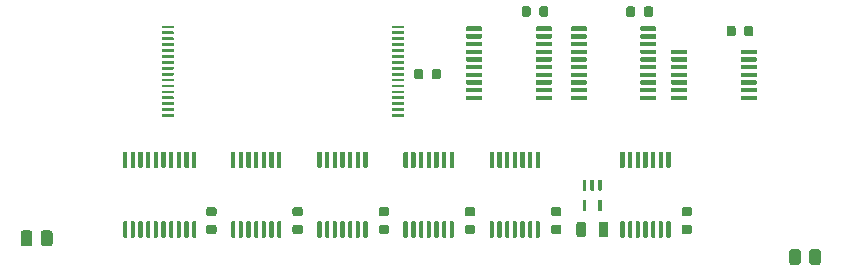
<source format=gtp>
G04 #@! TF.GenerationSoftware,KiCad,Pcbnew,(5.1.5-0-10_14)*
G04 #@! TF.CreationDate,2020-09-29T19:44:57-04:00*
G04 #@! TF.ProjectId,RAM128,52414d31-3238-42e6-9b69-6361645f7063,rev?*
G04 #@! TF.SameCoordinates,Original*
G04 #@! TF.FileFunction,Paste,Top*
G04 #@! TF.FilePolarity,Positive*
%FSLAX46Y46*%
G04 Gerber Fmt 4.6, Leading zero omitted, Abs format (unit mm)*
G04 Created by KiCad (PCBNEW (5.1.5-0-10_14)) date 2020-09-29 19:44:57*
%MOMM*%
%LPD*%
G04 APERTURE LIST*
%ADD10C,0.100000*%
G04 APERTURE END LIST*
D10*
G36*
X119037841Y-123040385D02*
G01*
X119045607Y-123041537D01*
X119053223Y-123043445D01*
X119060615Y-123046090D01*
X119067712Y-123049446D01*
X119074446Y-123053482D01*
X119080751Y-123058159D01*
X119086569Y-123063431D01*
X119091841Y-123069249D01*
X119096518Y-123075554D01*
X119100554Y-123082288D01*
X119103910Y-123089385D01*
X119106555Y-123096777D01*
X119108463Y-123104393D01*
X119109615Y-123112159D01*
X119110000Y-123120000D01*
X119110000Y-123880000D01*
X119109615Y-123887841D01*
X119108463Y-123895607D01*
X119106555Y-123903223D01*
X119103910Y-123910615D01*
X119100554Y-123917712D01*
X119096518Y-123924446D01*
X119091841Y-123930751D01*
X119086569Y-123936569D01*
X119080751Y-123941841D01*
X119074446Y-123946518D01*
X119067712Y-123950554D01*
X119060615Y-123953910D01*
X119053223Y-123956555D01*
X119045607Y-123958463D01*
X119037841Y-123959615D01*
X119030000Y-123960000D01*
X118870000Y-123960000D01*
X118862159Y-123959615D01*
X118854393Y-123958463D01*
X118846777Y-123956555D01*
X118839385Y-123953910D01*
X118832288Y-123950554D01*
X118825554Y-123946518D01*
X118819249Y-123941841D01*
X118813431Y-123936569D01*
X118808159Y-123930751D01*
X118803482Y-123924446D01*
X118799446Y-123917712D01*
X118796090Y-123910615D01*
X118793445Y-123903223D01*
X118791537Y-123895607D01*
X118790385Y-123887841D01*
X118790000Y-123880000D01*
X118790000Y-123120000D01*
X118790385Y-123112159D01*
X118791537Y-123104393D01*
X118793445Y-123096777D01*
X118796090Y-123089385D01*
X118799446Y-123082288D01*
X118803482Y-123075554D01*
X118808159Y-123069249D01*
X118813431Y-123063431D01*
X118819249Y-123058159D01*
X118825554Y-123053482D01*
X118832288Y-123049446D01*
X118839385Y-123046090D01*
X118846777Y-123043445D01*
X118854393Y-123041537D01*
X118862159Y-123040385D01*
X118870000Y-123040000D01*
X119030000Y-123040000D01*
X119037841Y-123040385D01*
G37*
G36*
X117737841Y-123040385D02*
G01*
X117745607Y-123041537D01*
X117753223Y-123043445D01*
X117760615Y-123046090D01*
X117767712Y-123049446D01*
X117774446Y-123053482D01*
X117780751Y-123058159D01*
X117786569Y-123063431D01*
X117791841Y-123069249D01*
X117796518Y-123075554D01*
X117800554Y-123082288D01*
X117803910Y-123089385D01*
X117806555Y-123096777D01*
X117808463Y-123104393D01*
X117809615Y-123112159D01*
X117810000Y-123120000D01*
X117810000Y-123880000D01*
X117809615Y-123887841D01*
X117808463Y-123895607D01*
X117806555Y-123903223D01*
X117803910Y-123910615D01*
X117800554Y-123917712D01*
X117796518Y-123924446D01*
X117791841Y-123930751D01*
X117786569Y-123936569D01*
X117780751Y-123941841D01*
X117774446Y-123946518D01*
X117767712Y-123950554D01*
X117760615Y-123953910D01*
X117753223Y-123956555D01*
X117745607Y-123958463D01*
X117737841Y-123959615D01*
X117730000Y-123960000D01*
X117570000Y-123960000D01*
X117562159Y-123959615D01*
X117554393Y-123958463D01*
X117546777Y-123956555D01*
X117539385Y-123953910D01*
X117532288Y-123950554D01*
X117525554Y-123946518D01*
X117519249Y-123941841D01*
X117513431Y-123936569D01*
X117508159Y-123930751D01*
X117503482Y-123924446D01*
X117499446Y-123917712D01*
X117496090Y-123910615D01*
X117493445Y-123903223D01*
X117491537Y-123895607D01*
X117490385Y-123887841D01*
X117490000Y-123880000D01*
X117490000Y-123120000D01*
X117490385Y-123112159D01*
X117491537Y-123104393D01*
X117493445Y-123096777D01*
X117496090Y-123089385D01*
X117499446Y-123082288D01*
X117503482Y-123075554D01*
X117508159Y-123069249D01*
X117513431Y-123063431D01*
X117519249Y-123058159D01*
X117525554Y-123053482D01*
X117532288Y-123049446D01*
X117539385Y-123046090D01*
X117546777Y-123043445D01*
X117554393Y-123041537D01*
X117562159Y-123040385D01*
X117570000Y-123040000D01*
X117730000Y-123040000D01*
X117737841Y-123040385D01*
G37*
G36*
X118387841Y-121340385D02*
G01*
X118395607Y-121341537D01*
X118403223Y-121343445D01*
X118410615Y-121346090D01*
X118417712Y-121349446D01*
X118424446Y-121353482D01*
X118430751Y-121358159D01*
X118436569Y-121363431D01*
X118441841Y-121369249D01*
X118446518Y-121375554D01*
X118450554Y-121382288D01*
X118453910Y-121389385D01*
X118456555Y-121396777D01*
X118458463Y-121404393D01*
X118459615Y-121412159D01*
X118460000Y-121420000D01*
X118460000Y-122180000D01*
X118459615Y-122187841D01*
X118458463Y-122195607D01*
X118456555Y-122203223D01*
X118453910Y-122210615D01*
X118450554Y-122217712D01*
X118446518Y-122224446D01*
X118441841Y-122230751D01*
X118436569Y-122236569D01*
X118430751Y-122241841D01*
X118424446Y-122246518D01*
X118417712Y-122250554D01*
X118410615Y-122253910D01*
X118403223Y-122256555D01*
X118395607Y-122258463D01*
X118387841Y-122259615D01*
X118380000Y-122260000D01*
X118220000Y-122260000D01*
X118212159Y-122259615D01*
X118204393Y-122258463D01*
X118196777Y-122256555D01*
X118189385Y-122253910D01*
X118182288Y-122250554D01*
X118175554Y-122246518D01*
X118169249Y-122241841D01*
X118163431Y-122236569D01*
X118158159Y-122230751D01*
X118153482Y-122224446D01*
X118149446Y-122217712D01*
X118146090Y-122210615D01*
X118143445Y-122203223D01*
X118141537Y-122195607D01*
X118140385Y-122187841D01*
X118140000Y-122180000D01*
X118140000Y-121420000D01*
X118140385Y-121412159D01*
X118141537Y-121404393D01*
X118143445Y-121396777D01*
X118146090Y-121389385D01*
X118149446Y-121382288D01*
X118153482Y-121375554D01*
X118158159Y-121369249D01*
X118163431Y-121363431D01*
X118169249Y-121358159D01*
X118175554Y-121353482D01*
X118182288Y-121349446D01*
X118189385Y-121346090D01*
X118196777Y-121343445D01*
X118204393Y-121341537D01*
X118212159Y-121340385D01*
X118220000Y-121340000D01*
X118380000Y-121340000D01*
X118387841Y-121340385D01*
G37*
G36*
X119037841Y-121340385D02*
G01*
X119045607Y-121341537D01*
X119053223Y-121343445D01*
X119060615Y-121346090D01*
X119067712Y-121349446D01*
X119074446Y-121353482D01*
X119080751Y-121358159D01*
X119086569Y-121363431D01*
X119091841Y-121369249D01*
X119096518Y-121375554D01*
X119100554Y-121382288D01*
X119103910Y-121389385D01*
X119106555Y-121396777D01*
X119108463Y-121404393D01*
X119109615Y-121412159D01*
X119110000Y-121420000D01*
X119110000Y-122180000D01*
X119109615Y-122187841D01*
X119108463Y-122195607D01*
X119106555Y-122203223D01*
X119103910Y-122210615D01*
X119100554Y-122217712D01*
X119096518Y-122224446D01*
X119091841Y-122230751D01*
X119086569Y-122236569D01*
X119080751Y-122241841D01*
X119074446Y-122246518D01*
X119067712Y-122250554D01*
X119060615Y-122253910D01*
X119053223Y-122256555D01*
X119045607Y-122258463D01*
X119037841Y-122259615D01*
X119030000Y-122260000D01*
X118870000Y-122260000D01*
X118862159Y-122259615D01*
X118854393Y-122258463D01*
X118846777Y-122256555D01*
X118839385Y-122253910D01*
X118832288Y-122250554D01*
X118825554Y-122246518D01*
X118819249Y-122241841D01*
X118813431Y-122236569D01*
X118808159Y-122230751D01*
X118803482Y-122224446D01*
X118799446Y-122217712D01*
X118796090Y-122210615D01*
X118793445Y-122203223D01*
X118791537Y-122195607D01*
X118790385Y-122187841D01*
X118790000Y-122180000D01*
X118790000Y-121420000D01*
X118790385Y-121412159D01*
X118791537Y-121404393D01*
X118793445Y-121396777D01*
X118796090Y-121389385D01*
X118799446Y-121382288D01*
X118803482Y-121375554D01*
X118808159Y-121369249D01*
X118813431Y-121363431D01*
X118819249Y-121358159D01*
X118825554Y-121353482D01*
X118832288Y-121349446D01*
X118839385Y-121346090D01*
X118846777Y-121343445D01*
X118854393Y-121341537D01*
X118862159Y-121340385D01*
X118870000Y-121340000D01*
X119030000Y-121340000D01*
X119037841Y-121340385D01*
G37*
G36*
X117737841Y-121340385D02*
G01*
X117745607Y-121341537D01*
X117753223Y-121343445D01*
X117760615Y-121346090D01*
X117767712Y-121349446D01*
X117774446Y-121353482D01*
X117780751Y-121358159D01*
X117786569Y-121363431D01*
X117791841Y-121369249D01*
X117796518Y-121375554D01*
X117800554Y-121382288D01*
X117803910Y-121389385D01*
X117806555Y-121396777D01*
X117808463Y-121404393D01*
X117809615Y-121412159D01*
X117810000Y-121420000D01*
X117810000Y-122180000D01*
X117809615Y-122187841D01*
X117808463Y-122195607D01*
X117806555Y-122203223D01*
X117803910Y-122210615D01*
X117800554Y-122217712D01*
X117796518Y-122224446D01*
X117791841Y-122230751D01*
X117786569Y-122236569D01*
X117780751Y-122241841D01*
X117774446Y-122246518D01*
X117767712Y-122250554D01*
X117760615Y-122253910D01*
X117753223Y-122256555D01*
X117745607Y-122258463D01*
X117737841Y-122259615D01*
X117730000Y-122260000D01*
X117570000Y-122260000D01*
X117562159Y-122259615D01*
X117554393Y-122258463D01*
X117546777Y-122256555D01*
X117539385Y-122253910D01*
X117532288Y-122250554D01*
X117525554Y-122246518D01*
X117519249Y-122241841D01*
X117513431Y-122236569D01*
X117508159Y-122230751D01*
X117503482Y-122224446D01*
X117499446Y-122217712D01*
X117496090Y-122210615D01*
X117493445Y-122203223D01*
X117491537Y-122195607D01*
X117490385Y-122187841D01*
X117490000Y-122180000D01*
X117490000Y-121420000D01*
X117490385Y-121412159D01*
X117491537Y-121404393D01*
X117493445Y-121396777D01*
X117496090Y-121389385D01*
X117499446Y-121382288D01*
X117503482Y-121375554D01*
X117508159Y-121369249D01*
X117513431Y-121363431D01*
X117519249Y-121358159D01*
X117525554Y-121353482D01*
X117532288Y-121349446D01*
X117539385Y-121346090D01*
X117546777Y-121343445D01*
X117554393Y-121341537D01*
X117562159Y-121340385D01*
X117570000Y-121340000D01*
X117730000Y-121340000D01*
X117737841Y-121340385D01*
G37*
G36*
X106501567Y-124865445D02*
G01*
X106510546Y-124866777D01*
X106519351Y-124868983D01*
X106527898Y-124872041D01*
X106536104Y-124875922D01*
X106543890Y-124880589D01*
X106551181Y-124885997D01*
X106557907Y-124892093D01*
X106564003Y-124898819D01*
X106569411Y-124906110D01*
X106574078Y-124913896D01*
X106577959Y-124922102D01*
X106581017Y-124930649D01*
X106583223Y-124939454D01*
X106584555Y-124948433D01*
X106585000Y-124957500D01*
X106585000Y-126142500D01*
X106584555Y-126151567D01*
X106583223Y-126160546D01*
X106581017Y-126169351D01*
X106577959Y-126177898D01*
X106574078Y-126186104D01*
X106569411Y-126193890D01*
X106564003Y-126201181D01*
X106557907Y-126207907D01*
X106551181Y-126214003D01*
X106543890Y-126219411D01*
X106536104Y-126224078D01*
X106527898Y-126227959D01*
X106519351Y-126231017D01*
X106510546Y-126233223D01*
X106501567Y-126234555D01*
X106492500Y-126235000D01*
X106307500Y-126235000D01*
X106298433Y-126234555D01*
X106289454Y-126233223D01*
X106280649Y-126231017D01*
X106272102Y-126227959D01*
X106263896Y-126224078D01*
X106256110Y-126219411D01*
X106248819Y-126214003D01*
X106242093Y-126207907D01*
X106235997Y-126201181D01*
X106230589Y-126193890D01*
X106225922Y-126186104D01*
X106222041Y-126177898D01*
X106218983Y-126169351D01*
X106216777Y-126160546D01*
X106215445Y-126151567D01*
X106215000Y-126142500D01*
X106215000Y-124957500D01*
X106215445Y-124948433D01*
X106216777Y-124939454D01*
X106218983Y-124930649D01*
X106222041Y-124922102D01*
X106225922Y-124913896D01*
X106230589Y-124906110D01*
X106235997Y-124898819D01*
X106242093Y-124892093D01*
X106248819Y-124885997D01*
X106256110Y-124880589D01*
X106263896Y-124875922D01*
X106272102Y-124872041D01*
X106280649Y-124868983D01*
X106289454Y-124866777D01*
X106298433Y-124865445D01*
X106307500Y-124865000D01*
X106492500Y-124865000D01*
X106501567Y-124865445D01*
G37*
G36*
X105851567Y-124865445D02*
G01*
X105860546Y-124866777D01*
X105869351Y-124868983D01*
X105877898Y-124872041D01*
X105886104Y-124875922D01*
X105893890Y-124880589D01*
X105901181Y-124885997D01*
X105907907Y-124892093D01*
X105914003Y-124898819D01*
X105919411Y-124906110D01*
X105924078Y-124913896D01*
X105927959Y-124922102D01*
X105931017Y-124930649D01*
X105933223Y-124939454D01*
X105934555Y-124948433D01*
X105935000Y-124957500D01*
X105935000Y-126142500D01*
X105934555Y-126151567D01*
X105933223Y-126160546D01*
X105931017Y-126169351D01*
X105927959Y-126177898D01*
X105924078Y-126186104D01*
X105919411Y-126193890D01*
X105914003Y-126201181D01*
X105907907Y-126207907D01*
X105901181Y-126214003D01*
X105893890Y-126219411D01*
X105886104Y-126224078D01*
X105877898Y-126227959D01*
X105869351Y-126231017D01*
X105860546Y-126233223D01*
X105851567Y-126234555D01*
X105842500Y-126235000D01*
X105657500Y-126235000D01*
X105648433Y-126234555D01*
X105639454Y-126233223D01*
X105630649Y-126231017D01*
X105622102Y-126227959D01*
X105613896Y-126224078D01*
X105606110Y-126219411D01*
X105598819Y-126214003D01*
X105592093Y-126207907D01*
X105585997Y-126201181D01*
X105580589Y-126193890D01*
X105575922Y-126186104D01*
X105572041Y-126177898D01*
X105568983Y-126169351D01*
X105566777Y-126160546D01*
X105565445Y-126151567D01*
X105565000Y-126142500D01*
X105565000Y-124957500D01*
X105565445Y-124948433D01*
X105566777Y-124939454D01*
X105568983Y-124930649D01*
X105572041Y-124922102D01*
X105575922Y-124913896D01*
X105580589Y-124906110D01*
X105585997Y-124898819D01*
X105592093Y-124892093D01*
X105598819Y-124885997D01*
X105606110Y-124880589D01*
X105613896Y-124875922D01*
X105622102Y-124872041D01*
X105630649Y-124868983D01*
X105639454Y-124866777D01*
X105648433Y-124865445D01*
X105657500Y-124865000D01*
X105842500Y-124865000D01*
X105851567Y-124865445D01*
G37*
G36*
X105201567Y-124865445D02*
G01*
X105210546Y-124866777D01*
X105219351Y-124868983D01*
X105227898Y-124872041D01*
X105236104Y-124875922D01*
X105243890Y-124880589D01*
X105251181Y-124885997D01*
X105257907Y-124892093D01*
X105264003Y-124898819D01*
X105269411Y-124906110D01*
X105274078Y-124913896D01*
X105277959Y-124922102D01*
X105281017Y-124930649D01*
X105283223Y-124939454D01*
X105284555Y-124948433D01*
X105285000Y-124957500D01*
X105285000Y-126142500D01*
X105284555Y-126151567D01*
X105283223Y-126160546D01*
X105281017Y-126169351D01*
X105277959Y-126177898D01*
X105274078Y-126186104D01*
X105269411Y-126193890D01*
X105264003Y-126201181D01*
X105257907Y-126207907D01*
X105251181Y-126214003D01*
X105243890Y-126219411D01*
X105236104Y-126224078D01*
X105227898Y-126227959D01*
X105219351Y-126231017D01*
X105210546Y-126233223D01*
X105201567Y-126234555D01*
X105192500Y-126235000D01*
X105007500Y-126235000D01*
X104998433Y-126234555D01*
X104989454Y-126233223D01*
X104980649Y-126231017D01*
X104972102Y-126227959D01*
X104963896Y-126224078D01*
X104956110Y-126219411D01*
X104948819Y-126214003D01*
X104942093Y-126207907D01*
X104935997Y-126201181D01*
X104930589Y-126193890D01*
X104925922Y-126186104D01*
X104922041Y-126177898D01*
X104918983Y-126169351D01*
X104916777Y-126160546D01*
X104915445Y-126151567D01*
X104915000Y-126142500D01*
X104915000Y-124957500D01*
X104915445Y-124948433D01*
X104916777Y-124939454D01*
X104918983Y-124930649D01*
X104922041Y-124922102D01*
X104925922Y-124913896D01*
X104930589Y-124906110D01*
X104935997Y-124898819D01*
X104942093Y-124892093D01*
X104948819Y-124885997D01*
X104956110Y-124880589D01*
X104963896Y-124875922D01*
X104972102Y-124872041D01*
X104980649Y-124868983D01*
X104989454Y-124866777D01*
X104998433Y-124865445D01*
X105007500Y-124865000D01*
X105192500Y-124865000D01*
X105201567Y-124865445D01*
G37*
G36*
X104551567Y-124865445D02*
G01*
X104560546Y-124866777D01*
X104569351Y-124868983D01*
X104577898Y-124872041D01*
X104586104Y-124875922D01*
X104593890Y-124880589D01*
X104601181Y-124885997D01*
X104607907Y-124892093D01*
X104614003Y-124898819D01*
X104619411Y-124906110D01*
X104624078Y-124913896D01*
X104627959Y-124922102D01*
X104631017Y-124930649D01*
X104633223Y-124939454D01*
X104634555Y-124948433D01*
X104635000Y-124957500D01*
X104635000Y-126142500D01*
X104634555Y-126151567D01*
X104633223Y-126160546D01*
X104631017Y-126169351D01*
X104627959Y-126177898D01*
X104624078Y-126186104D01*
X104619411Y-126193890D01*
X104614003Y-126201181D01*
X104607907Y-126207907D01*
X104601181Y-126214003D01*
X104593890Y-126219411D01*
X104586104Y-126224078D01*
X104577898Y-126227959D01*
X104569351Y-126231017D01*
X104560546Y-126233223D01*
X104551567Y-126234555D01*
X104542500Y-126235000D01*
X104357500Y-126235000D01*
X104348433Y-126234555D01*
X104339454Y-126233223D01*
X104330649Y-126231017D01*
X104322102Y-126227959D01*
X104313896Y-126224078D01*
X104306110Y-126219411D01*
X104298819Y-126214003D01*
X104292093Y-126207907D01*
X104285997Y-126201181D01*
X104280589Y-126193890D01*
X104275922Y-126186104D01*
X104272041Y-126177898D01*
X104268983Y-126169351D01*
X104266777Y-126160546D01*
X104265445Y-126151567D01*
X104265000Y-126142500D01*
X104265000Y-124957500D01*
X104265445Y-124948433D01*
X104266777Y-124939454D01*
X104268983Y-124930649D01*
X104272041Y-124922102D01*
X104275922Y-124913896D01*
X104280589Y-124906110D01*
X104285997Y-124898819D01*
X104292093Y-124892093D01*
X104298819Y-124885997D01*
X104306110Y-124880589D01*
X104313896Y-124875922D01*
X104322102Y-124872041D01*
X104330649Y-124868983D01*
X104339454Y-124866777D01*
X104348433Y-124865445D01*
X104357500Y-124865000D01*
X104542500Y-124865000D01*
X104551567Y-124865445D01*
G37*
G36*
X103901567Y-124865445D02*
G01*
X103910546Y-124866777D01*
X103919351Y-124868983D01*
X103927898Y-124872041D01*
X103936104Y-124875922D01*
X103943890Y-124880589D01*
X103951181Y-124885997D01*
X103957907Y-124892093D01*
X103964003Y-124898819D01*
X103969411Y-124906110D01*
X103974078Y-124913896D01*
X103977959Y-124922102D01*
X103981017Y-124930649D01*
X103983223Y-124939454D01*
X103984555Y-124948433D01*
X103985000Y-124957500D01*
X103985000Y-126142500D01*
X103984555Y-126151567D01*
X103983223Y-126160546D01*
X103981017Y-126169351D01*
X103977959Y-126177898D01*
X103974078Y-126186104D01*
X103969411Y-126193890D01*
X103964003Y-126201181D01*
X103957907Y-126207907D01*
X103951181Y-126214003D01*
X103943890Y-126219411D01*
X103936104Y-126224078D01*
X103927898Y-126227959D01*
X103919351Y-126231017D01*
X103910546Y-126233223D01*
X103901567Y-126234555D01*
X103892500Y-126235000D01*
X103707500Y-126235000D01*
X103698433Y-126234555D01*
X103689454Y-126233223D01*
X103680649Y-126231017D01*
X103672102Y-126227959D01*
X103663896Y-126224078D01*
X103656110Y-126219411D01*
X103648819Y-126214003D01*
X103642093Y-126207907D01*
X103635997Y-126201181D01*
X103630589Y-126193890D01*
X103625922Y-126186104D01*
X103622041Y-126177898D01*
X103618983Y-126169351D01*
X103616777Y-126160546D01*
X103615445Y-126151567D01*
X103615000Y-126142500D01*
X103615000Y-124957500D01*
X103615445Y-124948433D01*
X103616777Y-124939454D01*
X103618983Y-124930649D01*
X103622041Y-124922102D01*
X103625922Y-124913896D01*
X103630589Y-124906110D01*
X103635997Y-124898819D01*
X103642093Y-124892093D01*
X103648819Y-124885997D01*
X103656110Y-124880589D01*
X103663896Y-124875922D01*
X103672102Y-124872041D01*
X103680649Y-124868983D01*
X103689454Y-124866777D01*
X103698433Y-124865445D01*
X103707500Y-124865000D01*
X103892500Y-124865000D01*
X103901567Y-124865445D01*
G37*
G36*
X103251567Y-124865445D02*
G01*
X103260546Y-124866777D01*
X103269351Y-124868983D01*
X103277898Y-124872041D01*
X103286104Y-124875922D01*
X103293890Y-124880589D01*
X103301181Y-124885997D01*
X103307907Y-124892093D01*
X103314003Y-124898819D01*
X103319411Y-124906110D01*
X103324078Y-124913896D01*
X103327959Y-124922102D01*
X103331017Y-124930649D01*
X103333223Y-124939454D01*
X103334555Y-124948433D01*
X103335000Y-124957500D01*
X103335000Y-126142500D01*
X103334555Y-126151567D01*
X103333223Y-126160546D01*
X103331017Y-126169351D01*
X103327959Y-126177898D01*
X103324078Y-126186104D01*
X103319411Y-126193890D01*
X103314003Y-126201181D01*
X103307907Y-126207907D01*
X103301181Y-126214003D01*
X103293890Y-126219411D01*
X103286104Y-126224078D01*
X103277898Y-126227959D01*
X103269351Y-126231017D01*
X103260546Y-126233223D01*
X103251567Y-126234555D01*
X103242500Y-126235000D01*
X103057500Y-126235000D01*
X103048433Y-126234555D01*
X103039454Y-126233223D01*
X103030649Y-126231017D01*
X103022102Y-126227959D01*
X103013896Y-126224078D01*
X103006110Y-126219411D01*
X102998819Y-126214003D01*
X102992093Y-126207907D01*
X102985997Y-126201181D01*
X102980589Y-126193890D01*
X102975922Y-126186104D01*
X102972041Y-126177898D01*
X102968983Y-126169351D01*
X102966777Y-126160546D01*
X102965445Y-126151567D01*
X102965000Y-126142500D01*
X102965000Y-124957500D01*
X102965445Y-124948433D01*
X102966777Y-124939454D01*
X102968983Y-124930649D01*
X102972041Y-124922102D01*
X102975922Y-124913896D01*
X102980589Y-124906110D01*
X102985997Y-124898819D01*
X102992093Y-124892093D01*
X102998819Y-124885997D01*
X103006110Y-124880589D01*
X103013896Y-124875922D01*
X103022102Y-124872041D01*
X103030649Y-124868983D01*
X103039454Y-124866777D01*
X103048433Y-124865445D01*
X103057500Y-124865000D01*
X103242500Y-124865000D01*
X103251567Y-124865445D01*
G37*
G36*
X102601567Y-124865445D02*
G01*
X102610546Y-124866777D01*
X102619351Y-124868983D01*
X102627898Y-124872041D01*
X102636104Y-124875922D01*
X102643890Y-124880589D01*
X102651181Y-124885997D01*
X102657907Y-124892093D01*
X102664003Y-124898819D01*
X102669411Y-124906110D01*
X102674078Y-124913896D01*
X102677959Y-124922102D01*
X102681017Y-124930649D01*
X102683223Y-124939454D01*
X102684555Y-124948433D01*
X102685000Y-124957500D01*
X102685000Y-126142500D01*
X102684555Y-126151567D01*
X102683223Y-126160546D01*
X102681017Y-126169351D01*
X102677959Y-126177898D01*
X102674078Y-126186104D01*
X102669411Y-126193890D01*
X102664003Y-126201181D01*
X102657907Y-126207907D01*
X102651181Y-126214003D01*
X102643890Y-126219411D01*
X102636104Y-126224078D01*
X102627898Y-126227959D01*
X102619351Y-126231017D01*
X102610546Y-126233223D01*
X102601567Y-126234555D01*
X102592500Y-126235000D01*
X102407500Y-126235000D01*
X102398433Y-126234555D01*
X102389454Y-126233223D01*
X102380649Y-126231017D01*
X102372102Y-126227959D01*
X102363896Y-126224078D01*
X102356110Y-126219411D01*
X102348819Y-126214003D01*
X102342093Y-126207907D01*
X102335997Y-126201181D01*
X102330589Y-126193890D01*
X102325922Y-126186104D01*
X102322041Y-126177898D01*
X102318983Y-126169351D01*
X102316777Y-126160546D01*
X102315445Y-126151567D01*
X102315000Y-126142500D01*
X102315000Y-124957500D01*
X102315445Y-124948433D01*
X102316777Y-124939454D01*
X102318983Y-124930649D01*
X102322041Y-124922102D01*
X102325922Y-124913896D01*
X102330589Y-124906110D01*
X102335997Y-124898819D01*
X102342093Y-124892093D01*
X102348819Y-124885997D01*
X102356110Y-124880589D01*
X102363896Y-124875922D01*
X102372102Y-124872041D01*
X102380649Y-124868983D01*
X102389454Y-124866777D01*
X102398433Y-124865445D01*
X102407500Y-124865000D01*
X102592500Y-124865000D01*
X102601567Y-124865445D01*
G37*
G36*
X102601567Y-118965445D02*
G01*
X102610546Y-118966777D01*
X102619351Y-118968983D01*
X102627898Y-118972041D01*
X102636104Y-118975922D01*
X102643890Y-118980589D01*
X102651181Y-118985997D01*
X102657907Y-118992093D01*
X102664003Y-118998819D01*
X102669411Y-119006110D01*
X102674078Y-119013896D01*
X102677959Y-119022102D01*
X102681017Y-119030649D01*
X102683223Y-119039454D01*
X102684555Y-119048433D01*
X102685000Y-119057500D01*
X102685000Y-120242500D01*
X102684555Y-120251567D01*
X102683223Y-120260546D01*
X102681017Y-120269351D01*
X102677959Y-120277898D01*
X102674078Y-120286104D01*
X102669411Y-120293890D01*
X102664003Y-120301181D01*
X102657907Y-120307907D01*
X102651181Y-120314003D01*
X102643890Y-120319411D01*
X102636104Y-120324078D01*
X102627898Y-120327959D01*
X102619351Y-120331017D01*
X102610546Y-120333223D01*
X102601567Y-120334555D01*
X102592500Y-120335000D01*
X102407500Y-120335000D01*
X102398433Y-120334555D01*
X102389454Y-120333223D01*
X102380649Y-120331017D01*
X102372102Y-120327959D01*
X102363896Y-120324078D01*
X102356110Y-120319411D01*
X102348819Y-120314003D01*
X102342093Y-120307907D01*
X102335997Y-120301181D01*
X102330589Y-120293890D01*
X102325922Y-120286104D01*
X102322041Y-120277898D01*
X102318983Y-120269351D01*
X102316777Y-120260546D01*
X102315445Y-120251567D01*
X102315000Y-120242500D01*
X102315000Y-119057500D01*
X102315445Y-119048433D01*
X102316777Y-119039454D01*
X102318983Y-119030649D01*
X102322041Y-119022102D01*
X102325922Y-119013896D01*
X102330589Y-119006110D01*
X102335997Y-118998819D01*
X102342093Y-118992093D01*
X102348819Y-118985997D01*
X102356110Y-118980589D01*
X102363896Y-118975922D01*
X102372102Y-118972041D01*
X102380649Y-118968983D01*
X102389454Y-118966777D01*
X102398433Y-118965445D01*
X102407500Y-118965000D01*
X102592500Y-118965000D01*
X102601567Y-118965445D01*
G37*
G36*
X103251567Y-118965445D02*
G01*
X103260546Y-118966777D01*
X103269351Y-118968983D01*
X103277898Y-118972041D01*
X103286104Y-118975922D01*
X103293890Y-118980589D01*
X103301181Y-118985997D01*
X103307907Y-118992093D01*
X103314003Y-118998819D01*
X103319411Y-119006110D01*
X103324078Y-119013896D01*
X103327959Y-119022102D01*
X103331017Y-119030649D01*
X103333223Y-119039454D01*
X103334555Y-119048433D01*
X103335000Y-119057500D01*
X103335000Y-120242500D01*
X103334555Y-120251567D01*
X103333223Y-120260546D01*
X103331017Y-120269351D01*
X103327959Y-120277898D01*
X103324078Y-120286104D01*
X103319411Y-120293890D01*
X103314003Y-120301181D01*
X103307907Y-120307907D01*
X103301181Y-120314003D01*
X103293890Y-120319411D01*
X103286104Y-120324078D01*
X103277898Y-120327959D01*
X103269351Y-120331017D01*
X103260546Y-120333223D01*
X103251567Y-120334555D01*
X103242500Y-120335000D01*
X103057500Y-120335000D01*
X103048433Y-120334555D01*
X103039454Y-120333223D01*
X103030649Y-120331017D01*
X103022102Y-120327959D01*
X103013896Y-120324078D01*
X103006110Y-120319411D01*
X102998819Y-120314003D01*
X102992093Y-120307907D01*
X102985997Y-120301181D01*
X102980589Y-120293890D01*
X102975922Y-120286104D01*
X102972041Y-120277898D01*
X102968983Y-120269351D01*
X102966777Y-120260546D01*
X102965445Y-120251567D01*
X102965000Y-120242500D01*
X102965000Y-119057500D01*
X102965445Y-119048433D01*
X102966777Y-119039454D01*
X102968983Y-119030649D01*
X102972041Y-119022102D01*
X102975922Y-119013896D01*
X102980589Y-119006110D01*
X102985997Y-118998819D01*
X102992093Y-118992093D01*
X102998819Y-118985997D01*
X103006110Y-118980589D01*
X103013896Y-118975922D01*
X103022102Y-118972041D01*
X103030649Y-118968983D01*
X103039454Y-118966777D01*
X103048433Y-118965445D01*
X103057500Y-118965000D01*
X103242500Y-118965000D01*
X103251567Y-118965445D01*
G37*
G36*
X103901567Y-118965445D02*
G01*
X103910546Y-118966777D01*
X103919351Y-118968983D01*
X103927898Y-118972041D01*
X103936104Y-118975922D01*
X103943890Y-118980589D01*
X103951181Y-118985997D01*
X103957907Y-118992093D01*
X103964003Y-118998819D01*
X103969411Y-119006110D01*
X103974078Y-119013896D01*
X103977959Y-119022102D01*
X103981017Y-119030649D01*
X103983223Y-119039454D01*
X103984555Y-119048433D01*
X103985000Y-119057500D01*
X103985000Y-120242500D01*
X103984555Y-120251567D01*
X103983223Y-120260546D01*
X103981017Y-120269351D01*
X103977959Y-120277898D01*
X103974078Y-120286104D01*
X103969411Y-120293890D01*
X103964003Y-120301181D01*
X103957907Y-120307907D01*
X103951181Y-120314003D01*
X103943890Y-120319411D01*
X103936104Y-120324078D01*
X103927898Y-120327959D01*
X103919351Y-120331017D01*
X103910546Y-120333223D01*
X103901567Y-120334555D01*
X103892500Y-120335000D01*
X103707500Y-120335000D01*
X103698433Y-120334555D01*
X103689454Y-120333223D01*
X103680649Y-120331017D01*
X103672102Y-120327959D01*
X103663896Y-120324078D01*
X103656110Y-120319411D01*
X103648819Y-120314003D01*
X103642093Y-120307907D01*
X103635997Y-120301181D01*
X103630589Y-120293890D01*
X103625922Y-120286104D01*
X103622041Y-120277898D01*
X103618983Y-120269351D01*
X103616777Y-120260546D01*
X103615445Y-120251567D01*
X103615000Y-120242500D01*
X103615000Y-119057500D01*
X103615445Y-119048433D01*
X103616777Y-119039454D01*
X103618983Y-119030649D01*
X103622041Y-119022102D01*
X103625922Y-119013896D01*
X103630589Y-119006110D01*
X103635997Y-118998819D01*
X103642093Y-118992093D01*
X103648819Y-118985997D01*
X103656110Y-118980589D01*
X103663896Y-118975922D01*
X103672102Y-118972041D01*
X103680649Y-118968983D01*
X103689454Y-118966777D01*
X103698433Y-118965445D01*
X103707500Y-118965000D01*
X103892500Y-118965000D01*
X103901567Y-118965445D01*
G37*
G36*
X104551567Y-118965445D02*
G01*
X104560546Y-118966777D01*
X104569351Y-118968983D01*
X104577898Y-118972041D01*
X104586104Y-118975922D01*
X104593890Y-118980589D01*
X104601181Y-118985997D01*
X104607907Y-118992093D01*
X104614003Y-118998819D01*
X104619411Y-119006110D01*
X104624078Y-119013896D01*
X104627959Y-119022102D01*
X104631017Y-119030649D01*
X104633223Y-119039454D01*
X104634555Y-119048433D01*
X104635000Y-119057500D01*
X104635000Y-120242500D01*
X104634555Y-120251567D01*
X104633223Y-120260546D01*
X104631017Y-120269351D01*
X104627959Y-120277898D01*
X104624078Y-120286104D01*
X104619411Y-120293890D01*
X104614003Y-120301181D01*
X104607907Y-120307907D01*
X104601181Y-120314003D01*
X104593890Y-120319411D01*
X104586104Y-120324078D01*
X104577898Y-120327959D01*
X104569351Y-120331017D01*
X104560546Y-120333223D01*
X104551567Y-120334555D01*
X104542500Y-120335000D01*
X104357500Y-120335000D01*
X104348433Y-120334555D01*
X104339454Y-120333223D01*
X104330649Y-120331017D01*
X104322102Y-120327959D01*
X104313896Y-120324078D01*
X104306110Y-120319411D01*
X104298819Y-120314003D01*
X104292093Y-120307907D01*
X104285997Y-120301181D01*
X104280589Y-120293890D01*
X104275922Y-120286104D01*
X104272041Y-120277898D01*
X104268983Y-120269351D01*
X104266777Y-120260546D01*
X104265445Y-120251567D01*
X104265000Y-120242500D01*
X104265000Y-119057500D01*
X104265445Y-119048433D01*
X104266777Y-119039454D01*
X104268983Y-119030649D01*
X104272041Y-119022102D01*
X104275922Y-119013896D01*
X104280589Y-119006110D01*
X104285997Y-118998819D01*
X104292093Y-118992093D01*
X104298819Y-118985997D01*
X104306110Y-118980589D01*
X104313896Y-118975922D01*
X104322102Y-118972041D01*
X104330649Y-118968983D01*
X104339454Y-118966777D01*
X104348433Y-118965445D01*
X104357500Y-118965000D01*
X104542500Y-118965000D01*
X104551567Y-118965445D01*
G37*
G36*
X105201567Y-118965445D02*
G01*
X105210546Y-118966777D01*
X105219351Y-118968983D01*
X105227898Y-118972041D01*
X105236104Y-118975922D01*
X105243890Y-118980589D01*
X105251181Y-118985997D01*
X105257907Y-118992093D01*
X105264003Y-118998819D01*
X105269411Y-119006110D01*
X105274078Y-119013896D01*
X105277959Y-119022102D01*
X105281017Y-119030649D01*
X105283223Y-119039454D01*
X105284555Y-119048433D01*
X105285000Y-119057500D01*
X105285000Y-120242500D01*
X105284555Y-120251567D01*
X105283223Y-120260546D01*
X105281017Y-120269351D01*
X105277959Y-120277898D01*
X105274078Y-120286104D01*
X105269411Y-120293890D01*
X105264003Y-120301181D01*
X105257907Y-120307907D01*
X105251181Y-120314003D01*
X105243890Y-120319411D01*
X105236104Y-120324078D01*
X105227898Y-120327959D01*
X105219351Y-120331017D01*
X105210546Y-120333223D01*
X105201567Y-120334555D01*
X105192500Y-120335000D01*
X105007500Y-120335000D01*
X104998433Y-120334555D01*
X104989454Y-120333223D01*
X104980649Y-120331017D01*
X104972102Y-120327959D01*
X104963896Y-120324078D01*
X104956110Y-120319411D01*
X104948819Y-120314003D01*
X104942093Y-120307907D01*
X104935997Y-120301181D01*
X104930589Y-120293890D01*
X104925922Y-120286104D01*
X104922041Y-120277898D01*
X104918983Y-120269351D01*
X104916777Y-120260546D01*
X104915445Y-120251567D01*
X104915000Y-120242500D01*
X104915000Y-119057500D01*
X104915445Y-119048433D01*
X104916777Y-119039454D01*
X104918983Y-119030649D01*
X104922041Y-119022102D01*
X104925922Y-119013896D01*
X104930589Y-119006110D01*
X104935997Y-118998819D01*
X104942093Y-118992093D01*
X104948819Y-118985997D01*
X104956110Y-118980589D01*
X104963896Y-118975922D01*
X104972102Y-118972041D01*
X104980649Y-118968983D01*
X104989454Y-118966777D01*
X104998433Y-118965445D01*
X105007500Y-118965000D01*
X105192500Y-118965000D01*
X105201567Y-118965445D01*
G37*
G36*
X105851567Y-118965445D02*
G01*
X105860546Y-118966777D01*
X105869351Y-118968983D01*
X105877898Y-118972041D01*
X105886104Y-118975922D01*
X105893890Y-118980589D01*
X105901181Y-118985997D01*
X105907907Y-118992093D01*
X105914003Y-118998819D01*
X105919411Y-119006110D01*
X105924078Y-119013896D01*
X105927959Y-119022102D01*
X105931017Y-119030649D01*
X105933223Y-119039454D01*
X105934555Y-119048433D01*
X105935000Y-119057500D01*
X105935000Y-120242500D01*
X105934555Y-120251567D01*
X105933223Y-120260546D01*
X105931017Y-120269351D01*
X105927959Y-120277898D01*
X105924078Y-120286104D01*
X105919411Y-120293890D01*
X105914003Y-120301181D01*
X105907907Y-120307907D01*
X105901181Y-120314003D01*
X105893890Y-120319411D01*
X105886104Y-120324078D01*
X105877898Y-120327959D01*
X105869351Y-120331017D01*
X105860546Y-120333223D01*
X105851567Y-120334555D01*
X105842500Y-120335000D01*
X105657500Y-120335000D01*
X105648433Y-120334555D01*
X105639454Y-120333223D01*
X105630649Y-120331017D01*
X105622102Y-120327959D01*
X105613896Y-120324078D01*
X105606110Y-120319411D01*
X105598819Y-120314003D01*
X105592093Y-120307907D01*
X105585997Y-120301181D01*
X105580589Y-120293890D01*
X105575922Y-120286104D01*
X105572041Y-120277898D01*
X105568983Y-120269351D01*
X105566777Y-120260546D01*
X105565445Y-120251567D01*
X105565000Y-120242500D01*
X105565000Y-119057500D01*
X105565445Y-119048433D01*
X105566777Y-119039454D01*
X105568983Y-119030649D01*
X105572041Y-119022102D01*
X105575922Y-119013896D01*
X105580589Y-119006110D01*
X105585997Y-118998819D01*
X105592093Y-118992093D01*
X105598819Y-118985997D01*
X105606110Y-118980589D01*
X105613896Y-118975922D01*
X105622102Y-118972041D01*
X105630649Y-118968983D01*
X105639454Y-118966777D01*
X105648433Y-118965445D01*
X105657500Y-118965000D01*
X105842500Y-118965000D01*
X105851567Y-118965445D01*
G37*
G36*
X106501567Y-118965445D02*
G01*
X106510546Y-118966777D01*
X106519351Y-118968983D01*
X106527898Y-118972041D01*
X106536104Y-118975922D01*
X106543890Y-118980589D01*
X106551181Y-118985997D01*
X106557907Y-118992093D01*
X106564003Y-118998819D01*
X106569411Y-119006110D01*
X106574078Y-119013896D01*
X106577959Y-119022102D01*
X106581017Y-119030649D01*
X106583223Y-119039454D01*
X106584555Y-119048433D01*
X106585000Y-119057500D01*
X106585000Y-120242500D01*
X106584555Y-120251567D01*
X106583223Y-120260546D01*
X106581017Y-120269351D01*
X106577959Y-120277898D01*
X106574078Y-120286104D01*
X106569411Y-120293890D01*
X106564003Y-120301181D01*
X106557907Y-120307907D01*
X106551181Y-120314003D01*
X106543890Y-120319411D01*
X106536104Y-120324078D01*
X106527898Y-120327959D01*
X106519351Y-120331017D01*
X106510546Y-120333223D01*
X106501567Y-120334555D01*
X106492500Y-120335000D01*
X106307500Y-120335000D01*
X106298433Y-120334555D01*
X106289454Y-120333223D01*
X106280649Y-120331017D01*
X106272102Y-120327959D01*
X106263896Y-120324078D01*
X106256110Y-120319411D01*
X106248819Y-120314003D01*
X106242093Y-120307907D01*
X106235997Y-120301181D01*
X106230589Y-120293890D01*
X106225922Y-120286104D01*
X106222041Y-120277898D01*
X106218983Y-120269351D01*
X106216777Y-120260546D01*
X106215445Y-120251567D01*
X106215000Y-120242500D01*
X106215000Y-119057500D01*
X106215445Y-119048433D01*
X106216777Y-119039454D01*
X106218983Y-119030649D01*
X106222041Y-119022102D01*
X106225922Y-119013896D01*
X106230589Y-119006110D01*
X106235997Y-118998819D01*
X106242093Y-118992093D01*
X106248819Y-118985997D01*
X106256110Y-118980589D01*
X106263896Y-118975922D01*
X106272102Y-118972041D01*
X106280649Y-118968983D01*
X106289454Y-118966777D01*
X106298433Y-118965445D01*
X106307500Y-118965000D01*
X106492500Y-118965000D01*
X106501567Y-118965445D01*
G37*
G36*
X99201567Y-118965445D02*
G01*
X99210546Y-118966777D01*
X99219351Y-118968983D01*
X99227898Y-118972041D01*
X99236104Y-118975922D01*
X99243890Y-118980589D01*
X99251181Y-118985997D01*
X99257907Y-118992093D01*
X99264003Y-118998819D01*
X99269411Y-119006110D01*
X99274078Y-119013896D01*
X99277959Y-119022102D01*
X99281017Y-119030649D01*
X99283223Y-119039454D01*
X99284555Y-119048433D01*
X99285000Y-119057500D01*
X99285000Y-120242500D01*
X99284555Y-120251567D01*
X99283223Y-120260546D01*
X99281017Y-120269351D01*
X99277959Y-120277898D01*
X99274078Y-120286104D01*
X99269411Y-120293890D01*
X99264003Y-120301181D01*
X99257907Y-120307907D01*
X99251181Y-120314003D01*
X99243890Y-120319411D01*
X99236104Y-120324078D01*
X99227898Y-120327959D01*
X99219351Y-120331017D01*
X99210546Y-120333223D01*
X99201567Y-120334555D01*
X99192500Y-120335000D01*
X99007500Y-120335000D01*
X98998433Y-120334555D01*
X98989454Y-120333223D01*
X98980649Y-120331017D01*
X98972102Y-120327959D01*
X98963896Y-120324078D01*
X98956110Y-120319411D01*
X98948819Y-120314003D01*
X98942093Y-120307907D01*
X98935997Y-120301181D01*
X98930589Y-120293890D01*
X98925922Y-120286104D01*
X98922041Y-120277898D01*
X98918983Y-120269351D01*
X98916777Y-120260546D01*
X98915445Y-120251567D01*
X98915000Y-120242500D01*
X98915000Y-119057500D01*
X98915445Y-119048433D01*
X98916777Y-119039454D01*
X98918983Y-119030649D01*
X98922041Y-119022102D01*
X98925922Y-119013896D01*
X98930589Y-119006110D01*
X98935997Y-118998819D01*
X98942093Y-118992093D01*
X98948819Y-118985997D01*
X98956110Y-118980589D01*
X98963896Y-118975922D01*
X98972102Y-118972041D01*
X98980649Y-118968983D01*
X98989454Y-118966777D01*
X98998433Y-118965445D01*
X99007500Y-118965000D01*
X99192500Y-118965000D01*
X99201567Y-118965445D01*
G37*
G36*
X98551567Y-118965445D02*
G01*
X98560546Y-118966777D01*
X98569351Y-118968983D01*
X98577898Y-118972041D01*
X98586104Y-118975922D01*
X98593890Y-118980589D01*
X98601181Y-118985997D01*
X98607907Y-118992093D01*
X98614003Y-118998819D01*
X98619411Y-119006110D01*
X98624078Y-119013896D01*
X98627959Y-119022102D01*
X98631017Y-119030649D01*
X98633223Y-119039454D01*
X98634555Y-119048433D01*
X98635000Y-119057500D01*
X98635000Y-120242500D01*
X98634555Y-120251567D01*
X98633223Y-120260546D01*
X98631017Y-120269351D01*
X98627959Y-120277898D01*
X98624078Y-120286104D01*
X98619411Y-120293890D01*
X98614003Y-120301181D01*
X98607907Y-120307907D01*
X98601181Y-120314003D01*
X98593890Y-120319411D01*
X98586104Y-120324078D01*
X98577898Y-120327959D01*
X98569351Y-120331017D01*
X98560546Y-120333223D01*
X98551567Y-120334555D01*
X98542500Y-120335000D01*
X98357500Y-120335000D01*
X98348433Y-120334555D01*
X98339454Y-120333223D01*
X98330649Y-120331017D01*
X98322102Y-120327959D01*
X98313896Y-120324078D01*
X98306110Y-120319411D01*
X98298819Y-120314003D01*
X98292093Y-120307907D01*
X98285997Y-120301181D01*
X98280589Y-120293890D01*
X98275922Y-120286104D01*
X98272041Y-120277898D01*
X98268983Y-120269351D01*
X98266777Y-120260546D01*
X98265445Y-120251567D01*
X98265000Y-120242500D01*
X98265000Y-119057500D01*
X98265445Y-119048433D01*
X98266777Y-119039454D01*
X98268983Y-119030649D01*
X98272041Y-119022102D01*
X98275922Y-119013896D01*
X98280589Y-119006110D01*
X98285997Y-118998819D01*
X98292093Y-118992093D01*
X98298819Y-118985997D01*
X98306110Y-118980589D01*
X98313896Y-118975922D01*
X98322102Y-118972041D01*
X98330649Y-118968983D01*
X98339454Y-118966777D01*
X98348433Y-118965445D01*
X98357500Y-118965000D01*
X98542500Y-118965000D01*
X98551567Y-118965445D01*
G37*
G36*
X97901567Y-118965445D02*
G01*
X97910546Y-118966777D01*
X97919351Y-118968983D01*
X97927898Y-118972041D01*
X97936104Y-118975922D01*
X97943890Y-118980589D01*
X97951181Y-118985997D01*
X97957907Y-118992093D01*
X97964003Y-118998819D01*
X97969411Y-119006110D01*
X97974078Y-119013896D01*
X97977959Y-119022102D01*
X97981017Y-119030649D01*
X97983223Y-119039454D01*
X97984555Y-119048433D01*
X97985000Y-119057500D01*
X97985000Y-120242500D01*
X97984555Y-120251567D01*
X97983223Y-120260546D01*
X97981017Y-120269351D01*
X97977959Y-120277898D01*
X97974078Y-120286104D01*
X97969411Y-120293890D01*
X97964003Y-120301181D01*
X97957907Y-120307907D01*
X97951181Y-120314003D01*
X97943890Y-120319411D01*
X97936104Y-120324078D01*
X97927898Y-120327959D01*
X97919351Y-120331017D01*
X97910546Y-120333223D01*
X97901567Y-120334555D01*
X97892500Y-120335000D01*
X97707500Y-120335000D01*
X97698433Y-120334555D01*
X97689454Y-120333223D01*
X97680649Y-120331017D01*
X97672102Y-120327959D01*
X97663896Y-120324078D01*
X97656110Y-120319411D01*
X97648819Y-120314003D01*
X97642093Y-120307907D01*
X97635997Y-120301181D01*
X97630589Y-120293890D01*
X97625922Y-120286104D01*
X97622041Y-120277898D01*
X97618983Y-120269351D01*
X97616777Y-120260546D01*
X97615445Y-120251567D01*
X97615000Y-120242500D01*
X97615000Y-119057500D01*
X97615445Y-119048433D01*
X97616777Y-119039454D01*
X97618983Y-119030649D01*
X97622041Y-119022102D01*
X97625922Y-119013896D01*
X97630589Y-119006110D01*
X97635997Y-118998819D01*
X97642093Y-118992093D01*
X97648819Y-118985997D01*
X97656110Y-118980589D01*
X97663896Y-118975922D01*
X97672102Y-118972041D01*
X97680649Y-118968983D01*
X97689454Y-118966777D01*
X97698433Y-118965445D01*
X97707500Y-118965000D01*
X97892500Y-118965000D01*
X97901567Y-118965445D01*
G37*
G36*
X97251567Y-118965445D02*
G01*
X97260546Y-118966777D01*
X97269351Y-118968983D01*
X97277898Y-118972041D01*
X97286104Y-118975922D01*
X97293890Y-118980589D01*
X97301181Y-118985997D01*
X97307907Y-118992093D01*
X97314003Y-118998819D01*
X97319411Y-119006110D01*
X97324078Y-119013896D01*
X97327959Y-119022102D01*
X97331017Y-119030649D01*
X97333223Y-119039454D01*
X97334555Y-119048433D01*
X97335000Y-119057500D01*
X97335000Y-120242500D01*
X97334555Y-120251567D01*
X97333223Y-120260546D01*
X97331017Y-120269351D01*
X97327959Y-120277898D01*
X97324078Y-120286104D01*
X97319411Y-120293890D01*
X97314003Y-120301181D01*
X97307907Y-120307907D01*
X97301181Y-120314003D01*
X97293890Y-120319411D01*
X97286104Y-120324078D01*
X97277898Y-120327959D01*
X97269351Y-120331017D01*
X97260546Y-120333223D01*
X97251567Y-120334555D01*
X97242500Y-120335000D01*
X97057500Y-120335000D01*
X97048433Y-120334555D01*
X97039454Y-120333223D01*
X97030649Y-120331017D01*
X97022102Y-120327959D01*
X97013896Y-120324078D01*
X97006110Y-120319411D01*
X96998819Y-120314003D01*
X96992093Y-120307907D01*
X96985997Y-120301181D01*
X96980589Y-120293890D01*
X96975922Y-120286104D01*
X96972041Y-120277898D01*
X96968983Y-120269351D01*
X96966777Y-120260546D01*
X96965445Y-120251567D01*
X96965000Y-120242500D01*
X96965000Y-119057500D01*
X96965445Y-119048433D01*
X96966777Y-119039454D01*
X96968983Y-119030649D01*
X96972041Y-119022102D01*
X96975922Y-119013896D01*
X96980589Y-119006110D01*
X96985997Y-118998819D01*
X96992093Y-118992093D01*
X96998819Y-118985997D01*
X97006110Y-118980589D01*
X97013896Y-118975922D01*
X97022102Y-118972041D01*
X97030649Y-118968983D01*
X97039454Y-118966777D01*
X97048433Y-118965445D01*
X97057500Y-118965000D01*
X97242500Y-118965000D01*
X97251567Y-118965445D01*
G37*
G36*
X96601567Y-118965445D02*
G01*
X96610546Y-118966777D01*
X96619351Y-118968983D01*
X96627898Y-118972041D01*
X96636104Y-118975922D01*
X96643890Y-118980589D01*
X96651181Y-118985997D01*
X96657907Y-118992093D01*
X96664003Y-118998819D01*
X96669411Y-119006110D01*
X96674078Y-119013896D01*
X96677959Y-119022102D01*
X96681017Y-119030649D01*
X96683223Y-119039454D01*
X96684555Y-119048433D01*
X96685000Y-119057500D01*
X96685000Y-120242500D01*
X96684555Y-120251567D01*
X96683223Y-120260546D01*
X96681017Y-120269351D01*
X96677959Y-120277898D01*
X96674078Y-120286104D01*
X96669411Y-120293890D01*
X96664003Y-120301181D01*
X96657907Y-120307907D01*
X96651181Y-120314003D01*
X96643890Y-120319411D01*
X96636104Y-120324078D01*
X96627898Y-120327959D01*
X96619351Y-120331017D01*
X96610546Y-120333223D01*
X96601567Y-120334555D01*
X96592500Y-120335000D01*
X96407500Y-120335000D01*
X96398433Y-120334555D01*
X96389454Y-120333223D01*
X96380649Y-120331017D01*
X96372102Y-120327959D01*
X96363896Y-120324078D01*
X96356110Y-120319411D01*
X96348819Y-120314003D01*
X96342093Y-120307907D01*
X96335997Y-120301181D01*
X96330589Y-120293890D01*
X96325922Y-120286104D01*
X96322041Y-120277898D01*
X96318983Y-120269351D01*
X96316777Y-120260546D01*
X96315445Y-120251567D01*
X96315000Y-120242500D01*
X96315000Y-119057500D01*
X96315445Y-119048433D01*
X96316777Y-119039454D01*
X96318983Y-119030649D01*
X96322041Y-119022102D01*
X96325922Y-119013896D01*
X96330589Y-119006110D01*
X96335997Y-118998819D01*
X96342093Y-118992093D01*
X96348819Y-118985997D01*
X96356110Y-118980589D01*
X96363896Y-118975922D01*
X96372102Y-118972041D01*
X96380649Y-118968983D01*
X96389454Y-118966777D01*
X96398433Y-118965445D01*
X96407500Y-118965000D01*
X96592500Y-118965000D01*
X96601567Y-118965445D01*
G37*
G36*
X95951567Y-118965445D02*
G01*
X95960546Y-118966777D01*
X95969351Y-118968983D01*
X95977898Y-118972041D01*
X95986104Y-118975922D01*
X95993890Y-118980589D01*
X96001181Y-118985997D01*
X96007907Y-118992093D01*
X96014003Y-118998819D01*
X96019411Y-119006110D01*
X96024078Y-119013896D01*
X96027959Y-119022102D01*
X96031017Y-119030649D01*
X96033223Y-119039454D01*
X96034555Y-119048433D01*
X96035000Y-119057500D01*
X96035000Y-120242500D01*
X96034555Y-120251567D01*
X96033223Y-120260546D01*
X96031017Y-120269351D01*
X96027959Y-120277898D01*
X96024078Y-120286104D01*
X96019411Y-120293890D01*
X96014003Y-120301181D01*
X96007907Y-120307907D01*
X96001181Y-120314003D01*
X95993890Y-120319411D01*
X95986104Y-120324078D01*
X95977898Y-120327959D01*
X95969351Y-120331017D01*
X95960546Y-120333223D01*
X95951567Y-120334555D01*
X95942500Y-120335000D01*
X95757500Y-120335000D01*
X95748433Y-120334555D01*
X95739454Y-120333223D01*
X95730649Y-120331017D01*
X95722102Y-120327959D01*
X95713896Y-120324078D01*
X95706110Y-120319411D01*
X95698819Y-120314003D01*
X95692093Y-120307907D01*
X95685997Y-120301181D01*
X95680589Y-120293890D01*
X95675922Y-120286104D01*
X95672041Y-120277898D01*
X95668983Y-120269351D01*
X95666777Y-120260546D01*
X95665445Y-120251567D01*
X95665000Y-120242500D01*
X95665000Y-119057500D01*
X95665445Y-119048433D01*
X95666777Y-119039454D01*
X95668983Y-119030649D01*
X95672041Y-119022102D01*
X95675922Y-119013896D01*
X95680589Y-119006110D01*
X95685997Y-118998819D01*
X95692093Y-118992093D01*
X95698819Y-118985997D01*
X95706110Y-118980589D01*
X95713896Y-118975922D01*
X95722102Y-118972041D01*
X95730649Y-118968983D01*
X95739454Y-118966777D01*
X95748433Y-118965445D01*
X95757500Y-118965000D01*
X95942500Y-118965000D01*
X95951567Y-118965445D01*
G37*
G36*
X95301567Y-118965445D02*
G01*
X95310546Y-118966777D01*
X95319351Y-118968983D01*
X95327898Y-118972041D01*
X95336104Y-118975922D01*
X95343890Y-118980589D01*
X95351181Y-118985997D01*
X95357907Y-118992093D01*
X95364003Y-118998819D01*
X95369411Y-119006110D01*
X95374078Y-119013896D01*
X95377959Y-119022102D01*
X95381017Y-119030649D01*
X95383223Y-119039454D01*
X95384555Y-119048433D01*
X95385000Y-119057500D01*
X95385000Y-120242500D01*
X95384555Y-120251567D01*
X95383223Y-120260546D01*
X95381017Y-120269351D01*
X95377959Y-120277898D01*
X95374078Y-120286104D01*
X95369411Y-120293890D01*
X95364003Y-120301181D01*
X95357907Y-120307907D01*
X95351181Y-120314003D01*
X95343890Y-120319411D01*
X95336104Y-120324078D01*
X95327898Y-120327959D01*
X95319351Y-120331017D01*
X95310546Y-120333223D01*
X95301567Y-120334555D01*
X95292500Y-120335000D01*
X95107500Y-120335000D01*
X95098433Y-120334555D01*
X95089454Y-120333223D01*
X95080649Y-120331017D01*
X95072102Y-120327959D01*
X95063896Y-120324078D01*
X95056110Y-120319411D01*
X95048819Y-120314003D01*
X95042093Y-120307907D01*
X95035997Y-120301181D01*
X95030589Y-120293890D01*
X95025922Y-120286104D01*
X95022041Y-120277898D01*
X95018983Y-120269351D01*
X95016777Y-120260546D01*
X95015445Y-120251567D01*
X95015000Y-120242500D01*
X95015000Y-119057500D01*
X95015445Y-119048433D01*
X95016777Y-119039454D01*
X95018983Y-119030649D01*
X95022041Y-119022102D01*
X95025922Y-119013896D01*
X95030589Y-119006110D01*
X95035997Y-118998819D01*
X95042093Y-118992093D01*
X95048819Y-118985997D01*
X95056110Y-118980589D01*
X95063896Y-118975922D01*
X95072102Y-118972041D01*
X95080649Y-118968983D01*
X95089454Y-118966777D01*
X95098433Y-118965445D01*
X95107500Y-118965000D01*
X95292500Y-118965000D01*
X95301567Y-118965445D01*
G37*
G36*
X95301567Y-124865445D02*
G01*
X95310546Y-124866777D01*
X95319351Y-124868983D01*
X95327898Y-124872041D01*
X95336104Y-124875922D01*
X95343890Y-124880589D01*
X95351181Y-124885997D01*
X95357907Y-124892093D01*
X95364003Y-124898819D01*
X95369411Y-124906110D01*
X95374078Y-124913896D01*
X95377959Y-124922102D01*
X95381017Y-124930649D01*
X95383223Y-124939454D01*
X95384555Y-124948433D01*
X95385000Y-124957500D01*
X95385000Y-126142500D01*
X95384555Y-126151567D01*
X95383223Y-126160546D01*
X95381017Y-126169351D01*
X95377959Y-126177898D01*
X95374078Y-126186104D01*
X95369411Y-126193890D01*
X95364003Y-126201181D01*
X95357907Y-126207907D01*
X95351181Y-126214003D01*
X95343890Y-126219411D01*
X95336104Y-126224078D01*
X95327898Y-126227959D01*
X95319351Y-126231017D01*
X95310546Y-126233223D01*
X95301567Y-126234555D01*
X95292500Y-126235000D01*
X95107500Y-126235000D01*
X95098433Y-126234555D01*
X95089454Y-126233223D01*
X95080649Y-126231017D01*
X95072102Y-126227959D01*
X95063896Y-126224078D01*
X95056110Y-126219411D01*
X95048819Y-126214003D01*
X95042093Y-126207907D01*
X95035997Y-126201181D01*
X95030589Y-126193890D01*
X95025922Y-126186104D01*
X95022041Y-126177898D01*
X95018983Y-126169351D01*
X95016777Y-126160546D01*
X95015445Y-126151567D01*
X95015000Y-126142500D01*
X95015000Y-124957500D01*
X95015445Y-124948433D01*
X95016777Y-124939454D01*
X95018983Y-124930649D01*
X95022041Y-124922102D01*
X95025922Y-124913896D01*
X95030589Y-124906110D01*
X95035997Y-124898819D01*
X95042093Y-124892093D01*
X95048819Y-124885997D01*
X95056110Y-124880589D01*
X95063896Y-124875922D01*
X95072102Y-124872041D01*
X95080649Y-124868983D01*
X95089454Y-124866777D01*
X95098433Y-124865445D01*
X95107500Y-124865000D01*
X95292500Y-124865000D01*
X95301567Y-124865445D01*
G37*
G36*
X95951567Y-124865445D02*
G01*
X95960546Y-124866777D01*
X95969351Y-124868983D01*
X95977898Y-124872041D01*
X95986104Y-124875922D01*
X95993890Y-124880589D01*
X96001181Y-124885997D01*
X96007907Y-124892093D01*
X96014003Y-124898819D01*
X96019411Y-124906110D01*
X96024078Y-124913896D01*
X96027959Y-124922102D01*
X96031017Y-124930649D01*
X96033223Y-124939454D01*
X96034555Y-124948433D01*
X96035000Y-124957500D01*
X96035000Y-126142500D01*
X96034555Y-126151567D01*
X96033223Y-126160546D01*
X96031017Y-126169351D01*
X96027959Y-126177898D01*
X96024078Y-126186104D01*
X96019411Y-126193890D01*
X96014003Y-126201181D01*
X96007907Y-126207907D01*
X96001181Y-126214003D01*
X95993890Y-126219411D01*
X95986104Y-126224078D01*
X95977898Y-126227959D01*
X95969351Y-126231017D01*
X95960546Y-126233223D01*
X95951567Y-126234555D01*
X95942500Y-126235000D01*
X95757500Y-126235000D01*
X95748433Y-126234555D01*
X95739454Y-126233223D01*
X95730649Y-126231017D01*
X95722102Y-126227959D01*
X95713896Y-126224078D01*
X95706110Y-126219411D01*
X95698819Y-126214003D01*
X95692093Y-126207907D01*
X95685997Y-126201181D01*
X95680589Y-126193890D01*
X95675922Y-126186104D01*
X95672041Y-126177898D01*
X95668983Y-126169351D01*
X95666777Y-126160546D01*
X95665445Y-126151567D01*
X95665000Y-126142500D01*
X95665000Y-124957500D01*
X95665445Y-124948433D01*
X95666777Y-124939454D01*
X95668983Y-124930649D01*
X95672041Y-124922102D01*
X95675922Y-124913896D01*
X95680589Y-124906110D01*
X95685997Y-124898819D01*
X95692093Y-124892093D01*
X95698819Y-124885997D01*
X95706110Y-124880589D01*
X95713896Y-124875922D01*
X95722102Y-124872041D01*
X95730649Y-124868983D01*
X95739454Y-124866777D01*
X95748433Y-124865445D01*
X95757500Y-124865000D01*
X95942500Y-124865000D01*
X95951567Y-124865445D01*
G37*
G36*
X96601567Y-124865445D02*
G01*
X96610546Y-124866777D01*
X96619351Y-124868983D01*
X96627898Y-124872041D01*
X96636104Y-124875922D01*
X96643890Y-124880589D01*
X96651181Y-124885997D01*
X96657907Y-124892093D01*
X96664003Y-124898819D01*
X96669411Y-124906110D01*
X96674078Y-124913896D01*
X96677959Y-124922102D01*
X96681017Y-124930649D01*
X96683223Y-124939454D01*
X96684555Y-124948433D01*
X96685000Y-124957500D01*
X96685000Y-126142500D01*
X96684555Y-126151567D01*
X96683223Y-126160546D01*
X96681017Y-126169351D01*
X96677959Y-126177898D01*
X96674078Y-126186104D01*
X96669411Y-126193890D01*
X96664003Y-126201181D01*
X96657907Y-126207907D01*
X96651181Y-126214003D01*
X96643890Y-126219411D01*
X96636104Y-126224078D01*
X96627898Y-126227959D01*
X96619351Y-126231017D01*
X96610546Y-126233223D01*
X96601567Y-126234555D01*
X96592500Y-126235000D01*
X96407500Y-126235000D01*
X96398433Y-126234555D01*
X96389454Y-126233223D01*
X96380649Y-126231017D01*
X96372102Y-126227959D01*
X96363896Y-126224078D01*
X96356110Y-126219411D01*
X96348819Y-126214003D01*
X96342093Y-126207907D01*
X96335997Y-126201181D01*
X96330589Y-126193890D01*
X96325922Y-126186104D01*
X96322041Y-126177898D01*
X96318983Y-126169351D01*
X96316777Y-126160546D01*
X96315445Y-126151567D01*
X96315000Y-126142500D01*
X96315000Y-124957500D01*
X96315445Y-124948433D01*
X96316777Y-124939454D01*
X96318983Y-124930649D01*
X96322041Y-124922102D01*
X96325922Y-124913896D01*
X96330589Y-124906110D01*
X96335997Y-124898819D01*
X96342093Y-124892093D01*
X96348819Y-124885997D01*
X96356110Y-124880589D01*
X96363896Y-124875922D01*
X96372102Y-124872041D01*
X96380649Y-124868983D01*
X96389454Y-124866777D01*
X96398433Y-124865445D01*
X96407500Y-124865000D01*
X96592500Y-124865000D01*
X96601567Y-124865445D01*
G37*
G36*
X97251567Y-124865445D02*
G01*
X97260546Y-124866777D01*
X97269351Y-124868983D01*
X97277898Y-124872041D01*
X97286104Y-124875922D01*
X97293890Y-124880589D01*
X97301181Y-124885997D01*
X97307907Y-124892093D01*
X97314003Y-124898819D01*
X97319411Y-124906110D01*
X97324078Y-124913896D01*
X97327959Y-124922102D01*
X97331017Y-124930649D01*
X97333223Y-124939454D01*
X97334555Y-124948433D01*
X97335000Y-124957500D01*
X97335000Y-126142500D01*
X97334555Y-126151567D01*
X97333223Y-126160546D01*
X97331017Y-126169351D01*
X97327959Y-126177898D01*
X97324078Y-126186104D01*
X97319411Y-126193890D01*
X97314003Y-126201181D01*
X97307907Y-126207907D01*
X97301181Y-126214003D01*
X97293890Y-126219411D01*
X97286104Y-126224078D01*
X97277898Y-126227959D01*
X97269351Y-126231017D01*
X97260546Y-126233223D01*
X97251567Y-126234555D01*
X97242500Y-126235000D01*
X97057500Y-126235000D01*
X97048433Y-126234555D01*
X97039454Y-126233223D01*
X97030649Y-126231017D01*
X97022102Y-126227959D01*
X97013896Y-126224078D01*
X97006110Y-126219411D01*
X96998819Y-126214003D01*
X96992093Y-126207907D01*
X96985997Y-126201181D01*
X96980589Y-126193890D01*
X96975922Y-126186104D01*
X96972041Y-126177898D01*
X96968983Y-126169351D01*
X96966777Y-126160546D01*
X96965445Y-126151567D01*
X96965000Y-126142500D01*
X96965000Y-124957500D01*
X96965445Y-124948433D01*
X96966777Y-124939454D01*
X96968983Y-124930649D01*
X96972041Y-124922102D01*
X96975922Y-124913896D01*
X96980589Y-124906110D01*
X96985997Y-124898819D01*
X96992093Y-124892093D01*
X96998819Y-124885997D01*
X97006110Y-124880589D01*
X97013896Y-124875922D01*
X97022102Y-124872041D01*
X97030649Y-124868983D01*
X97039454Y-124866777D01*
X97048433Y-124865445D01*
X97057500Y-124865000D01*
X97242500Y-124865000D01*
X97251567Y-124865445D01*
G37*
G36*
X97901567Y-124865445D02*
G01*
X97910546Y-124866777D01*
X97919351Y-124868983D01*
X97927898Y-124872041D01*
X97936104Y-124875922D01*
X97943890Y-124880589D01*
X97951181Y-124885997D01*
X97957907Y-124892093D01*
X97964003Y-124898819D01*
X97969411Y-124906110D01*
X97974078Y-124913896D01*
X97977959Y-124922102D01*
X97981017Y-124930649D01*
X97983223Y-124939454D01*
X97984555Y-124948433D01*
X97985000Y-124957500D01*
X97985000Y-126142500D01*
X97984555Y-126151567D01*
X97983223Y-126160546D01*
X97981017Y-126169351D01*
X97977959Y-126177898D01*
X97974078Y-126186104D01*
X97969411Y-126193890D01*
X97964003Y-126201181D01*
X97957907Y-126207907D01*
X97951181Y-126214003D01*
X97943890Y-126219411D01*
X97936104Y-126224078D01*
X97927898Y-126227959D01*
X97919351Y-126231017D01*
X97910546Y-126233223D01*
X97901567Y-126234555D01*
X97892500Y-126235000D01*
X97707500Y-126235000D01*
X97698433Y-126234555D01*
X97689454Y-126233223D01*
X97680649Y-126231017D01*
X97672102Y-126227959D01*
X97663896Y-126224078D01*
X97656110Y-126219411D01*
X97648819Y-126214003D01*
X97642093Y-126207907D01*
X97635997Y-126201181D01*
X97630589Y-126193890D01*
X97625922Y-126186104D01*
X97622041Y-126177898D01*
X97618983Y-126169351D01*
X97616777Y-126160546D01*
X97615445Y-126151567D01*
X97615000Y-126142500D01*
X97615000Y-124957500D01*
X97615445Y-124948433D01*
X97616777Y-124939454D01*
X97618983Y-124930649D01*
X97622041Y-124922102D01*
X97625922Y-124913896D01*
X97630589Y-124906110D01*
X97635997Y-124898819D01*
X97642093Y-124892093D01*
X97648819Y-124885997D01*
X97656110Y-124880589D01*
X97663896Y-124875922D01*
X97672102Y-124872041D01*
X97680649Y-124868983D01*
X97689454Y-124866777D01*
X97698433Y-124865445D01*
X97707500Y-124865000D01*
X97892500Y-124865000D01*
X97901567Y-124865445D01*
G37*
G36*
X98551567Y-124865445D02*
G01*
X98560546Y-124866777D01*
X98569351Y-124868983D01*
X98577898Y-124872041D01*
X98586104Y-124875922D01*
X98593890Y-124880589D01*
X98601181Y-124885997D01*
X98607907Y-124892093D01*
X98614003Y-124898819D01*
X98619411Y-124906110D01*
X98624078Y-124913896D01*
X98627959Y-124922102D01*
X98631017Y-124930649D01*
X98633223Y-124939454D01*
X98634555Y-124948433D01*
X98635000Y-124957500D01*
X98635000Y-126142500D01*
X98634555Y-126151567D01*
X98633223Y-126160546D01*
X98631017Y-126169351D01*
X98627959Y-126177898D01*
X98624078Y-126186104D01*
X98619411Y-126193890D01*
X98614003Y-126201181D01*
X98607907Y-126207907D01*
X98601181Y-126214003D01*
X98593890Y-126219411D01*
X98586104Y-126224078D01*
X98577898Y-126227959D01*
X98569351Y-126231017D01*
X98560546Y-126233223D01*
X98551567Y-126234555D01*
X98542500Y-126235000D01*
X98357500Y-126235000D01*
X98348433Y-126234555D01*
X98339454Y-126233223D01*
X98330649Y-126231017D01*
X98322102Y-126227959D01*
X98313896Y-126224078D01*
X98306110Y-126219411D01*
X98298819Y-126214003D01*
X98292093Y-126207907D01*
X98285997Y-126201181D01*
X98280589Y-126193890D01*
X98275922Y-126186104D01*
X98272041Y-126177898D01*
X98268983Y-126169351D01*
X98266777Y-126160546D01*
X98265445Y-126151567D01*
X98265000Y-126142500D01*
X98265000Y-124957500D01*
X98265445Y-124948433D01*
X98266777Y-124939454D01*
X98268983Y-124930649D01*
X98272041Y-124922102D01*
X98275922Y-124913896D01*
X98280589Y-124906110D01*
X98285997Y-124898819D01*
X98292093Y-124892093D01*
X98298819Y-124885997D01*
X98306110Y-124880589D01*
X98313896Y-124875922D01*
X98322102Y-124872041D01*
X98330649Y-124868983D01*
X98339454Y-124866777D01*
X98348433Y-124865445D01*
X98357500Y-124865000D01*
X98542500Y-124865000D01*
X98551567Y-124865445D01*
G37*
G36*
X99201567Y-124865445D02*
G01*
X99210546Y-124866777D01*
X99219351Y-124868983D01*
X99227898Y-124872041D01*
X99236104Y-124875922D01*
X99243890Y-124880589D01*
X99251181Y-124885997D01*
X99257907Y-124892093D01*
X99264003Y-124898819D01*
X99269411Y-124906110D01*
X99274078Y-124913896D01*
X99277959Y-124922102D01*
X99281017Y-124930649D01*
X99283223Y-124939454D01*
X99284555Y-124948433D01*
X99285000Y-124957500D01*
X99285000Y-126142500D01*
X99284555Y-126151567D01*
X99283223Y-126160546D01*
X99281017Y-126169351D01*
X99277959Y-126177898D01*
X99274078Y-126186104D01*
X99269411Y-126193890D01*
X99264003Y-126201181D01*
X99257907Y-126207907D01*
X99251181Y-126214003D01*
X99243890Y-126219411D01*
X99236104Y-126224078D01*
X99227898Y-126227959D01*
X99219351Y-126231017D01*
X99210546Y-126233223D01*
X99201567Y-126234555D01*
X99192500Y-126235000D01*
X99007500Y-126235000D01*
X98998433Y-126234555D01*
X98989454Y-126233223D01*
X98980649Y-126231017D01*
X98972102Y-126227959D01*
X98963896Y-126224078D01*
X98956110Y-126219411D01*
X98948819Y-126214003D01*
X98942093Y-126207907D01*
X98935997Y-126201181D01*
X98930589Y-126193890D01*
X98925922Y-126186104D01*
X98922041Y-126177898D01*
X98918983Y-126169351D01*
X98916777Y-126160546D01*
X98915445Y-126151567D01*
X98915000Y-126142500D01*
X98915000Y-124957500D01*
X98915445Y-124948433D01*
X98916777Y-124939454D01*
X98918983Y-124930649D01*
X98922041Y-124922102D01*
X98925922Y-124913896D01*
X98930589Y-124906110D01*
X98935997Y-124898819D01*
X98942093Y-124892093D01*
X98948819Y-124885997D01*
X98956110Y-124880589D01*
X98963896Y-124875922D01*
X98972102Y-124872041D01*
X98980649Y-124868983D01*
X98989454Y-124866777D01*
X98998433Y-124865445D01*
X99007500Y-124865000D01*
X99192500Y-124865000D01*
X99201567Y-124865445D01*
G37*
G36*
X132151567Y-110315445D02*
G01*
X132160546Y-110316777D01*
X132169351Y-110318983D01*
X132177898Y-110322041D01*
X132186104Y-110325922D01*
X132193890Y-110330589D01*
X132201181Y-110335997D01*
X132207907Y-110342093D01*
X132214003Y-110348819D01*
X132219411Y-110356110D01*
X132224078Y-110363896D01*
X132227959Y-110372102D01*
X132231017Y-110380649D01*
X132233223Y-110389454D01*
X132234555Y-110398433D01*
X132235000Y-110407500D01*
X132235000Y-110592500D01*
X132234555Y-110601567D01*
X132233223Y-110610546D01*
X132231017Y-110619351D01*
X132227959Y-110627898D01*
X132224078Y-110636104D01*
X132219411Y-110643890D01*
X132214003Y-110651181D01*
X132207907Y-110657907D01*
X132201181Y-110664003D01*
X132193890Y-110669411D01*
X132186104Y-110674078D01*
X132177898Y-110677959D01*
X132169351Y-110681017D01*
X132160546Y-110683223D01*
X132151567Y-110684555D01*
X132142500Y-110685000D01*
X130957500Y-110685000D01*
X130948433Y-110684555D01*
X130939454Y-110683223D01*
X130930649Y-110681017D01*
X130922102Y-110677959D01*
X130913896Y-110674078D01*
X130906110Y-110669411D01*
X130898819Y-110664003D01*
X130892093Y-110657907D01*
X130885997Y-110651181D01*
X130880589Y-110643890D01*
X130875922Y-110636104D01*
X130872041Y-110627898D01*
X130868983Y-110619351D01*
X130866777Y-110610546D01*
X130865445Y-110601567D01*
X130865000Y-110592500D01*
X130865000Y-110407500D01*
X130865445Y-110398433D01*
X130866777Y-110389454D01*
X130868983Y-110380649D01*
X130872041Y-110372102D01*
X130875922Y-110363896D01*
X130880589Y-110356110D01*
X130885997Y-110348819D01*
X130892093Y-110342093D01*
X130898819Y-110335997D01*
X130906110Y-110330589D01*
X130913896Y-110325922D01*
X130922102Y-110322041D01*
X130930649Y-110318983D01*
X130939454Y-110316777D01*
X130948433Y-110315445D01*
X130957500Y-110315000D01*
X132142500Y-110315000D01*
X132151567Y-110315445D01*
G37*
G36*
X132151567Y-110965445D02*
G01*
X132160546Y-110966777D01*
X132169351Y-110968983D01*
X132177898Y-110972041D01*
X132186104Y-110975922D01*
X132193890Y-110980589D01*
X132201181Y-110985997D01*
X132207907Y-110992093D01*
X132214003Y-110998819D01*
X132219411Y-111006110D01*
X132224078Y-111013896D01*
X132227959Y-111022102D01*
X132231017Y-111030649D01*
X132233223Y-111039454D01*
X132234555Y-111048433D01*
X132235000Y-111057500D01*
X132235000Y-111242500D01*
X132234555Y-111251567D01*
X132233223Y-111260546D01*
X132231017Y-111269351D01*
X132227959Y-111277898D01*
X132224078Y-111286104D01*
X132219411Y-111293890D01*
X132214003Y-111301181D01*
X132207907Y-111307907D01*
X132201181Y-111314003D01*
X132193890Y-111319411D01*
X132186104Y-111324078D01*
X132177898Y-111327959D01*
X132169351Y-111331017D01*
X132160546Y-111333223D01*
X132151567Y-111334555D01*
X132142500Y-111335000D01*
X130957500Y-111335000D01*
X130948433Y-111334555D01*
X130939454Y-111333223D01*
X130930649Y-111331017D01*
X130922102Y-111327959D01*
X130913896Y-111324078D01*
X130906110Y-111319411D01*
X130898819Y-111314003D01*
X130892093Y-111307907D01*
X130885997Y-111301181D01*
X130880589Y-111293890D01*
X130875922Y-111286104D01*
X130872041Y-111277898D01*
X130868983Y-111269351D01*
X130866777Y-111260546D01*
X130865445Y-111251567D01*
X130865000Y-111242500D01*
X130865000Y-111057500D01*
X130865445Y-111048433D01*
X130866777Y-111039454D01*
X130868983Y-111030649D01*
X130872041Y-111022102D01*
X130875922Y-111013896D01*
X130880589Y-111006110D01*
X130885997Y-110998819D01*
X130892093Y-110992093D01*
X130898819Y-110985997D01*
X130906110Y-110980589D01*
X130913896Y-110975922D01*
X130922102Y-110972041D01*
X130930649Y-110968983D01*
X130939454Y-110966777D01*
X130948433Y-110965445D01*
X130957500Y-110965000D01*
X132142500Y-110965000D01*
X132151567Y-110965445D01*
G37*
G36*
X132151567Y-111615445D02*
G01*
X132160546Y-111616777D01*
X132169351Y-111618983D01*
X132177898Y-111622041D01*
X132186104Y-111625922D01*
X132193890Y-111630589D01*
X132201181Y-111635997D01*
X132207907Y-111642093D01*
X132214003Y-111648819D01*
X132219411Y-111656110D01*
X132224078Y-111663896D01*
X132227959Y-111672102D01*
X132231017Y-111680649D01*
X132233223Y-111689454D01*
X132234555Y-111698433D01*
X132235000Y-111707500D01*
X132235000Y-111892500D01*
X132234555Y-111901567D01*
X132233223Y-111910546D01*
X132231017Y-111919351D01*
X132227959Y-111927898D01*
X132224078Y-111936104D01*
X132219411Y-111943890D01*
X132214003Y-111951181D01*
X132207907Y-111957907D01*
X132201181Y-111964003D01*
X132193890Y-111969411D01*
X132186104Y-111974078D01*
X132177898Y-111977959D01*
X132169351Y-111981017D01*
X132160546Y-111983223D01*
X132151567Y-111984555D01*
X132142500Y-111985000D01*
X130957500Y-111985000D01*
X130948433Y-111984555D01*
X130939454Y-111983223D01*
X130930649Y-111981017D01*
X130922102Y-111977959D01*
X130913896Y-111974078D01*
X130906110Y-111969411D01*
X130898819Y-111964003D01*
X130892093Y-111957907D01*
X130885997Y-111951181D01*
X130880589Y-111943890D01*
X130875922Y-111936104D01*
X130872041Y-111927898D01*
X130868983Y-111919351D01*
X130866777Y-111910546D01*
X130865445Y-111901567D01*
X130865000Y-111892500D01*
X130865000Y-111707500D01*
X130865445Y-111698433D01*
X130866777Y-111689454D01*
X130868983Y-111680649D01*
X130872041Y-111672102D01*
X130875922Y-111663896D01*
X130880589Y-111656110D01*
X130885997Y-111648819D01*
X130892093Y-111642093D01*
X130898819Y-111635997D01*
X130906110Y-111630589D01*
X130913896Y-111625922D01*
X130922102Y-111622041D01*
X130930649Y-111618983D01*
X130939454Y-111616777D01*
X130948433Y-111615445D01*
X130957500Y-111615000D01*
X132142500Y-111615000D01*
X132151567Y-111615445D01*
G37*
G36*
X132151567Y-112265445D02*
G01*
X132160546Y-112266777D01*
X132169351Y-112268983D01*
X132177898Y-112272041D01*
X132186104Y-112275922D01*
X132193890Y-112280589D01*
X132201181Y-112285997D01*
X132207907Y-112292093D01*
X132214003Y-112298819D01*
X132219411Y-112306110D01*
X132224078Y-112313896D01*
X132227959Y-112322102D01*
X132231017Y-112330649D01*
X132233223Y-112339454D01*
X132234555Y-112348433D01*
X132235000Y-112357500D01*
X132235000Y-112542500D01*
X132234555Y-112551567D01*
X132233223Y-112560546D01*
X132231017Y-112569351D01*
X132227959Y-112577898D01*
X132224078Y-112586104D01*
X132219411Y-112593890D01*
X132214003Y-112601181D01*
X132207907Y-112607907D01*
X132201181Y-112614003D01*
X132193890Y-112619411D01*
X132186104Y-112624078D01*
X132177898Y-112627959D01*
X132169351Y-112631017D01*
X132160546Y-112633223D01*
X132151567Y-112634555D01*
X132142500Y-112635000D01*
X130957500Y-112635000D01*
X130948433Y-112634555D01*
X130939454Y-112633223D01*
X130930649Y-112631017D01*
X130922102Y-112627959D01*
X130913896Y-112624078D01*
X130906110Y-112619411D01*
X130898819Y-112614003D01*
X130892093Y-112607907D01*
X130885997Y-112601181D01*
X130880589Y-112593890D01*
X130875922Y-112586104D01*
X130872041Y-112577898D01*
X130868983Y-112569351D01*
X130866777Y-112560546D01*
X130865445Y-112551567D01*
X130865000Y-112542500D01*
X130865000Y-112357500D01*
X130865445Y-112348433D01*
X130866777Y-112339454D01*
X130868983Y-112330649D01*
X130872041Y-112322102D01*
X130875922Y-112313896D01*
X130880589Y-112306110D01*
X130885997Y-112298819D01*
X130892093Y-112292093D01*
X130898819Y-112285997D01*
X130906110Y-112280589D01*
X130913896Y-112275922D01*
X130922102Y-112272041D01*
X130930649Y-112268983D01*
X130939454Y-112266777D01*
X130948433Y-112265445D01*
X130957500Y-112265000D01*
X132142500Y-112265000D01*
X132151567Y-112265445D01*
G37*
G36*
X132151567Y-112915445D02*
G01*
X132160546Y-112916777D01*
X132169351Y-112918983D01*
X132177898Y-112922041D01*
X132186104Y-112925922D01*
X132193890Y-112930589D01*
X132201181Y-112935997D01*
X132207907Y-112942093D01*
X132214003Y-112948819D01*
X132219411Y-112956110D01*
X132224078Y-112963896D01*
X132227959Y-112972102D01*
X132231017Y-112980649D01*
X132233223Y-112989454D01*
X132234555Y-112998433D01*
X132235000Y-113007500D01*
X132235000Y-113192500D01*
X132234555Y-113201567D01*
X132233223Y-113210546D01*
X132231017Y-113219351D01*
X132227959Y-113227898D01*
X132224078Y-113236104D01*
X132219411Y-113243890D01*
X132214003Y-113251181D01*
X132207907Y-113257907D01*
X132201181Y-113264003D01*
X132193890Y-113269411D01*
X132186104Y-113274078D01*
X132177898Y-113277959D01*
X132169351Y-113281017D01*
X132160546Y-113283223D01*
X132151567Y-113284555D01*
X132142500Y-113285000D01*
X130957500Y-113285000D01*
X130948433Y-113284555D01*
X130939454Y-113283223D01*
X130930649Y-113281017D01*
X130922102Y-113277959D01*
X130913896Y-113274078D01*
X130906110Y-113269411D01*
X130898819Y-113264003D01*
X130892093Y-113257907D01*
X130885997Y-113251181D01*
X130880589Y-113243890D01*
X130875922Y-113236104D01*
X130872041Y-113227898D01*
X130868983Y-113219351D01*
X130866777Y-113210546D01*
X130865445Y-113201567D01*
X130865000Y-113192500D01*
X130865000Y-113007500D01*
X130865445Y-112998433D01*
X130866777Y-112989454D01*
X130868983Y-112980649D01*
X130872041Y-112972102D01*
X130875922Y-112963896D01*
X130880589Y-112956110D01*
X130885997Y-112948819D01*
X130892093Y-112942093D01*
X130898819Y-112935997D01*
X130906110Y-112930589D01*
X130913896Y-112925922D01*
X130922102Y-112922041D01*
X130930649Y-112918983D01*
X130939454Y-112916777D01*
X130948433Y-112915445D01*
X130957500Y-112915000D01*
X132142500Y-112915000D01*
X132151567Y-112915445D01*
G37*
G36*
X132151567Y-113565445D02*
G01*
X132160546Y-113566777D01*
X132169351Y-113568983D01*
X132177898Y-113572041D01*
X132186104Y-113575922D01*
X132193890Y-113580589D01*
X132201181Y-113585997D01*
X132207907Y-113592093D01*
X132214003Y-113598819D01*
X132219411Y-113606110D01*
X132224078Y-113613896D01*
X132227959Y-113622102D01*
X132231017Y-113630649D01*
X132233223Y-113639454D01*
X132234555Y-113648433D01*
X132235000Y-113657500D01*
X132235000Y-113842500D01*
X132234555Y-113851567D01*
X132233223Y-113860546D01*
X132231017Y-113869351D01*
X132227959Y-113877898D01*
X132224078Y-113886104D01*
X132219411Y-113893890D01*
X132214003Y-113901181D01*
X132207907Y-113907907D01*
X132201181Y-113914003D01*
X132193890Y-113919411D01*
X132186104Y-113924078D01*
X132177898Y-113927959D01*
X132169351Y-113931017D01*
X132160546Y-113933223D01*
X132151567Y-113934555D01*
X132142500Y-113935000D01*
X130957500Y-113935000D01*
X130948433Y-113934555D01*
X130939454Y-113933223D01*
X130930649Y-113931017D01*
X130922102Y-113927959D01*
X130913896Y-113924078D01*
X130906110Y-113919411D01*
X130898819Y-113914003D01*
X130892093Y-113907907D01*
X130885997Y-113901181D01*
X130880589Y-113893890D01*
X130875922Y-113886104D01*
X130872041Y-113877898D01*
X130868983Y-113869351D01*
X130866777Y-113860546D01*
X130865445Y-113851567D01*
X130865000Y-113842500D01*
X130865000Y-113657500D01*
X130865445Y-113648433D01*
X130866777Y-113639454D01*
X130868983Y-113630649D01*
X130872041Y-113622102D01*
X130875922Y-113613896D01*
X130880589Y-113606110D01*
X130885997Y-113598819D01*
X130892093Y-113592093D01*
X130898819Y-113585997D01*
X130906110Y-113580589D01*
X130913896Y-113575922D01*
X130922102Y-113572041D01*
X130930649Y-113568983D01*
X130939454Y-113566777D01*
X130948433Y-113565445D01*
X130957500Y-113565000D01*
X132142500Y-113565000D01*
X132151567Y-113565445D01*
G37*
G36*
X132151567Y-114215445D02*
G01*
X132160546Y-114216777D01*
X132169351Y-114218983D01*
X132177898Y-114222041D01*
X132186104Y-114225922D01*
X132193890Y-114230589D01*
X132201181Y-114235997D01*
X132207907Y-114242093D01*
X132214003Y-114248819D01*
X132219411Y-114256110D01*
X132224078Y-114263896D01*
X132227959Y-114272102D01*
X132231017Y-114280649D01*
X132233223Y-114289454D01*
X132234555Y-114298433D01*
X132235000Y-114307500D01*
X132235000Y-114492500D01*
X132234555Y-114501567D01*
X132233223Y-114510546D01*
X132231017Y-114519351D01*
X132227959Y-114527898D01*
X132224078Y-114536104D01*
X132219411Y-114543890D01*
X132214003Y-114551181D01*
X132207907Y-114557907D01*
X132201181Y-114564003D01*
X132193890Y-114569411D01*
X132186104Y-114574078D01*
X132177898Y-114577959D01*
X132169351Y-114581017D01*
X132160546Y-114583223D01*
X132151567Y-114584555D01*
X132142500Y-114585000D01*
X130957500Y-114585000D01*
X130948433Y-114584555D01*
X130939454Y-114583223D01*
X130930649Y-114581017D01*
X130922102Y-114577959D01*
X130913896Y-114574078D01*
X130906110Y-114569411D01*
X130898819Y-114564003D01*
X130892093Y-114557907D01*
X130885997Y-114551181D01*
X130880589Y-114543890D01*
X130875922Y-114536104D01*
X130872041Y-114527898D01*
X130868983Y-114519351D01*
X130866777Y-114510546D01*
X130865445Y-114501567D01*
X130865000Y-114492500D01*
X130865000Y-114307500D01*
X130865445Y-114298433D01*
X130866777Y-114289454D01*
X130868983Y-114280649D01*
X130872041Y-114272102D01*
X130875922Y-114263896D01*
X130880589Y-114256110D01*
X130885997Y-114248819D01*
X130892093Y-114242093D01*
X130898819Y-114235997D01*
X130906110Y-114230589D01*
X130913896Y-114225922D01*
X130922102Y-114222041D01*
X130930649Y-114218983D01*
X130939454Y-114216777D01*
X130948433Y-114215445D01*
X130957500Y-114215000D01*
X132142500Y-114215000D01*
X132151567Y-114215445D01*
G37*
G36*
X126251567Y-114215445D02*
G01*
X126260546Y-114216777D01*
X126269351Y-114218983D01*
X126277898Y-114222041D01*
X126286104Y-114225922D01*
X126293890Y-114230589D01*
X126301181Y-114235997D01*
X126307907Y-114242093D01*
X126314003Y-114248819D01*
X126319411Y-114256110D01*
X126324078Y-114263896D01*
X126327959Y-114272102D01*
X126331017Y-114280649D01*
X126333223Y-114289454D01*
X126334555Y-114298433D01*
X126335000Y-114307500D01*
X126335000Y-114492500D01*
X126334555Y-114501567D01*
X126333223Y-114510546D01*
X126331017Y-114519351D01*
X126327959Y-114527898D01*
X126324078Y-114536104D01*
X126319411Y-114543890D01*
X126314003Y-114551181D01*
X126307907Y-114557907D01*
X126301181Y-114564003D01*
X126293890Y-114569411D01*
X126286104Y-114574078D01*
X126277898Y-114577959D01*
X126269351Y-114581017D01*
X126260546Y-114583223D01*
X126251567Y-114584555D01*
X126242500Y-114585000D01*
X125057500Y-114585000D01*
X125048433Y-114584555D01*
X125039454Y-114583223D01*
X125030649Y-114581017D01*
X125022102Y-114577959D01*
X125013896Y-114574078D01*
X125006110Y-114569411D01*
X124998819Y-114564003D01*
X124992093Y-114557907D01*
X124985997Y-114551181D01*
X124980589Y-114543890D01*
X124975922Y-114536104D01*
X124972041Y-114527898D01*
X124968983Y-114519351D01*
X124966777Y-114510546D01*
X124965445Y-114501567D01*
X124965000Y-114492500D01*
X124965000Y-114307500D01*
X124965445Y-114298433D01*
X124966777Y-114289454D01*
X124968983Y-114280649D01*
X124972041Y-114272102D01*
X124975922Y-114263896D01*
X124980589Y-114256110D01*
X124985997Y-114248819D01*
X124992093Y-114242093D01*
X124998819Y-114235997D01*
X125006110Y-114230589D01*
X125013896Y-114225922D01*
X125022102Y-114222041D01*
X125030649Y-114218983D01*
X125039454Y-114216777D01*
X125048433Y-114215445D01*
X125057500Y-114215000D01*
X126242500Y-114215000D01*
X126251567Y-114215445D01*
G37*
G36*
X126251567Y-113565445D02*
G01*
X126260546Y-113566777D01*
X126269351Y-113568983D01*
X126277898Y-113572041D01*
X126286104Y-113575922D01*
X126293890Y-113580589D01*
X126301181Y-113585997D01*
X126307907Y-113592093D01*
X126314003Y-113598819D01*
X126319411Y-113606110D01*
X126324078Y-113613896D01*
X126327959Y-113622102D01*
X126331017Y-113630649D01*
X126333223Y-113639454D01*
X126334555Y-113648433D01*
X126335000Y-113657500D01*
X126335000Y-113842500D01*
X126334555Y-113851567D01*
X126333223Y-113860546D01*
X126331017Y-113869351D01*
X126327959Y-113877898D01*
X126324078Y-113886104D01*
X126319411Y-113893890D01*
X126314003Y-113901181D01*
X126307907Y-113907907D01*
X126301181Y-113914003D01*
X126293890Y-113919411D01*
X126286104Y-113924078D01*
X126277898Y-113927959D01*
X126269351Y-113931017D01*
X126260546Y-113933223D01*
X126251567Y-113934555D01*
X126242500Y-113935000D01*
X125057500Y-113935000D01*
X125048433Y-113934555D01*
X125039454Y-113933223D01*
X125030649Y-113931017D01*
X125022102Y-113927959D01*
X125013896Y-113924078D01*
X125006110Y-113919411D01*
X124998819Y-113914003D01*
X124992093Y-113907907D01*
X124985997Y-113901181D01*
X124980589Y-113893890D01*
X124975922Y-113886104D01*
X124972041Y-113877898D01*
X124968983Y-113869351D01*
X124966777Y-113860546D01*
X124965445Y-113851567D01*
X124965000Y-113842500D01*
X124965000Y-113657500D01*
X124965445Y-113648433D01*
X124966777Y-113639454D01*
X124968983Y-113630649D01*
X124972041Y-113622102D01*
X124975922Y-113613896D01*
X124980589Y-113606110D01*
X124985997Y-113598819D01*
X124992093Y-113592093D01*
X124998819Y-113585997D01*
X125006110Y-113580589D01*
X125013896Y-113575922D01*
X125022102Y-113572041D01*
X125030649Y-113568983D01*
X125039454Y-113566777D01*
X125048433Y-113565445D01*
X125057500Y-113565000D01*
X126242500Y-113565000D01*
X126251567Y-113565445D01*
G37*
G36*
X126251567Y-112915445D02*
G01*
X126260546Y-112916777D01*
X126269351Y-112918983D01*
X126277898Y-112922041D01*
X126286104Y-112925922D01*
X126293890Y-112930589D01*
X126301181Y-112935997D01*
X126307907Y-112942093D01*
X126314003Y-112948819D01*
X126319411Y-112956110D01*
X126324078Y-112963896D01*
X126327959Y-112972102D01*
X126331017Y-112980649D01*
X126333223Y-112989454D01*
X126334555Y-112998433D01*
X126335000Y-113007500D01*
X126335000Y-113192500D01*
X126334555Y-113201567D01*
X126333223Y-113210546D01*
X126331017Y-113219351D01*
X126327959Y-113227898D01*
X126324078Y-113236104D01*
X126319411Y-113243890D01*
X126314003Y-113251181D01*
X126307907Y-113257907D01*
X126301181Y-113264003D01*
X126293890Y-113269411D01*
X126286104Y-113274078D01*
X126277898Y-113277959D01*
X126269351Y-113281017D01*
X126260546Y-113283223D01*
X126251567Y-113284555D01*
X126242500Y-113285000D01*
X125057500Y-113285000D01*
X125048433Y-113284555D01*
X125039454Y-113283223D01*
X125030649Y-113281017D01*
X125022102Y-113277959D01*
X125013896Y-113274078D01*
X125006110Y-113269411D01*
X124998819Y-113264003D01*
X124992093Y-113257907D01*
X124985997Y-113251181D01*
X124980589Y-113243890D01*
X124975922Y-113236104D01*
X124972041Y-113227898D01*
X124968983Y-113219351D01*
X124966777Y-113210546D01*
X124965445Y-113201567D01*
X124965000Y-113192500D01*
X124965000Y-113007500D01*
X124965445Y-112998433D01*
X124966777Y-112989454D01*
X124968983Y-112980649D01*
X124972041Y-112972102D01*
X124975922Y-112963896D01*
X124980589Y-112956110D01*
X124985997Y-112948819D01*
X124992093Y-112942093D01*
X124998819Y-112935997D01*
X125006110Y-112930589D01*
X125013896Y-112925922D01*
X125022102Y-112922041D01*
X125030649Y-112918983D01*
X125039454Y-112916777D01*
X125048433Y-112915445D01*
X125057500Y-112915000D01*
X126242500Y-112915000D01*
X126251567Y-112915445D01*
G37*
G36*
X126251567Y-112265445D02*
G01*
X126260546Y-112266777D01*
X126269351Y-112268983D01*
X126277898Y-112272041D01*
X126286104Y-112275922D01*
X126293890Y-112280589D01*
X126301181Y-112285997D01*
X126307907Y-112292093D01*
X126314003Y-112298819D01*
X126319411Y-112306110D01*
X126324078Y-112313896D01*
X126327959Y-112322102D01*
X126331017Y-112330649D01*
X126333223Y-112339454D01*
X126334555Y-112348433D01*
X126335000Y-112357500D01*
X126335000Y-112542500D01*
X126334555Y-112551567D01*
X126333223Y-112560546D01*
X126331017Y-112569351D01*
X126327959Y-112577898D01*
X126324078Y-112586104D01*
X126319411Y-112593890D01*
X126314003Y-112601181D01*
X126307907Y-112607907D01*
X126301181Y-112614003D01*
X126293890Y-112619411D01*
X126286104Y-112624078D01*
X126277898Y-112627959D01*
X126269351Y-112631017D01*
X126260546Y-112633223D01*
X126251567Y-112634555D01*
X126242500Y-112635000D01*
X125057500Y-112635000D01*
X125048433Y-112634555D01*
X125039454Y-112633223D01*
X125030649Y-112631017D01*
X125022102Y-112627959D01*
X125013896Y-112624078D01*
X125006110Y-112619411D01*
X124998819Y-112614003D01*
X124992093Y-112607907D01*
X124985997Y-112601181D01*
X124980589Y-112593890D01*
X124975922Y-112586104D01*
X124972041Y-112577898D01*
X124968983Y-112569351D01*
X124966777Y-112560546D01*
X124965445Y-112551567D01*
X124965000Y-112542500D01*
X124965000Y-112357500D01*
X124965445Y-112348433D01*
X124966777Y-112339454D01*
X124968983Y-112330649D01*
X124972041Y-112322102D01*
X124975922Y-112313896D01*
X124980589Y-112306110D01*
X124985997Y-112298819D01*
X124992093Y-112292093D01*
X124998819Y-112285997D01*
X125006110Y-112280589D01*
X125013896Y-112275922D01*
X125022102Y-112272041D01*
X125030649Y-112268983D01*
X125039454Y-112266777D01*
X125048433Y-112265445D01*
X125057500Y-112265000D01*
X126242500Y-112265000D01*
X126251567Y-112265445D01*
G37*
G36*
X126251567Y-111615445D02*
G01*
X126260546Y-111616777D01*
X126269351Y-111618983D01*
X126277898Y-111622041D01*
X126286104Y-111625922D01*
X126293890Y-111630589D01*
X126301181Y-111635997D01*
X126307907Y-111642093D01*
X126314003Y-111648819D01*
X126319411Y-111656110D01*
X126324078Y-111663896D01*
X126327959Y-111672102D01*
X126331017Y-111680649D01*
X126333223Y-111689454D01*
X126334555Y-111698433D01*
X126335000Y-111707500D01*
X126335000Y-111892500D01*
X126334555Y-111901567D01*
X126333223Y-111910546D01*
X126331017Y-111919351D01*
X126327959Y-111927898D01*
X126324078Y-111936104D01*
X126319411Y-111943890D01*
X126314003Y-111951181D01*
X126307907Y-111957907D01*
X126301181Y-111964003D01*
X126293890Y-111969411D01*
X126286104Y-111974078D01*
X126277898Y-111977959D01*
X126269351Y-111981017D01*
X126260546Y-111983223D01*
X126251567Y-111984555D01*
X126242500Y-111985000D01*
X125057500Y-111985000D01*
X125048433Y-111984555D01*
X125039454Y-111983223D01*
X125030649Y-111981017D01*
X125022102Y-111977959D01*
X125013896Y-111974078D01*
X125006110Y-111969411D01*
X124998819Y-111964003D01*
X124992093Y-111957907D01*
X124985997Y-111951181D01*
X124980589Y-111943890D01*
X124975922Y-111936104D01*
X124972041Y-111927898D01*
X124968983Y-111919351D01*
X124966777Y-111910546D01*
X124965445Y-111901567D01*
X124965000Y-111892500D01*
X124965000Y-111707500D01*
X124965445Y-111698433D01*
X124966777Y-111689454D01*
X124968983Y-111680649D01*
X124972041Y-111672102D01*
X124975922Y-111663896D01*
X124980589Y-111656110D01*
X124985997Y-111648819D01*
X124992093Y-111642093D01*
X124998819Y-111635997D01*
X125006110Y-111630589D01*
X125013896Y-111625922D01*
X125022102Y-111622041D01*
X125030649Y-111618983D01*
X125039454Y-111616777D01*
X125048433Y-111615445D01*
X125057500Y-111615000D01*
X126242500Y-111615000D01*
X126251567Y-111615445D01*
G37*
G36*
X126251567Y-110965445D02*
G01*
X126260546Y-110966777D01*
X126269351Y-110968983D01*
X126277898Y-110972041D01*
X126286104Y-110975922D01*
X126293890Y-110980589D01*
X126301181Y-110985997D01*
X126307907Y-110992093D01*
X126314003Y-110998819D01*
X126319411Y-111006110D01*
X126324078Y-111013896D01*
X126327959Y-111022102D01*
X126331017Y-111030649D01*
X126333223Y-111039454D01*
X126334555Y-111048433D01*
X126335000Y-111057500D01*
X126335000Y-111242500D01*
X126334555Y-111251567D01*
X126333223Y-111260546D01*
X126331017Y-111269351D01*
X126327959Y-111277898D01*
X126324078Y-111286104D01*
X126319411Y-111293890D01*
X126314003Y-111301181D01*
X126307907Y-111307907D01*
X126301181Y-111314003D01*
X126293890Y-111319411D01*
X126286104Y-111324078D01*
X126277898Y-111327959D01*
X126269351Y-111331017D01*
X126260546Y-111333223D01*
X126251567Y-111334555D01*
X126242500Y-111335000D01*
X125057500Y-111335000D01*
X125048433Y-111334555D01*
X125039454Y-111333223D01*
X125030649Y-111331017D01*
X125022102Y-111327959D01*
X125013896Y-111324078D01*
X125006110Y-111319411D01*
X124998819Y-111314003D01*
X124992093Y-111307907D01*
X124985997Y-111301181D01*
X124980589Y-111293890D01*
X124975922Y-111286104D01*
X124972041Y-111277898D01*
X124968983Y-111269351D01*
X124966777Y-111260546D01*
X124965445Y-111251567D01*
X124965000Y-111242500D01*
X124965000Y-111057500D01*
X124965445Y-111048433D01*
X124966777Y-111039454D01*
X124968983Y-111030649D01*
X124972041Y-111022102D01*
X124975922Y-111013896D01*
X124980589Y-111006110D01*
X124985997Y-110998819D01*
X124992093Y-110992093D01*
X124998819Y-110985997D01*
X125006110Y-110980589D01*
X125013896Y-110975922D01*
X125022102Y-110972041D01*
X125030649Y-110968983D01*
X125039454Y-110966777D01*
X125048433Y-110965445D01*
X125057500Y-110965000D01*
X126242500Y-110965000D01*
X126251567Y-110965445D01*
G37*
G36*
X126251567Y-110315445D02*
G01*
X126260546Y-110316777D01*
X126269351Y-110318983D01*
X126277898Y-110322041D01*
X126286104Y-110325922D01*
X126293890Y-110330589D01*
X126301181Y-110335997D01*
X126307907Y-110342093D01*
X126314003Y-110348819D01*
X126319411Y-110356110D01*
X126324078Y-110363896D01*
X126327959Y-110372102D01*
X126331017Y-110380649D01*
X126333223Y-110389454D01*
X126334555Y-110398433D01*
X126335000Y-110407500D01*
X126335000Y-110592500D01*
X126334555Y-110601567D01*
X126333223Y-110610546D01*
X126331017Y-110619351D01*
X126327959Y-110627898D01*
X126324078Y-110636104D01*
X126319411Y-110643890D01*
X126314003Y-110651181D01*
X126307907Y-110657907D01*
X126301181Y-110664003D01*
X126293890Y-110669411D01*
X126286104Y-110674078D01*
X126277898Y-110677959D01*
X126269351Y-110681017D01*
X126260546Y-110683223D01*
X126251567Y-110684555D01*
X126242500Y-110685000D01*
X125057500Y-110685000D01*
X125048433Y-110684555D01*
X125039454Y-110683223D01*
X125030649Y-110681017D01*
X125022102Y-110677959D01*
X125013896Y-110674078D01*
X125006110Y-110669411D01*
X124998819Y-110664003D01*
X124992093Y-110657907D01*
X124985997Y-110651181D01*
X124980589Y-110643890D01*
X124975922Y-110636104D01*
X124972041Y-110627898D01*
X124968983Y-110619351D01*
X124966777Y-110610546D01*
X124965445Y-110601567D01*
X124965000Y-110592500D01*
X124965000Y-110407500D01*
X124965445Y-110398433D01*
X124966777Y-110389454D01*
X124968983Y-110380649D01*
X124972041Y-110372102D01*
X124975922Y-110363896D01*
X124980589Y-110356110D01*
X124985997Y-110348819D01*
X124992093Y-110342093D01*
X124998819Y-110335997D01*
X125006110Y-110330589D01*
X125013896Y-110325922D01*
X125022102Y-110322041D01*
X125030649Y-110318983D01*
X125039454Y-110316777D01*
X125048433Y-110315445D01*
X125057500Y-110315000D01*
X126242500Y-110315000D01*
X126251567Y-110315445D01*
G37*
G36*
X108211368Y-125165927D02*
G01*
X108230055Y-125168699D01*
X108248380Y-125173289D01*
X108266167Y-125179653D01*
X108283244Y-125187730D01*
X108299447Y-125197442D01*
X108314621Y-125208695D01*
X108328618Y-125221382D01*
X108341305Y-125235379D01*
X108352558Y-125250553D01*
X108362270Y-125266756D01*
X108370347Y-125283833D01*
X108376711Y-125301620D01*
X108381301Y-125319945D01*
X108384073Y-125338632D01*
X108385000Y-125357500D01*
X108385000Y-125742500D01*
X108384073Y-125761368D01*
X108381301Y-125780055D01*
X108376711Y-125798380D01*
X108370347Y-125816167D01*
X108362270Y-125833244D01*
X108352558Y-125849447D01*
X108341305Y-125864621D01*
X108328618Y-125878618D01*
X108314621Y-125891305D01*
X108299447Y-125902558D01*
X108283244Y-125912270D01*
X108266167Y-125920347D01*
X108248380Y-125926711D01*
X108230055Y-125931301D01*
X108211368Y-125934073D01*
X108192500Y-125935000D01*
X107707500Y-125935000D01*
X107688632Y-125934073D01*
X107669945Y-125931301D01*
X107651620Y-125926711D01*
X107633833Y-125920347D01*
X107616756Y-125912270D01*
X107600553Y-125902558D01*
X107585379Y-125891305D01*
X107571382Y-125878618D01*
X107558695Y-125864621D01*
X107547442Y-125849447D01*
X107537730Y-125833244D01*
X107529653Y-125816167D01*
X107523289Y-125798380D01*
X107518699Y-125780055D01*
X107515927Y-125761368D01*
X107515000Y-125742500D01*
X107515000Y-125357500D01*
X107515927Y-125338632D01*
X107518699Y-125319945D01*
X107523289Y-125301620D01*
X107529653Y-125283833D01*
X107537730Y-125266756D01*
X107547442Y-125250553D01*
X107558695Y-125235379D01*
X107571382Y-125221382D01*
X107585379Y-125208695D01*
X107600553Y-125197442D01*
X107616756Y-125187730D01*
X107633833Y-125179653D01*
X107651620Y-125173289D01*
X107669945Y-125168699D01*
X107688632Y-125165927D01*
X107707500Y-125165000D01*
X108192500Y-125165000D01*
X108211368Y-125165927D01*
G37*
G36*
X108211368Y-123665927D02*
G01*
X108230055Y-123668699D01*
X108248380Y-123673289D01*
X108266167Y-123679653D01*
X108283244Y-123687730D01*
X108299447Y-123697442D01*
X108314621Y-123708695D01*
X108328618Y-123721382D01*
X108341305Y-123735379D01*
X108352558Y-123750553D01*
X108362270Y-123766756D01*
X108370347Y-123783833D01*
X108376711Y-123801620D01*
X108381301Y-123819945D01*
X108384073Y-123838632D01*
X108385000Y-123857500D01*
X108385000Y-124242500D01*
X108384073Y-124261368D01*
X108381301Y-124280055D01*
X108376711Y-124298380D01*
X108370347Y-124316167D01*
X108362270Y-124333244D01*
X108352558Y-124349447D01*
X108341305Y-124364621D01*
X108328618Y-124378618D01*
X108314621Y-124391305D01*
X108299447Y-124402558D01*
X108283244Y-124412270D01*
X108266167Y-124420347D01*
X108248380Y-124426711D01*
X108230055Y-124431301D01*
X108211368Y-124434073D01*
X108192500Y-124435000D01*
X107707500Y-124435000D01*
X107688632Y-124434073D01*
X107669945Y-124431301D01*
X107651620Y-124426711D01*
X107633833Y-124420347D01*
X107616756Y-124412270D01*
X107600553Y-124402558D01*
X107585379Y-124391305D01*
X107571382Y-124378618D01*
X107558695Y-124364621D01*
X107547442Y-124349447D01*
X107537730Y-124333244D01*
X107529653Y-124316167D01*
X107523289Y-124298380D01*
X107518699Y-124280055D01*
X107515927Y-124261368D01*
X107515000Y-124242500D01*
X107515000Y-123857500D01*
X107515927Y-123838632D01*
X107518699Y-123819945D01*
X107523289Y-123801620D01*
X107529653Y-123783833D01*
X107537730Y-123766756D01*
X107547442Y-123750553D01*
X107558695Y-123735379D01*
X107571382Y-123721382D01*
X107585379Y-123708695D01*
X107600553Y-123697442D01*
X107616756Y-123687730D01*
X107633833Y-123679653D01*
X107651620Y-123673289D01*
X107669945Y-123668699D01*
X107688632Y-123665927D01*
X107707500Y-123665000D01*
X108192500Y-123665000D01*
X108211368Y-123665927D01*
G37*
G36*
X82813136Y-115785277D02*
G01*
X82818718Y-115786105D01*
X82824191Y-115787476D01*
X82829504Y-115789377D01*
X82834605Y-115791790D01*
X82839445Y-115794690D01*
X82843978Y-115798052D01*
X82848159Y-115801841D01*
X82851948Y-115806022D01*
X82855310Y-115810555D01*
X82858210Y-115815395D01*
X82860623Y-115820496D01*
X82862524Y-115825809D01*
X82863895Y-115831282D01*
X82864723Y-115836864D01*
X82865000Y-115842500D01*
X82865000Y-115957500D01*
X82864723Y-115963136D01*
X82863895Y-115968718D01*
X82862524Y-115974191D01*
X82860623Y-115979504D01*
X82858210Y-115984605D01*
X82855310Y-115989445D01*
X82851948Y-115993978D01*
X82848159Y-115998159D01*
X82843978Y-116001948D01*
X82839445Y-116005310D01*
X82834605Y-116008210D01*
X82829504Y-116010623D01*
X82824191Y-116012524D01*
X82818718Y-116013895D01*
X82813136Y-116014723D01*
X82807500Y-116015000D01*
X81892500Y-116015000D01*
X81886864Y-116014723D01*
X81881282Y-116013895D01*
X81875809Y-116012524D01*
X81870496Y-116010623D01*
X81865395Y-116008210D01*
X81860555Y-116005310D01*
X81856022Y-116001948D01*
X81851841Y-115998159D01*
X81848052Y-115993978D01*
X81844690Y-115989445D01*
X81841790Y-115984605D01*
X81839377Y-115979504D01*
X81837476Y-115974191D01*
X81836105Y-115968718D01*
X81835277Y-115963136D01*
X81835000Y-115957500D01*
X81835000Y-115842500D01*
X81835277Y-115836864D01*
X81836105Y-115831282D01*
X81837476Y-115825809D01*
X81839377Y-115820496D01*
X81841790Y-115815395D01*
X81844690Y-115810555D01*
X81848052Y-115806022D01*
X81851841Y-115801841D01*
X81856022Y-115798052D01*
X81860555Y-115794690D01*
X81865395Y-115791790D01*
X81870496Y-115789377D01*
X81875809Y-115787476D01*
X81881282Y-115786105D01*
X81886864Y-115785277D01*
X81892500Y-115785000D01*
X82807500Y-115785000D01*
X82813136Y-115785277D01*
G37*
G36*
X82813136Y-115285277D02*
G01*
X82818718Y-115286105D01*
X82824191Y-115287476D01*
X82829504Y-115289377D01*
X82834605Y-115291790D01*
X82839445Y-115294690D01*
X82843978Y-115298052D01*
X82848159Y-115301841D01*
X82851948Y-115306022D01*
X82855310Y-115310555D01*
X82858210Y-115315395D01*
X82860623Y-115320496D01*
X82862524Y-115325809D01*
X82863895Y-115331282D01*
X82864723Y-115336864D01*
X82865000Y-115342500D01*
X82865000Y-115457500D01*
X82864723Y-115463136D01*
X82863895Y-115468718D01*
X82862524Y-115474191D01*
X82860623Y-115479504D01*
X82858210Y-115484605D01*
X82855310Y-115489445D01*
X82851948Y-115493978D01*
X82848159Y-115498159D01*
X82843978Y-115501948D01*
X82839445Y-115505310D01*
X82834605Y-115508210D01*
X82829504Y-115510623D01*
X82824191Y-115512524D01*
X82818718Y-115513895D01*
X82813136Y-115514723D01*
X82807500Y-115515000D01*
X81892500Y-115515000D01*
X81886864Y-115514723D01*
X81881282Y-115513895D01*
X81875809Y-115512524D01*
X81870496Y-115510623D01*
X81865395Y-115508210D01*
X81860555Y-115505310D01*
X81856022Y-115501948D01*
X81851841Y-115498159D01*
X81848052Y-115493978D01*
X81844690Y-115489445D01*
X81841790Y-115484605D01*
X81839377Y-115479504D01*
X81837476Y-115474191D01*
X81836105Y-115468718D01*
X81835277Y-115463136D01*
X81835000Y-115457500D01*
X81835000Y-115342500D01*
X81835277Y-115336864D01*
X81836105Y-115331282D01*
X81837476Y-115325809D01*
X81839377Y-115320496D01*
X81841790Y-115315395D01*
X81844690Y-115310555D01*
X81848052Y-115306022D01*
X81851841Y-115301841D01*
X81856022Y-115298052D01*
X81860555Y-115294690D01*
X81865395Y-115291790D01*
X81870496Y-115289377D01*
X81875809Y-115287476D01*
X81881282Y-115286105D01*
X81886864Y-115285277D01*
X81892500Y-115285000D01*
X82807500Y-115285000D01*
X82813136Y-115285277D01*
G37*
G36*
X82813136Y-114785277D02*
G01*
X82818718Y-114786105D01*
X82824191Y-114787476D01*
X82829504Y-114789377D01*
X82834605Y-114791790D01*
X82839445Y-114794690D01*
X82843978Y-114798052D01*
X82848159Y-114801841D01*
X82851948Y-114806022D01*
X82855310Y-114810555D01*
X82858210Y-114815395D01*
X82860623Y-114820496D01*
X82862524Y-114825809D01*
X82863895Y-114831282D01*
X82864723Y-114836864D01*
X82865000Y-114842500D01*
X82865000Y-114957500D01*
X82864723Y-114963136D01*
X82863895Y-114968718D01*
X82862524Y-114974191D01*
X82860623Y-114979504D01*
X82858210Y-114984605D01*
X82855310Y-114989445D01*
X82851948Y-114993978D01*
X82848159Y-114998159D01*
X82843978Y-115001948D01*
X82839445Y-115005310D01*
X82834605Y-115008210D01*
X82829504Y-115010623D01*
X82824191Y-115012524D01*
X82818718Y-115013895D01*
X82813136Y-115014723D01*
X82807500Y-115015000D01*
X81892500Y-115015000D01*
X81886864Y-115014723D01*
X81881282Y-115013895D01*
X81875809Y-115012524D01*
X81870496Y-115010623D01*
X81865395Y-115008210D01*
X81860555Y-115005310D01*
X81856022Y-115001948D01*
X81851841Y-114998159D01*
X81848052Y-114993978D01*
X81844690Y-114989445D01*
X81841790Y-114984605D01*
X81839377Y-114979504D01*
X81837476Y-114974191D01*
X81836105Y-114968718D01*
X81835277Y-114963136D01*
X81835000Y-114957500D01*
X81835000Y-114842500D01*
X81835277Y-114836864D01*
X81836105Y-114831282D01*
X81837476Y-114825809D01*
X81839377Y-114820496D01*
X81841790Y-114815395D01*
X81844690Y-114810555D01*
X81848052Y-114806022D01*
X81851841Y-114801841D01*
X81856022Y-114798052D01*
X81860555Y-114794690D01*
X81865395Y-114791790D01*
X81870496Y-114789377D01*
X81875809Y-114787476D01*
X81881282Y-114786105D01*
X81886864Y-114785277D01*
X81892500Y-114785000D01*
X82807500Y-114785000D01*
X82813136Y-114785277D01*
G37*
G36*
X82813136Y-114285277D02*
G01*
X82818718Y-114286105D01*
X82824191Y-114287476D01*
X82829504Y-114289377D01*
X82834605Y-114291790D01*
X82839445Y-114294690D01*
X82843978Y-114298052D01*
X82848159Y-114301841D01*
X82851948Y-114306022D01*
X82855310Y-114310555D01*
X82858210Y-114315395D01*
X82860623Y-114320496D01*
X82862524Y-114325809D01*
X82863895Y-114331282D01*
X82864723Y-114336864D01*
X82865000Y-114342500D01*
X82865000Y-114457500D01*
X82864723Y-114463136D01*
X82863895Y-114468718D01*
X82862524Y-114474191D01*
X82860623Y-114479504D01*
X82858210Y-114484605D01*
X82855310Y-114489445D01*
X82851948Y-114493978D01*
X82848159Y-114498159D01*
X82843978Y-114501948D01*
X82839445Y-114505310D01*
X82834605Y-114508210D01*
X82829504Y-114510623D01*
X82824191Y-114512524D01*
X82818718Y-114513895D01*
X82813136Y-114514723D01*
X82807500Y-114515000D01*
X81892500Y-114515000D01*
X81886864Y-114514723D01*
X81881282Y-114513895D01*
X81875809Y-114512524D01*
X81870496Y-114510623D01*
X81865395Y-114508210D01*
X81860555Y-114505310D01*
X81856022Y-114501948D01*
X81851841Y-114498159D01*
X81848052Y-114493978D01*
X81844690Y-114489445D01*
X81841790Y-114484605D01*
X81839377Y-114479504D01*
X81837476Y-114474191D01*
X81836105Y-114468718D01*
X81835277Y-114463136D01*
X81835000Y-114457500D01*
X81835000Y-114342500D01*
X81835277Y-114336864D01*
X81836105Y-114331282D01*
X81837476Y-114325809D01*
X81839377Y-114320496D01*
X81841790Y-114315395D01*
X81844690Y-114310555D01*
X81848052Y-114306022D01*
X81851841Y-114301841D01*
X81856022Y-114298052D01*
X81860555Y-114294690D01*
X81865395Y-114291790D01*
X81870496Y-114289377D01*
X81875809Y-114287476D01*
X81881282Y-114286105D01*
X81886864Y-114285277D01*
X81892500Y-114285000D01*
X82807500Y-114285000D01*
X82813136Y-114285277D01*
G37*
G36*
X82813136Y-113785277D02*
G01*
X82818718Y-113786105D01*
X82824191Y-113787476D01*
X82829504Y-113789377D01*
X82834605Y-113791790D01*
X82839445Y-113794690D01*
X82843978Y-113798052D01*
X82848159Y-113801841D01*
X82851948Y-113806022D01*
X82855310Y-113810555D01*
X82858210Y-113815395D01*
X82860623Y-113820496D01*
X82862524Y-113825809D01*
X82863895Y-113831282D01*
X82864723Y-113836864D01*
X82865000Y-113842500D01*
X82865000Y-113957500D01*
X82864723Y-113963136D01*
X82863895Y-113968718D01*
X82862524Y-113974191D01*
X82860623Y-113979504D01*
X82858210Y-113984605D01*
X82855310Y-113989445D01*
X82851948Y-113993978D01*
X82848159Y-113998159D01*
X82843978Y-114001948D01*
X82839445Y-114005310D01*
X82834605Y-114008210D01*
X82829504Y-114010623D01*
X82824191Y-114012524D01*
X82818718Y-114013895D01*
X82813136Y-114014723D01*
X82807500Y-114015000D01*
X81892500Y-114015000D01*
X81886864Y-114014723D01*
X81881282Y-114013895D01*
X81875809Y-114012524D01*
X81870496Y-114010623D01*
X81865395Y-114008210D01*
X81860555Y-114005310D01*
X81856022Y-114001948D01*
X81851841Y-113998159D01*
X81848052Y-113993978D01*
X81844690Y-113989445D01*
X81841790Y-113984605D01*
X81839377Y-113979504D01*
X81837476Y-113974191D01*
X81836105Y-113968718D01*
X81835277Y-113963136D01*
X81835000Y-113957500D01*
X81835000Y-113842500D01*
X81835277Y-113836864D01*
X81836105Y-113831282D01*
X81837476Y-113825809D01*
X81839377Y-113820496D01*
X81841790Y-113815395D01*
X81844690Y-113810555D01*
X81848052Y-113806022D01*
X81851841Y-113801841D01*
X81856022Y-113798052D01*
X81860555Y-113794690D01*
X81865395Y-113791790D01*
X81870496Y-113789377D01*
X81875809Y-113787476D01*
X81881282Y-113786105D01*
X81886864Y-113785277D01*
X81892500Y-113785000D01*
X82807500Y-113785000D01*
X82813136Y-113785277D01*
G37*
G36*
X82813136Y-113285277D02*
G01*
X82818718Y-113286105D01*
X82824191Y-113287476D01*
X82829504Y-113289377D01*
X82834605Y-113291790D01*
X82839445Y-113294690D01*
X82843978Y-113298052D01*
X82848159Y-113301841D01*
X82851948Y-113306022D01*
X82855310Y-113310555D01*
X82858210Y-113315395D01*
X82860623Y-113320496D01*
X82862524Y-113325809D01*
X82863895Y-113331282D01*
X82864723Y-113336864D01*
X82865000Y-113342500D01*
X82865000Y-113457500D01*
X82864723Y-113463136D01*
X82863895Y-113468718D01*
X82862524Y-113474191D01*
X82860623Y-113479504D01*
X82858210Y-113484605D01*
X82855310Y-113489445D01*
X82851948Y-113493978D01*
X82848159Y-113498159D01*
X82843978Y-113501948D01*
X82839445Y-113505310D01*
X82834605Y-113508210D01*
X82829504Y-113510623D01*
X82824191Y-113512524D01*
X82818718Y-113513895D01*
X82813136Y-113514723D01*
X82807500Y-113515000D01*
X81892500Y-113515000D01*
X81886864Y-113514723D01*
X81881282Y-113513895D01*
X81875809Y-113512524D01*
X81870496Y-113510623D01*
X81865395Y-113508210D01*
X81860555Y-113505310D01*
X81856022Y-113501948D01*
X81851841Y-113498159D01*
X81848052Y-113493978D01*
X81844690Y-113489445D01*
X81841790Y-113484605D01*
X81839377Y-113479504D01*
X81837476Y-113474191D01*
X81836105Y-113468718D01*
X81835277Y-113463136D01*
X81835000Y-113457500D01*
X81835000Y-113342500D01*
X81835277Y-113336864D01*
X81836105Y-113331282D01*
X81837476Y-113325809D01*
X81839377Y-113320496D01*
X81841790Y-113315395D01*
X81844690Y-113310555D01*
X81848052Y-113306022D01*
X81851841Y-113301841D01*
X81856022Y-113298052D01*
X81860555Y-113294690D01*
X81865395Y-113291790D01*
X81870496Y-113289377D01*
X81875809Y-113287476D01*
X81881282Y-113286105D01*
X81886864Y-113285277D01*
X81892500Y-113285000D01*
X82807500Y-113285000D01*
X82813136Y-113285277D01*
G37*
G36*
X82813136Y-112785277D02*
G01*
X82818718Y-112786105D01*
X82824191Y-112787476D01*
X82829504Y-112789377D01*
X82834605Y-112791790D01*
X82839445Y-112794690D01*
X82843978Y-112798052D01*
X82848159Y-112801841D01*
X82851948Y-112806022D01*
X82855310Y-112810555D01*
X82858210Y-112815395D01*
X82860623Y-112820496D01*
X82862524Y-112825809D01*
X82863895Y-112831282D01*
X82864723Y-112836864D01*
X82865000Y-112842500D01*
X82865000Y-112957500D01*
X82864723Y-112963136D01*
X82863895Y-112968718D01*
X82862524Y-112974191D01*
X82860623Y-112979504D01*
X82858210Y-112984605D01*
X82855310Y-112989445D01*
X82851948Y-112993978D01*
X82848159Y-112998159D01*
X82843978Y-113001948D01*
X82839445Y-113005310D01*
X82834605Y-113008210D01*
X82829504Y-113010623D01*
X82824191Y-113012524D01*
X82818718Y-113013895D01*
X82813136Y-113014723D01*
X82807500Y-113015000D01*
X81892500Y-113015000D01*
X81886864Y-113014723D01*
X81881282Y-113013895D01*
X81875809Y-113012524D01*
X81870496Y-113010623D01*
X81865395Y-113008210D01*
X81860555Y-113005310D01*
X81856022Y-113001948D01*
X81851841Y-112998159D01*
X81848052Y-112993978D01*
X81844690Y-112989445D01*
X81841790Y-112984605D01*
X81839377Y-112979504D01*
X81837476Y-112974191D01*
X81836105Y-112968718D01*
X81835277Y-112963136D01*
X81835000Y-112957500D01*
X81835000Y-112842500D01*
X81835277Y-112836864D01*
X81836105Y-112831282D01*
X81837476Y-112825809D01*
X81839377Y-112820496D01*
X81841790Y-112815395D01*
X81844690Y-112810555D01*
X81848052Y-112806022D01*
X81851841Y-112801841D01*
X81856022Y-112798052D01*
X81860555Y-112794690D01*
X81865395Y-112791790D01*
X81870496Y-112789377D01*
X81875809Y-112787476D01*
X81881282Y-112786105D01*
X81886864Y-112785277D01*
X81892500Y-112785000D01*
X82807500Y-112785000D01*
X82813136Y-112785277D01*
G37*
G36*
X82813136Y-112285277D02*
G01*
X82818718Y-112286105D01*
X82824191Y-112287476D01*
X82829504Y-112289377D01*
X82834605Y-112291790D01*
X82839445Y-112294690D01*
X82843978Y-112298052D01*
X82848159Y-112301841D01*
X82851948Y-112306022D01*
X82855310Y-112310555D01*
X82858210Y-112315395D01*
X82860623Y-112320496D01*
X82862524Y-112325809D01*
X82863895Y-112331282D01*
X82864723Y-112336864D01*
X82865000Y-112342500D01*
X82865000Y-112457500D01*
X82864723Y-112463136D01*
X82863895Y-112468718D01*
X82862524Y-112474191D01*
X82860623Y-112479504D01*
X82858210Y-112484605D01*
X82855310Y-112489445D01*
X82851948Y-112493978D01*
X82848159Y-112498159D01*
X82843978Y-112501948D01*
X82839445Y-112505310D01*
X82834605Y-112508210D01*
X82829504Y-112510623D01*
X82824191Y-112512524D01*
X82818718Y-112513895D01*
X82813136Y-112514723D01*
X82807500Y-112515000D01*
X81892500Y-112515000D01*
X81886864Y-112514723D01*
X81881282Y-112513895D01*
X81875809Y-112512524D01*
X81870496Y-112510623D01*
X81865395Y-112508210D01*
X81860555Y-112505310D01*
X81856022Y-112501948D01*
X81851841Y-112498159D01*
X81848052Y-112493978D01*
X81844690Y-112489445D01*
X81841790Y-112484605D01*
X81839377Y-112479504D01*
X81837476Y-112474191D01*
X81836105Y-112468718D01*
X81835277Y-112463136D01*
X81835000Y-112457500D01*
X81835000Y-112342500D01*
X81835277Y-112336864D01*
X81836105Y-112331282D01*
X81837476Y-112325809D01*
X81839377Y-112320496D01*
X81841790Y-112315395D01*
X81844690Y-112310555D01*
X81848052Y-112306022D01*
X81851841Y-112301841D01*
X81856022Y-112298052D01*
X81860555Y-112294690D01*
X81865395Y-112291790D01*
X81870496Y-112289377D01*
X81875809Y-112287476D01*
X81881282Y-112286105D01*
X81886864Y-112285277D01*
X81892500Y-112285000D01*
X82807500Y-112285000D01*
X82813136Y-112285277D01*
G37*
G36*
X82813136Y-111785277D02*
G01*
X82818718Y-111786105D01*
X82824191Y-111787476D01*
X82829504Y-111789377D01*
X82834605Y-111791790D01*
X82839445Y-111794690D01*
X82843978Y-111798052D01*
X82848159Y-111801841D01*
X82851948Y-111806022D01*
X82855310Y-111810555D01*
X82858210Y-111815395D01*
X82860623Y-111820496D01*
X82862524Y-111825809D01*
X82863895Y-111831282D01*
X82864723Y-111836864D01*
X82865000Y-111842500D01*
X82865000Y-111957500D01*
X82864723Y-111963136D01*
X82863895Y-111968718D01*
X82862524Y-111974191D01*
X82860623Y-111979504D01*
X82858210Y-111984605D01*
X82855310Y-111989445D01*
X82851948Y-111993978D01*
X82848159Y-111998159D01*
X82843978Y-112001948D01*
X82839445Y-112005310D01*
X82834605Y-112008210D01*
X82829504Y-112010623D01*
X82824191Y-112012524D01*
X82818718Y-112013895D01*
X82813136Y-112014723D01*
X82807500Y-112015000D01*
X81892500Y-112015000D01*
X81886864Y-112014723D01*
X81881282Y-112013895D01*
X81875809Y-112012524D01*
X81870496Y-112010623D01*
X81865395Y-112008210D01*
X81860555Y-112005310D01*
X81856022Y-112001948D01*
X81851841Y-111998159D01*
X81848052Y-111993978D01*
X81844690Y-111989445D01*
X81841790Y-111984605D01*
X81839377Y-111979504D01*
X81837476Y-111974191D01*
X81836105Y-111968718D01*
X81835277Y-111963136D01*
X81835000Y-111957500D01*
X81835000Y-111842500D01*
X81835277Y-111836864D01*
X81836105Y-111831282D01*
X81837476Y-111825809D01*
X81839377Y-111820496D01*
X81841790Y-111815395D01*
X81844690Y-111810555D01*
X81848052Y-111806022D01*
X81851841Y-111801841D01*
X81856022Y-111798052D01*
X81860555Y-111794690D01*
X81865395Y-111791790D01*
X81870496Y-111789377D01*
X81875809Y-111787476D01*
X81881282Y-111786105D01*
X81886864Y-111785277D01*
X81892500Y-111785000D01*
X82807500Y-111785000D01*
X82813136Y-111785277D01*
G37*
G36*
X82813136Y-111285277D02*
G01*
X82818718Y-111286105D01*
X82824191Y-111287476D01*
X82829504Y-111289377D01*
X82834605Y-111291790D01*
X82839445Y-111294690D01*
X82843978Y-111298052D01*
X82848159Y-111301841D01*
X82851948Y-111306022D01*
X82855310Y-111310555D01*
X82858210Y-111315395D01*
X82860623Y-111320496D01*
X82862524Y-111325809D01*
X82863895Y-111331282D01*
X82864723Y-111336864D01*
X82865000Y-111342500D01*
X82865000Y-111457500D01*
X82864723Y-111463136D01*
X82863895Y-111468718D01*
X82862524Y-111474191D01*
X82860623Y-111479504D01*
X82858210Y-111484605D01*
X82855310Y-111489445D01*
X82851948Y-111493978D01*
X82848159Y-111498159D01*
X82843978Y-111501948D01*
X82839445Y-111505310D01*
X82834605Y-111508210D01*
X82829504Y-111510623D01*
X82824191Y-111512524D01*
X82818718Y-111513895D01*
X82813136Y-111514723D01*
X82807500Y-111515000D01*
X81892500Y-111515000D01*
X81886864Y-111514723D01*
X81881282Y-111513895D01*
X81875809Y-111512524D01*
X81870496Y-111510623D01*
X81865395Y-111508210D01*
X81860555Y-111505310D01*
X81856022Y-111501948D01*
X81851841Y-111498159D01*
X81848052Y-111493978D01*
X81844690Y-111489445D01*
X81841790Y-111484605D01*
X81839377Y-111479504D01*
X81837476Y-111474191D01*
X81836105Y-111468718D01*
X81835277Y-111463136D01*
X81835000Y-111457500D01*
X81835000Y-111342500D01*
X81835277Y-111336864D01*
X81836105Y-111331282D01*
X81837476Y-111325809D01*
X81839377Y-111320496D01*
X81841790Y-111315395D01*
X81844690Y-111310555D01*
X81848052Y-111306022D01*
X81851841Y-111301841D01*
X81856022Y-111298052D01*
X81860555Y-111294690D01*
X81865395Y-111291790D01*
X81870496Y-111289377D01*
X81875809Y-111287476D01*
X81881282Y-111286105D01*
X81886864Y-111285277D01*
X81892500Y-111285000D01*
X82807500Y-111285000D01*
X82813136Y-111285277D01*
G37*
G36*
X82813136Y-110785277D02*
G01*
X82818718Y-110786105D01*
X82824191Y-110787476D01*
X82829504Y-110789377D01*
X82834605Y-110791790D01*
X82839445Y-110794690D01*
X82843978Y-110798052D01*
X82848159Y-110801841D01*
X82851948Y-110806022D01*
X82855310Y-110810555D01*
X82858210Y-110815395D01*
X82860623Y-110820496D01*
X82862524Y-110825809D01*
X82863895Y-110831282D01*
X82864723Y-110836864D01*
X82865000Y-110842500D01*
X82865000Y-110957500D01*
X82864723Y-110963136D01*
X82863895Y-110968718D01*
X82862524Y-110974191D01*
X82860623Y-110979504D01*
X82858210Y-110984605D01*
X82855310Y-110989445D01*
X82851948Y-110993978D01*
X82848159Y-110998159D01*
X82843978Y-111001948D01*
X82839445Y-111005310D01*
X82834605Y-111008210D01*
X82829504Y-111010623D01*
X82824191Y-111012524D01*
X82818718Y-111013895D01*
X82813136Y-111014723D01*
X82807500Y-111015000D01*
X81892500Y-111015000D01*
X81886864Y-111014723D01*
X81881282Y-111013895D01*
X81875809Y-111012524D01*
X81870496Y-111010623D01*
X81865395Y-111008210D01*
X81860555Y-111005310D01*
X81856022Y-111001948D01*
X81851841Y-110998159D01*
X81848052Y-110993978D01*
X81844690Y-110989445D01*
X81841790Y-110984605D01*
X81839377Y-110979504D01*
X81837476Y-110974191D01*
X81836105Y-110968718D01*
X81835277Y-110963136D01*
X81835000Y-110957500D01*
X81835000Y-110842500D01*
X81835277Y-110836864D01*
X81836105Y-110831282D01*
X81837476Y-110825809D01*
X81839377Y-110820496D01*
X81841790Y-110815395D01*
X81844690Y-110810555D01*
X81848052Y-110806022D01*
X81851841Y-110801841D01*
X81856022Y-110798052D01*
X81860555Y-110794690D01*
X81865395Y-110791790D01*
X81870496Y-110789377D01*
X81875809Y-110787476D01*
X81881282Y-110786105D01*
X81886864Y-110785277D01*
X81892500Y-110785000D01*
X82807500Y-110785000D01*
X82813136Y-110785277D01*
G37*
G36*
X82813136Y-110285277D02*
G01*
X82818718Y-110286105D01*
X82824191Y-110287476D01*
X82829504Y-110289377D01*
X82834605Y-110291790D01*
X82839445Y-110294690D01*
X82843978Y-110298052D01*
X82848159Y-110301841D01*
X82851948Y-110306022D01*
X82855310Y-110310555D01*
X82858210Y-110315395D01*
X82860623Y-110320496D01*
X82862524Y-110325809D01*
X82863895Y-110331282D01*
X82864723Y-110336864D01*
X82865000Y-110342500D01*
X82865000Y-110457500D01*
X82864723Y-110463136D01*
X82863895Y-110468718D01*
X82862524Y-110474191D01*
X82860623Y-110479504D01*
X82858210Y-110484605D01*
X82855310Y-110489445D01*
X82851948Y-110493978D01*
X82848159Y-110498159D01*
X82843978Y-110501948D01*
X82839445Y-110505310D01*
X82834605Y-110508210D01*
X82829504Y-110510623D01*
X82824191Y-110512524D01*
X82818718Y-110513895D01*
X82813136Y-110514723D01*
X82807500Y-110515000D01*
X81892500Y-110515000D01*
X81886864Y-110514723D01*
X81881282Y-110513895D01*
X81875809Y-110512524D01*
X81870496Y-110510623D01*
X81865395Y-110508210D01*
X81860555Y-110505310D01*
X81856022Y-110501948D01*
X81851841Y-110498159D01*
X81848052Y-110493978D01*
X81844690Y-110489445D01*
X81841790Y-110484605D01*
X81839377Y-110479504D01*
X81837476Y-110474191D01*
X81836105Y-110468718D01*
X81835277Y-110463136D01*
X81835000Y-110457500D01*
X81835000Y-110342500D01*
X81835277Y-110336864D01*
X81836105Y-110331282D01*
X81837476Y-110325809D01*
X81839377Y-110320496D01*
X81841790Y-110315395D01*
X81844690Y-110310555D01*
X81848052Y-110306022D01*
X81851841Y-110301841D01*
X81856022Y-110298052D01*
X81860555Y-110294690D01*
X81865395Y-110291790D01*
X81870496Y-110289377D01*
X81875809Y-110287476D01*
X81881282Y-110286105D01*
X81886864Y-110285277D01*
X81892500Y-110285000D01*
X82807500Y-110285000D01*
X82813136Y-110285277D01*
G37*
G36*
X82813136Y-109785277D02*
G01*
X82818718Y-109786105D01*
X82824191Y-109787476D01*
X82829504Y-109789377D01*
X82834605Y-109791790D01*
X82839445Y-109794690D01*
X82843978Y-109798052D01*
X82848159Y-109801841D01*
X82851948Y-109806022D01*
X82855310Y-109810555D01*
X82858210Y-109815395D01*
X82860623Y-109820496D01*
X82862524Y-109825809D01*
X82863895Y-109831282D01*
X82864723Y-109836864D01*
X82865000Y-109842500D01*
X82865000Y-109957500D01*
X82864723Y-109963136D01*
X82863895Y-109968718D01*
X82862524Y-109974191D01*
X82860623Y-109979504D01*
X82858210Y-109984605D01*
X82855310Y-109989445D01*
X82851948Y-109993978D01*
X82848159Y-109998159D01*
X82843978Y-110001948D01*
X82839445Y-110005310D01*
X82834605Y-110008210D01*
X82829504Y-110010623D01*
X82824191Y-110012524D01*
X82818718Y-110013895D01*
X82813136Y-110014723D01*
X82807500Y-110015000D01*
X81892500Y-110015000D01*
X81886864Y-110014723D01*
X81881282Y-110013895D01*
X81875809Y-110012524D01*
X81870496Y-110010623D01*
X81865395Y-110008210D01*
X81860555Y-110005310D01*
X81856022Y-110001948D01*
X81851841Y-109998159D01*
X81848052Y-109993978D01*
X81844690Y-109989445D01*
X81841790Y-109984605D01*
X81839377Y-109979504D01*
X81837476Y-109974191D01*
X81836105Y-109968718D01*
X81835277Y-109963136D01*
X81835000Y-109957500D01*
X81835000Y-109842500D01*
X81835277Y-109836864D01*
X81836105Y-109831282D01*
X81837476Y-109825809D01*
X81839377Y-109820496D01*
X81841790Y-109815395D01*
X81844690Y-109810555D01*
X81848052Y-109806022D01*
X81851841Y-109801841D01*
X81856022Y-109798052D01*
X81860555Y-109794690D01*
X81865395Y-109791790D01*
X81870496Y-109789377D01*
X81875809Y-109787476D01*
X81881282Y-109786105D01*
X81886864Y-109785277D01*
X81892500Y-109785000D01*
X82807500Y-109785000D01*
X82813136Y-109785277D01*
G37*
G36*
X82813136Y-109285277D02*
G01*
X82818718Y-109286105D01*
X82824191Y-109287476D01*
X82829504Y-109289377D01*
X82834605Y-109291790D01*
X82839445Y-109294690D01*
X82843978Y-109298052D01*
X82848159Y-109301841D01*
X82851948Y-109306022D01*
X82855310Y-109310555D01*
X82858210Y-109315395D01*
X82860623Y-109320496D01*
X82862524Y-109325809D01*
X82863895Y-109331282D01*
X82864723Y-109336864D01*
X82865000Y-109342500D01*
X82865000Y-109457500D01*
X82864723Y-109463136D01*
X82863895Y-109468718D01*
X82862524Y-109474191D01*
X82860623Y-109479504D01*
X82858210Y-109484605D01*
X82855310Y-109489445D01*
X82851948Y-109493978D01*
X82848159Y-109498159D01*
X82843978Y-109501948D01*
X82839445Y-109505310D01*
X82834605Y-109508210D01*
X82829504Y-109510623D01*
X82824191Y-109512524D01*
X82818718Y-109513895D01*
X82813136Y-109514723D01*
X82807500Y-109515000D01*
X81892500Y-109515000D01*
X81886864Y-109514723D01*
X81881282Y-109513895D01*
X81875809Y-109512524D01*
X81870496Y-109510623D01*
X81865395Y-109508210D01*
X81860555Y-109505310D01*
X81856022Y-109501948D01*
X81851841Y-109498159D01*
X81848052Y-109493978D01*
X81844690Y-109489445D01*
X81841790Y-109484605D01*
X81839377Y-109479504D01*
X81837476Y-109474191D01*
X81836105Y-109468718D01*
X81835277Y-109463136D01*
X81835000Y-109457500D01*
X81835000Y-109342500D01*
X81835277Y-109336864D01*
X81836105Y-109331282D01*
X81837476Y-109325809D01*
X81839377Y-109320496D01*
X81841790Y-109315395D01*
X81844690Y-109310555D01*
X81848052Y-109306022D01*
X81851841Y-109301841D01*
X81856022Y-109298052D01*
X81860555Y-109294690D01*
X81865395Y-109291790D01*
X81870496Y-109289377D01*
X81875809Y-109287476D01*
X81881282Y-109286105D01*
X81886864Y-109285277D01*
X81892500Y-109285000D01*
X82807500Y-109285000D01*
X82813136Y-109285277D01*
G37*
G36*
X82813136Y-108785277D02*
G01*
X82818718Y-108786105D01*
X82824191Y-108787476D01*
X82829504Y-108789377D01*
X82834605Y-108791790D01*
X82839445Y-108794690D01*
X82843978Y-108798052D01*
X82848159Y-108801841D01*
X82851948Y-108806022D01*
X82855310Y-108810555D01*
X82858210Y-108815395D01*
X82860623Y-108820496D01*
X82862524Y-108825809D01*
X82863895Y-108831282D01*
X82864723Y-108836864D01*
X82865000Y-108842500D01*
X82865000Y-108957500D01*
X82864723Y-108963136D01*
X82863895Y-108968718D01*
X82862524Y-108974191D01*
X82860623Y-108979504D01*
X82858210Y-108984605D01*
X82855310Y-108989445D01*
X82851948Y-108993978D01*
X82848159Y-108998159D01*
X82843978Y-109001948D01*
X82839445Y-109005310D01*
X82834605Y-109008210D01*
X82829504Y-109010623D01*
X82824191Y-109012524D01*
X82818718Y-109013895D01*
X82813136Y-109014723D01*
X82807500Y-109015000D01*
X81892500Y-109015000D01*
X81886864Y-109014723D01*
X81881282Y-109013895D01*
X81875809Y-109012524D01*
X81870496Y-109010623D01*
X81865395Y-109008210D01*
X81860555Y-109005310D01*
X81856022Y-109001948D01*
X81851841Y-108998159D01*
X81848052Y-108993978D01*
X81844690Y-108989445D01*
X81841790Y-108984605D01*
X81839377Y-108979504D01*
X81837476Y-108974191D01*
X81836105Y-108968718D01*
X81835277Y-108963136D01*
X81835000Y-108957500D01*
X81835000Y-108842500D01*
X81835277Y-108836864D01*
X81836105Y-108831282D01*
X81837476Y-108825809D01*
X81839377Y-108820496D01*
X81841790Y-108815395D01*
X81844690Y-108810555D01*
X81848052Y-108806022D01*
X81851841Y-108801841D01*
X81856022Y-108798052D01*
X81860555Y-108794690D01*
X81865395Y-108791790D01*
X81870496Y-108789377D01*
X81875809Y-108787476D01*
X81881282Y-108786105D01*
X81886864Y-108785277D01*
X81892500Y-108785000D01*
X82807500Y-108785000D01*
X82813136Y-108785277D01*
G37*
G36*
X102313136Y-108285277D02*
G01*
X102318718Y-108286105D01*
X102324191Y-108287476D01*
X102329504Y-108289377D01*
X102334605Y-108291790D01*
X102339445Y-108294690D01*
X102343978Y-108298052D01*
X102348159Y-108301841D01*
X102351948Y-108306022D01*
X102355310Y-108310555D01*
X102358210Y-108315395D01*
X102360623Y-108320496D01*
X102362524Y-108325809D01*
X102363895Y-108331282D01*
X102364723Y-108336864D01*
X102365000Y-108342500D01*
X102365000Y-108457500D01*
X102364723Y-108463136D01*
X102363895Y-108468718D01*
X102362524Y-108474191D01*
X102360623Y-108479504D01*
X102358210Y-108484605D01*
X102355310Y-108489445D01*
X102351948Y-108493978D01*
X102348159Y-108498159D01*
X102343978Y-108501948D01*
X102339445Y-108505310D01*
X102334605Y-108508210D01*
X102329504Y-108510623D01*
X102324191Y-108512524D01*
X102318718Y-108513895D01*
X102313136Y-108514723D01*
X102307500Y-108515000D01*
X101392500Y-108515000D01*
X101386864Y-108514723D01*
X101381282Y-108513895D01*
X101375809Y-108512524D01*
X101370496Y-108510623D01*
X101365395Y-108508210D01*
X101360555Y-108505310D01*
X101356022Y-108501948D01*
X101351841Y-108498159D01*
X101348052Y-108493978D01*
X101344690Y-108489445D01*
X101341790Y-108484605D01*
X101339377Y-108479504D01*
X101337476Y-108474191D01*
X101336105Y-108468718D01*
X101335277Y-108463136D01*
X101335000Y-108457500D01*
X101335000Y-108342500D01*
X101335277Y-108336864D01*
X101336105Y-108331282D01*
X101337476Y-108325809D01*
X101339377Y-108320496D01*
X101341790Y-108315395D01*
X101344690Y-108310555D01*
X101348052Y-108306022D01*
X101351841Y-108301841D01*
X101356022Y-108298052D01*
X101360555Y-108294690D01*
X101365395Y-108291790D01*
X101370496Y-108289377D01*
X101375809Y-108287476D01*
X101381282Y-108286105D01*
X101386864Y-108285277D01*
X101392500Y-108285000D01*
X102307500Y-108285000D01*
X102313136Y-108285277D01*
G37*
G36*
X102313136Y-108785277D02*
G01*
X102318718Y-108786105D01*
X102324191Y-108787476D01*
X102329504Y-108789377D01*
X102334605Y-108791790D01*
X102339445Y-108794690D01*
X102343978Y-108798052D01*
X102348159Y-108801841D01*
X102351948Y-108806022D01*
X102355310Y-108810555D01*
X102358210Y-108815395D01*
X102360623Y-108820496D01*
X102362524Y-108825809D01*
X102363895Y-108831282D01*
X102364723Y-108836864D01*
X102365000Y-108842500D01*
X102365000Y-108957500D01*
X102364723Y-108963136D01*
X102363895Y-108968718D01*
X102362524Y-108974191D01*
X102360623Y-108979504D01*
X102358210Y-108984605D01*
X102355310Y-108989445D01*
X102351948Y-108993978D01*
X102348159Y-108998159D01*
X102343978Y-109001948D01*
X102339445Y-109005310D01*
X102334605Y-109008210D01*
X102329504Y-109010623D01*
X102324191Y-109012524D01*
X102318718Y-109013895D01*
X102313136Y-109014723D01*
X102307500Y-109015000D01*
X101392500Y-109015000D01*
X101386864Y-109014723D01*
X101381282Y-109013895D01*
X101375809Y-109012524D01*
X101370496Y-109010623D01*
X101365395Y-109008210D01*
X101360555Y-109005310D01*
X101356022Y-109001948D01*
X101351841Y-108998159D01*
X101348052Y-108993978D01*
X101344690Y-108989445D01*
X101341790Y-108984605D01*
X101339377Y-108979504D01*
X101337476Y-108974191D01*
X101336105Y-108968718D01*
X101335277Y-108963136D01*
X101335000Y-108957500D01*
X101335000Y-108842500D01*
X101335277Y-108836864D01*
X101336105Y-108831282D01*
X101337476Y-108825809D01*
X101339377Y-108820496D01*
X101341790Y-108815395D01*
X101344690Y-108810555D01*
X101348052Y-108806022D01*
X101351841Y-108801841D01*
X101356022Y-108798052D01*
X101360555Y-108794690D01*
X101365395Y-108791790D01*
X101370496Y-108789377D01*
X101375809Y-108787476D01*
X101381282Y-108786105D01*
X101386864Y-108785277D01*
X101392500Y-108785000D01*
X102307500Y-108785000D01*
X102313136Y-108785277D01*
G37*
G36*
X102313136Y-109285277D02*
G01*
X102318718Y-109286105D01*
X102324191Y-109287476D01*
X102329504Y-109289377D01*
X102334605Y-109291790D01*
X102339445Y-109294690D01*
X102343978Y-109298052D01*
X102348159Y-109301841D01*
X102351948Y-109306022D01*
X102355310Y-109310555D01*
X102358210Y-109315395D01*
X102360623Y-109320496D01*
X102362524Y-109325809D01*
X102363895Y-109331282D01*
X102364723Y-109336864D01*
X102365000Y-109342500D01*
X102365000Y-109457500D01*
X102364723Y-109463136D01*
X102363895Y-109468718D01*
X102362524Y-109474191D01*
X102360623Y-109479504D01*
X102358210Y-109484605D01*
X102355310Y-109489445D01*
X102351948Y-109493978D01*
X102348159Y-109498159D01*
X102343978Y-109501948D01*
X102339445Y-109505310D01*
X102334605Y-109508210D01*
X102329504Y-109510623D01*
X102324191Y-109512524D01*
X102318718Y-109513895D01*
X102313136Y-109514723D01*
X102307500Y-109515000D01*
X101392500Y-109515000D01*
X101386864Y-109514723D01*
X101381282Y-109513895D01*
X101375809Y-109512524D01*
X101370496Y-109510623D01*
X101365395Y-109508210D01*
X101360555Y-109505310D01*
X101356022Y-109501948D01*
X101351841Y-109498159D01*
X101348052Y-109493978D01*
X101344690Y-109489445D01*
X101341790Y-109484605D01*
X101339377Y-109479504D01*
X101337476Y-109474191D01*
X101336105Y-109468718D01*
X101335277Y-109463136D01*
X101335000Y-109457500D01*
X101335000Y-109342500D01*
X101335277Y-109336864D01*
X101336105Y-109331282D01*
X101337476Y-109325809D01*
X101339377Y-109320496D01*
X101341790Y-109315395D01*
X101344690Y-109310555D01*
X101348052Y-109306022D01*
X101351841Y-109301841D01*
X101356022Y-109298052D01*
X101360555Y-109294690D01*
X101365395Y-109291790D01*
X101370496Y-109289377D01*
X101375809Y-109287476D01*
X101381282Y-109286105D01*
X101386864Y-109285277D01*
X101392500Y-109285000D01*
X102307500Y-109285000D01*
X102313136Y-109285277D01*
G37*
G36*
X102313136Y-109785277D02*
G01*
X102318718Y-109786105D01*
X102324191Y-109787476D01*
X102329504Y-109789377D01*
X102334605Y-109791790D01*
X102339445Y-109794690D01*
X102343978Y-109798052D01*
X102348159Y-109801841D01*
X102351948Y-109806022D01*
X102355310Y-109810555D01*
X102358210Y-109815395D01*
X102360623Y-109820496D01*
X102362524Y-109825809D01*
X102363895Y-109831282D01*
X102364723Y-109836864D01*
X102365000Y-109842500D01*
X102365000Y-109957500D01*
X102364723Y-109963136D01*
X102363895Y-109968718D01*
X102362524Y-109974191D01*
X102360623Y-109979504D01*
X102358210Y-109984605D01*
X102355310Y-109989445D01*
X102351948Y-109993978D01*
X102348159Y-109998159D01*
X102343978Y-110001948D01*
X102339445Y-110005310D01*
X102334605Y-110008210D01*
X102329504Y-110010623D01*
X102324191Y-110012524D01*
X102318718Y-110013895D01*
X102313136Y-110014723D01*
X102307500Y-110015000D01*
X101392500Y-110015000D01*
X101386864Y-110014723D01*
X101381282Y-110013895D01*
X101375809Y-110012524D01*
X101370496Y-110010623D01*
X101365395Y-110008210D01*
X101360555Y-110005310D01*
X101356022Y-110001948D01*
X101351841Y-109998159D01*
X101348052Y-109993978D01*
X101344690Y-109989445D01*
X101341790Y-109984605D01*
X101339377Y-109979504D01*
X101337476Y-109974191D01*
X101336105Y-109968718D01*
X101335277Y-109963136D01*
X101335000Y-109957500D01*
X101335000Y-109842500D01*
X101335277Y-109836864D01*
X101336105Y-109831282D01*
X101337476Y-109825809D01*
X101339377Y-109820496D01*
X101341790Y-109815395D01*
X101344690Y-109810555D01*
X101348052Y-109806022D01*
X101351841Y-109801841D01*
X101356022Y-109798052D01*
X101360555Y-109794690D01*
X101365395Y-109791790D01*
X101370496Y-109789377D01*
X101375809Y-109787476D01*
X101381282Y-109786105D01*
X101386864Y-109785277D01*
X101392500Y-109785000D01*
X102307500Y-109785000D01*
X102313136Y-109785277D01*
G37*
G36*
X102313136Y-110285277D02*
G01*
X102318718Y-110286105D01*
X102324191Y-110287476D01*
X102329504Y-110289377D01*
X102334605Y-110291790D01*
X102339445Y-110294690D01*
X102343978Y-110298052D01*
X102348159Y-110301841D01*
X102351948Y-110306022D01*
X102355310Y-110310555D01*
X102358210Y-110315395D01*
X102360623Y-110320496D01*
X102362524Y-110325809D01*
X102363895Y-110331282D01*
X102364723Y-110336864D01*
X102365000Y-110342500D01*
X102365000Y-110457500D01*
X102364723Y-110463136D01*
X102363895Y-110468718D01*
X102362524Y-110474191D01*
X102360623Y-110479504D01*
X102358210Y-110484605D01*
X102355310Y-110489445D01*
X102351948Y-110493978D01*
X102348159Y-110498159D01*
X102343978Y-110501948D01*
X102339445Y-110505310D01*
X102334605Y-110508210D01*
X102329504Y-110510623D01*
X102324191Y-110512524D01*
X102318718Y-110513895D01*
X102313136Y-110514723D01*
X102307500Y-110515000D01*
X101392500Y-110515000D01*
X101386864Y-110514723D01*
X101381282Y-110513895D01*
X101375809Y-110512524D01*
X101370496Y-110510623D01*
X101365395Y-110508210D01*
X101360555Y-110505310D01*
X101356022Y-110501948D01*
X101351841Y-110498159D01*
X101348052Y-110493978D01*
X101344690Y-110489445D01*
X101341790Y-110484605D01*
X101339377Y-110479504D01*
X101337476Y-110474191D01*
X101336105Y-110468718D01*
X101335277Y-110463136D01*
X101335000Y-110457500D01*
X101335000Y-110342500D01*
X101335277Y-110336864D01*
X101336105Y-110331282D01*
X101337476Y-110325809D01*
X101339377Y-110320496D01*
X101341790Y-110315395D01*
X101344690Y-110310555D01*
X101348052Y-110306022D01*
X101351841Y-110301841D01*
X101356022Y-110298052D01*
X101360555Y-110294690D01*
X101365395Y-110291790D01*
X101370496Y-110289377D01*
X101375809Y-110287476D01*
X101381282Y-110286105D01*
X101386864Y-110285277D01*
X101392500Y-110285000D01*
X102307500Y-110285000D01*
X102313136Y-110285277D01*
G37*
G36*
X102313136Y-110785277D02*
G01*
X102318718Y-110786105D01*
X102324191Y-110787476D01*
X102329504Y-110789377D01*
X102334605Y-110791790D01*
X102339445Y-110794690D01*
X102343978Y-110798052D01*
X102348159Y-110801841D01*
X102351948Y-110806022D01*
X102355310Y-110810555D01*
X102358210Y-110815395D01*
X102360623Y-110820496D01*
X102362524Y-110825809D01*
X102363895Y-110831282D01*
X102364723Y-110836864D01*
X102365000Y-110842500D01*
X102365000Y-110957500D01*
X102364723Y-110963136D01*
X102363895Y-110968718D01*
X102362524Y-110974191D01*
X102360623Y-110979504D01*
X102358210Y-110984605D01*
X102355310Y-110989445D01*
X102351948Y-110993978D01*
X102348159Y-110998159D01*
X102343978Y-111001948D01*
X102339445Y-111005310D01*
X102334605Y-111008210D01*
X102329504Y-111010623D01*
X102324191Y-111012524D01*
X102318718Y-111013895D01*
X102313136Y-111014723D01*
X102307500Y-111015000D01*
X101392500Y-111015000D01*
X101386864Y-111014723D01*
X101381282Y-111013895D01*
X101375809Y-111012524D01*
X101370496Y-111010623D01*
X101365395Y-111008210D01*
X101360555Y-111005310D01*
X101356022Y-111001948D01*
X101351841Y-110998159D01*
X101348052Y-110993978D01*
X101344690Y-110989445D01*
X101341790Y-110984605D01*
X101339377Y-110979504D01*
X101337476Y-110974191D01*
X101336105Y-110968718D01*
X101335277Y-110963136D01*
X101335000Y-110957500D01*
X101335000Y-110842500D01*
X101335277Y-110836864D01*
X101336105Y-110831282D01*
X101337476Y-110825809D01*
X101339377Y-110820496D01*
X101341790Y-110815395D01*
X101344690Y-110810555D01*
X101348052Y-110806022D01*
X101351841Y-110801841D01*
X101356022Y-110798052D01*
X101360555Y-110794690D01*
X101365395Y-110791790D01*
X101370496Y-110789377D01*
X101375809Y-110787476D01*
X101381282Y-110786105D01*
X101386864Y-110785277D01*
X101392500Y-110785000D01*
X102307500Y-110785000D01*
X102313136Y-110785277D01*
G37*
G36*
X102313136Y-111285277D02*
G01*
X102318718Y-111286105D01*
X102324191Y-111287476D01*
X102329504Y-111289377D01*
X102334605Y-111291790D01*
X102339445Y-111294690D01*
X102343978Y-111298052D01*
X102348159Y-111301841D01*
X102351948Y-111306022D01*
X102355310Y-111310555D01*
X102358210Y-111315395D01*
X102360623Y-111320496D01*
X102362524Y-111325809D01*
X102363895Y-111331282D01*
X102364723Y-111336864D01*
X102365000Y-111342500D01*
X102365000Y-111457500D01*
X102364723Y-111463136D01*
X102363895Y-111468718D01*
X102362524Y-111474191D01*
X102360623Y-111479504D01*
X102358210Y-111484605D01*
X102355310Y-111489445D01*
X102351948Y-111493978D01*
X102348159Y-111498159D01*
X102343978Y-111501948D01*
X102339445Y-111505310D01*
X102334605Y-111508210D01*
X102329504Y-111510623D01*
X102324191Y-111512524D01*
X102318718Y-111513895D01*
X102313136Y-111514723D01*
X102307500Y-111515000D01*
X101392500Y-111515000D01*
X101386864Y-111514723D01*
X101381282Y-111513895D01*
X101375809Y-111512524D01*
X101370496Y-111510623D01*
X101365395Y-111508210D01*
X101360555Y-111505310D01*
X101356022Y-111501948D01*
X101351841Y-111498159D01*
X101348052Y-111493978D01*
X101344690Y-111489445D01*
X101341790Y-111484605D01*
X101339377Y-111479504D01*
X101337476Y-111474191D01*
X101336105Y-111468718D01*
X101335277Y-111463136D01*
X101335000Y-111457500D01*
X101335000Y-111342500D01*
X101335277Y-111336864D01*
X101336105Y-111331282D01*
X101337476Y-111325809D01*
X101339377Y-111320496D01*
X101341790Y-111315395D01*
X101344690Y-111310555D01*
X101348052Y-111306022D01*
X101351841Y-111301841D01*
X101356022Y-111298052D01*
X101360555Y-111294690D01*
X101365395Y-111291790D01*
X101370496Y-111289377D01*
X101375809Y-111287476D01*
X101381282Y-111286105D01*
X101386864Y-111285277D01*
X101392500Y-111285000D01*
X102307500Y-111285000D01*
X102313136Y-111285277D01*
G37*
G36*
X102313136Y-111785277D02*
G01*
X102318718Y-111786105D01*
X102324191Y-111787476D01*
X102329504Y-111789377D01*
X102334605Y-111791790D01*
X102339445Y-111794690D01*
X102343978Y-111798052D01*
X102348159Y-111801841D01*
X102351948Y-111806022D01*
X102355310Y-111810555D01*
X102358210Y-111815395D01*
X102360623Y-111820496D01*
X102362524Y-111825809D01*
X102363895Y-111831282D01*
X102364723Y-111836864D01*
X102365000Y-111842500D01*
X102365000Y-111957500D01*
X102364723Y-111963136D01*
X102363895Y-111968718D01*
X102362524Y-111974191D01*
X102360623Y-111979504D01*
X102358210Y-111984605D01*
X102355310Y-111989445D01*
X102351948Y-111993978D01*
X102348159Y-111998159D01*
X102343978Y-112001948D01*
X102339445Y-112005310D01*
X102334605Y-112008210D01*
X102329504Y-112010623D01*
X102324191Y-112012524D01*
X102318718Y-112013895D01*
X102313136Y-112014723D01*
X102307500Y-112015000D01*
X101392500Y-112015000D01*
X101386864Y-112014723D01*
X101381282Y-112013895D01*
X101375809Y-112012524D01*
X101370496Y-112010623D01*
X101365395Y-112008210D01*
X101360555Y-112005310D01*
X101356022Y-112001948D01*
X101351841Y-111998159D01*
X101348052Y-111993978D01*
X101344690Y-111989445D01*
X101341790Y-111984605D01*
X101339377Y-111979504D01*
X101337476Y-111974191D01*
X101336105Y-111968718D01*
X101335277Y-111963136D01*
X101335000Y-111957500D01*
X101335000Y-111842500D01*
X101335277Y-111836864D01*
X101336105Y-111831282D01*
X101337476Y-111825809D01*
X101339377Y-111820496D01*
X101341790Y-111815395D01*
X101344690Y-111810555D01*
X101348052Y-111806022D01*
X101351841Y-111801841D01*
X101356022Y-111798052D01*
X101360555Y-111794690D01*
X101365395Y-111791790D01*
X101370496Y-111789377D01*
X101375809Y-111787476D01*
X101381282Y-111786105D01*
X101386864Y-111785277D01*
X101392500Y-111785000D01*
X102307500Y-111785000D01*
X102313136Y-111785277D01*
G37*
G36*
X102313136Y-112285277D02*
G01*
X102318718Y-112286105D01*
X102324191Y-112287476D01*
X102329504Y-112289377D01*
X102334605Y-112291790D01*
X102339445Y-112294690D01*
X102343978Y-112298052D01*
X102348159Y-112301841D01*
X102351948Y-112306022D01*
X102355310Y-112310555D01*
X102358210Y-112315395D01*
X102360623Y-112320496D01*
X102362524Y-112325809D01*
X102363895Y-112331282D01*
X102364723Y-112336864D01*
X102365000Y-112342500D01*
X102365000Y-112457500D01*
X102364723Y-112463136D01*
X102363895Y-112468718D01*
X102362524Y-112474191D01*
X102360623Y-112479504D01*
X102358210Y-112484605D01*
X102355310Y-112489445D01*
X102351948Y-112493978D01*
X102348159Y-112498159D01*
X102343978Y-112501948D01*
X102339445Y-112505310D01*
X102334605Y-112508210D01*
X102329504Y-112510623D01*
X102324191Y-112512524D01*
X102318718Y-112513895D01*
X102313136Y-112514723D01*
X102307500Y-112515000D01*
X101392500Y-112515000D01*
X101386864Y-112514723D01*
X101381282Y-112513895D01*
X101375809Y-112512524D01*
X101370496Y-112510623D01*
X101365395Y-112508210D01*
X101360555Y-112505310D01*
X101356022Y-112501948D01*
X101351841Y-112498159D01*
X101348052Y-112493978D01*
X101344690Y-112489445D01*
X101341790Y-112484605D01*
X101339377Y-112479504D01*
X101337476Y-112474191D01*
X101336105Y-112468718D01*
X101335277Y-112463136D01*
X101335000Y-112457500D01*
X101335000Y-112342500D01*
X101335277Y-112336864D01*
X101336105Y-112331282D01*
X101337476Y-112325809D01*
X101339377Y-112320496D01*
X101341790Y-112315395D01*
X101344690Y-112310555D01*
X101348052Y-112306022D01*
X101351841Y-112301841D01*
X101356022Y-112298052D01*
X101360555Y-112294690D01*
X101365395Y-112291790D01*
X101370496Y-112289377D01*
X101375809Y-112287476D01*
X101381282Y-112286105D01*
X101386864Y-112285277D01*
X101392500Y-112285000D01*
X102307500Y-112285000D01*
X102313136Y-112285277D01*
G37*
G36*
X102313136Y-112785277D02*
G01*
X102318718Y-112786105D01*
X102324191Y-112787476D01*
X102329504Y-112789377D01*
X102334605Y-112791790D01*
X102339445Y-112794690D01*
X102343978Y-112798052D01*
X102348159Y-112801841D01*
X102351948Y-112806022D01*
X102355310Y-112810555D01*
X102358210Y-112815395D01*
X102360623Y-112820496D01*
X102362524Y-112825809D01*
X102363895Y-112831282D01*
X102364723Y-112836864D01*
X102365000Y-112842500D01*
X102365000Y-112957500D01*
X102364723Y-112963136D01*
X102363895Y-112968718D01*
X102362524Y-112974191D01*
X102360623Y-112979504D01*
X102358210Y-112984605D01*
X102355310Y-112989445D01*
X102351948Y-112993978D01*
X102348159Y-112998159D01*
X102343978Y-113001948D01*
X102339445Y-113005310D01*
X102334605Y-113008210D01*
X102329504Y-113010623D01*
X102324191Y-113012524D01*
X102318718Y-113013895D01*
X102313136Y-113014723D01*
X102307500Y-113015000D01*
X101392500Y-113015000D01*
X101386864Y-113014723D01*
X101381282Y-113013895D01*
X101375809Y-113012524D01*
X101370496Y-113010623D01*
X101365395Y-113008210D01*
X101360555Y-113005310D01*
X101356022Y-113001948D01*
X101351841Y-112998159D01*
X101348052Y-112993978D01*
X101344690Y-112989445D01*
X101341790Y-112984605D01*
X101339377Y-112979504D01*
X101337476Y-112974191D01*
X101336105Y-112968718D01*
X101335277Y-112963136D01*
X101335000Y-112957500D01*
X101335000Y-112842500D01*
X101335277Y-112836864D01*
X101336105Y-112831282D01*
X101337476Y-112825809D01*
X101339377Y-112820496D01*
X101341790Y-112815395D01*
X101344690Y-112810555D01*
X101348052Y-112806022D01*
X101351841Y-112801841D01*
X101356022Y-112798052D01*
X101360555Y-112794690D01*
X101365395Y-112791790D01*
X101370496Y-112789377D01*
X101375809Y-112787476D01*
X101381282Y-112786105D01*
X101386864Y-112785277D01*
X101392500Y-112785000D01*
X102307500Y-112785000D01*
X102313136Y-112785277D01*
G37*
G36*
X102313136Y-113285277D02*
G01*
X102318718Y-113286105D01*
X102324191Y-113287476D01*
X102329504Y-113289377D01*
X102334605Y-113291790D01*
X102339445Y-113294690D01*
X102343978Y-113298052D01*
X102348159Y-113301841D01*
X102351948Y-113306022D01*
X102355310Y-113310555D01*
X102358210Y-113315395D01*
X102360623Y-113320496D01*
X102362524Y-113325809D01*
X102363895Y-113331282D01*
X102364723Y-113336864D01*
X102365000Y-113342500D01*
X102365000Y-113457500D01*
X102364723Y-113463136D01*
X102363895Y-113468718D01*
X102362524Y-113474191D01*
X102360623Y-113479504D01*
X102358210Y-113484605D01*
X102355310Y-113489445D01*
X102351948Y-113493978D01*
X102348159Y-113498159D01*
X102343978Y-113501948D01*
X102339445Y-113505310D01*
X102334605Y-113508210D01*
X102329504Y-113510623D01*
X102324191Y-113512524D01*
X102318718Y-113513895D01*
X102313136Y-113514723D01*
X102307500Y-113515000D01*
X101392500Y-113515000D01*
X101386864Y-113514723D01*
X101381282Y-113513895D01*
X101375809Y-113512524D01*
X101370496Y-113510623D01*
X101365395Y-113508210D01*
X101360555Y-113505310D01*
X101356022Y-113501948D01*
X101351841Y-113498159D01*
X101348052Y-113493978D01*
X101344690Y-113489445D01*
X101341790Y-113484605D01*
X101339377Y-113479504D01*
X101337476Y-113474191D01*
X101336105Y-113468718D01*
X101335277Y-113463136D01*
X101335000Y-113457500D01*
X101335000Y-113342500D01*
X101335277Y-113336864D01*
X101336105Y-113331282D01*
X101337476Y-113325809D01*
X101339377Y-113320496D01*
X101341790Y-113315395D01*
X101344690Y-113310555D01*
X101348052Y-113306022D01*
X101351841Y-113301841D01*
X101356022Y-113298052D01*
X101360555Y-113294690D01*
X101365395Y-113291790D01*
X101370496Y-113289377D01*
X101375809Y-113287476D01*
X101381282Y-113286105D01*
X101386864Y-113285277D01*
X101392500Y-113285000D01*
X102307500Y-113285000D01*
X102313136Y-113285277D01*
G37*
G36*
X102313136Y-113785277D02*
G01*
X102318718Y-113786105D01*
X102324191Y-113787476D01*
X102329504Y-113789377D01*
X102334605Y-113791790D01*
X102339445Y-113794690D01*
X102343978Y-113798052D01*
X102348159Y-113801841D01*
X102351948Y-113806022D01*
X102355310Y-113810555D01*
X102358210Y-113815395D01*
X102360623Y-113820496D01*
X102362524Y-113825809D01*
X102363895Y-113831282D01*
X102364723Y-113836864D01*
X102365000Y-113842500D01*
X102365000Y-113957500D01*
X102364723Y-113963136D01*
X102363895Y-113968718D01*
X102362524Y-113974191D01*
X102360623Y-113979504D01*
X102358210Y-113984605D01*
X102355310Y-113989445D01*
X102351948Y-113993978D01*
X102348159Y-113998159D01*
X102343978Y-114001948D01*
X102339445Y-114005310D01*
X102334605Y-114008210D01*
X102329504Y-114010623D01*
X102324191Y-114012524D01*
X102318718Y-114013895D01*
X102313136Y-114014723D01*
X102307500Y-114015000D01*
X101392500Y-114015000D01*
X101386864Y-114014723D01*
X101381282Y-114013895D01*
X101375809Y-114012524D01*
X101370496Y-114010623D01*
X101365395Y-114008210D01*
X101360555Y-114005310D01*
X101356022Y-114001948D01*
X101351841Y-113998159D01*
X101348052Y-113993978D01*
X101344690Y-113989445D01*
X101341790Y-113984605D01*
X101339377Y-113979504D01*
X101337476Y-113974191D01*
X101336105Y-113968718D01*
X101335277Y-113963136D01*
X101335000Y-113957500D01*
X101335000Y-113842500D01*
X101335277Y-113836864D01*
X101336105Y-113831282D01*
X101337476Y-113825809D01*
X101339377Y-113820496D01*
X101341790Y-113815395D01*
X101344690Y-113810555D01*
X101348052Y-113806022D01*
X101351841Y-113801841D01*
X101356022Y-113798052D01*
X101360555Y-113794690D01*
X101365395Y-113791790D01*
X101370496Y-113789377D01*
X101375809Y-113787476D01*
X101381282Y-113786105D01*
X101386864Y-113785277D01*
X101392500Y-113785000D01*
X102307500Y-113785000D01*
X102313136Y-113785277D01*
G37*
G36*
X102313136Y-114285277D02*
G01*
X102318718Y-114286105D01*
X102324191Y-114287476D01*
X102329504Y-114289377D01*
X102334605Y-114291790D01*
X102339445Y-114294690D01*
X102343978Y-114298052D01*
X102348159Y-114301841D01*
X102351948Y-114306022D01*
X102355310Y-114310555D01*
X102358210Y-114315395D01*
X102360623Y-114320496D01*
X102362524Y-114325809D01*
X102363895Y-114331282D01*
X102364723Y-114336864D01*
X102365000Y-114342500D01*
X102365000Y-114457500D01*
X102364723Y-114463136D01*
X102363895Y-114468718D01*
X102362524Y-114474191D01*
X102360623Y-114479504D01*
X102358210Y-114484605D01*
X102355310Y-114489445D01*
X102351948Y-114493978D01*
X102348159Y-114498159D01*
X102343978Y-114501948D01*
X102339445Y-114505310D01*
X102334605Y-114508210D01*
X102329504Y-114510623D01*
X102324191Y-114512524D01*
X102318718Y-114513895D01*
X102313136Y-114514723D01*
X102307500Y-114515000D01*
X101392500Y-114515000D01*
X101386864Y-114514723D01*
X101381282Y-114513895D01*
X101375809Y-114512524D01*
X101370496Y-114510623D01*
X101365395Y-114508210D01*
X101360555Y-114505310D01*
X101356022Y-114501948D01*
X101351841Y-114498159D01*
X101348052Y-114493978D01*
X101344690Y-114489445D01*
X101341790Y-114484605D01*
X101339377Y-114479504D01*
X101337476Y-114474191D01*
X101336105Y-114468718D01*
X101335277Y-114463136D01*
X101335000Y-114457500D01*
X101335000Y-114342500D01*
X101335277Y-114336864D01*
X101336105Y-114331282D01*
X101337476Y-114325809D01*
X101339377Y-114320496D01*
X101341790Y-114315395D01*
X101344690Y-114310555D01*
X101348052Y-114306022D01*
X101351841Y-114301841D01*
X101356022Y-114298052D01*
X101360555Y-114294690D01*
X101365395Y-114291790D01*
X101370496Y-114289377D01*
X101375809Y-114287476D01*
X101381282Y-114286105D01*
X101386864Y-114285277D01*
X101392500Y-114285000D01*
X102307500Y-114285000D01*
X102313136Y-114285277D01*
G37*
G36*
X102313136Y-114785277D02*
G01*
X102318718Y-114786105D01*
X102324191Y-114787476D01*
X102329504Y-114789377D01*
X102334605Y-114791790D01*
X102339445Y-114794690D01*
X102343978Y-114798052D01*
X102348159Y-114801841D01*
X102351948Y-114806022D01*
X102355310Y-114810555D01*
X102358210Y-114815395D01*
X102360623Y-114820496D01*
X102362524Y-114825809D01*
X102363895Y-114831282D01*
X102364723Y-114836864D01*
X102365000Y-114842500D01*
X102365000Y-114957500D01*
X102364723Y-114963136D01*
X102363895Y-114968718D01*
X102362524Y-114974191D01*
X102360623Y-114979504D01*
X102358210Y-114984605D01*
X102355310Y-114989445D01*
X102351948Y-114993978D01*
X102348159Y-114998159D01*
X102343978Y-115001948D01*
X102339445Y-115005310D01*
X102334605Y-115008210D01*
X102329504Y-115010623D01*
X102324191Y-115012524D01*
X102318718Y-115013895D01*
X102313136Y-115014723D01*
X102307500Y-115015000D01*
X101392500Y-115015000D01*
X101386864Y-115014723D01*
X101381282Y-115013895D01*
X101375809Y-115012524D01*
X101370496Y-115010623D01*
X101365395Y-115008210D01*
X101360555Y-115005310D01*
X101356022Y-115001948D01*
X101351841Y-114998159D01*
X101348052Y-114993978D01*
X101344690Y-114989445D01*
X101341790Y-114984605D01*
X101339377Y-114979504D01*
X101337476Y-114974191D01*
X101336105Y-114968718D01*
X101335277Y-114963136D01*
X101335000Y-114957500D01*
X101335000Y-114842500D01*
X101335277Y-114836864D01*
X101336105Y-114831282D01*
X101337476Y-114825809D01*
X101339377Y-114820496D01*
X101341790Y-114815395D01*
X101344690Y-114810555D01*
X101348052Y-114806022D01*
X101351841Y-114801841D01*
X101356022Y-114798052D01*
X101360555Y-114794690D01*
X101365395Y-114791790D01*
X101370496Y-114789377D01*
X101375809Y-114787476D01*
X101381282Y-114786105D01*
X101386864Y-114785277D01*
X101392500Y-114785000D01*
X102307500Y-114785000D01*
X102313136Y-114785277D01*
G37*
G36*
X102313136Y-115285277D02*
G01*
X102318718Y-115286105D01*
X102324191Y-115287476D01*
X102329504Y-115289377D01*
X102334605Y-115291790D01*
X102339445Y-115294690D01*
X102343978Y-115298052D01*
X102348159Y-115301841D01*
X102351948Y-115306022D01*
X102355310Y-115310555D01*
X102358210Y-115315395D01*
X102360623Y-115320496D01*
X102362524Y-115325809D01*
X102363895Y-115331282D01*
X102364723Y-115336864D01*
X102365000Y-115342500D01*
X102365000Y-115457500D01*
X102364723Y-115463136D01*
X102363895Y-115468718D01*
X102362524Y-115474191D01*
X102360623Y-115479504D01*
X102358210Y-115484605D01*
X102355310Y-115489445D01*
X102351948Y-115493978D01*
X102348159Y-115498159D01*
X102343978Y-115501948D01*
X102339445Y-115505310D01*
X102334605Y-115508210D01*
X102329504Y-115510623D01*
X102324191Y-115512524D01*
X102318718Y-115513895D01*
X102313136Y-115514723D01*
X102307500Y-115515000D01*
X101392500Y-115515000D01*
X101386864Y-115514723D01*
X101381282Y-115513895D01*
X101375809Y-115512524D01*
X101370496Y-115510623D01*
X101365395Y-115508210D01*
X101360555Y-115505310D01*
X101356022Y-115501948D01*
X101351841Y-115498159D01*
X101348052Y-115493978D01*
X101344690Y-115489445D01*
X101341790Y-115484605D01*
X101339377Y-115479504D01*
X101337476Y-115474191D01*
X101336105Y-115468718D01*
X101335277Y-115463136D01*
X101335000Y-115457500D01*
X101335000Y-115342500D01*
X101335277Y-115336864D01*
X101336105Y-115331282D01*
X101337476Y-115325809D01*
X101339377Y-115320496D01*
X101341790Y-115315395D01*
X101344690Y-115310555D01*
X101348052Y-115306022D01*
X101351841Y-115301841D01*
X101356022Y-115298052D01*
X101360555Y-115294690D01*
X101365395Y-115291790D01*
X101370496Y-115289377D01*
X101375809Y-115287476D01*
X101381282Y-115286105D01*
X101386864Y-115285277D01*
X101392500Y-115285000D01*
X102307500Y-115285000D01*
X102313136Y-115285277D01*
G37*
G36*
X82813136Y-108285277D02*
G01*
X82818718Y-108286105D01*
X82824191Y-108287476D01*
X82829504Y-108289377D01*
X82834605Y-108291790D01*
X82839445Y-108294690D01*
X82843978Y-108298052D01*
X82848159Y-108301841D01*
X82851948Y-108306022D01*
X82855310Y-108310555D01*
X82858210Y-108315395D01*
X82860623Y-108320496D01*
X82862524Y-108325809D01*
X82863895Y-108331282D01*
X82864723Y-108336864D01*
X82865000Y-108342500D01*
X82865000Y-108457500D01*
X82864723Y-108463136D01*
X82863895Y-108468718D01*
X82862524Y-108474191D01*
X82860623Y-108479504D01*
X82858210Y-108484605D01*
X82855310Y-108489445D01*
X82851948Y-108493978D01*
X82848159Y-108498159D01*
X82843978Y-108501948D01*
X82839445Y-108505310D01*
X82834605Y-108508210D01*
X82829504Y-108510623D01*
X82824191Y-108512524D01*
X82818718Y-108513895D01*
X82813136Y-108514723D01*
X82807500Y-108515000D01*
X81892500Y-108515000D01*
X81886864Y-108514723D01*
X81881282Y-108513895D01*
X81875809Y-108512524D01*
X81870496Y-108510623D01*
X81865395Y-108508210D01*
X81860555Y-108505310D01*
X81856022Y-108501948D01*
X81851841Y-108498159D01*
X81848052Y-108493978D01*
X81844690Y-108489445D01*
X81841790Y-108484605D01*
X81839377Y-108479504D01*
X81837476Y-108474191D01*
X81836105Y-108468718D01*
X81835277Y-108463136D01*
X81835000Y-108457500D01*
X81835000Y-108342500D01*
X81835277Y-108336864D01*
X81836105Y-108331282D01*
X81837476Y-108325809D01*
X81839377Y-108320496D01*
X81841790Y-108315395D01*
X81844690Y-108310555D01*
X81848052Y-108306022D01*
X81851841Y-108301841D01*
X81856022Y-108298052D01*
X81860555Y-108294690D01*
X81865395Y-108291790D01*
X81870496Y-108289377D01*
X81875809Y-108287476D01*
X81881282Y-108286105D01*
X81886864Y-108285277D01*
X81892500Y-108285000D01*
X82807500Y-108285000D01*
X82813136Y-108285277D01*
G37*
G36*
X102313136Y-115785277D02*
G01*
X102318718Y-115786105D01*
X102324191Y-115787476D01*
X102329504Y-115789377D01*
X102334605Y-115791790D01*
X102339445Y-115794690D01*
X102343978Y-115798052D01*
X102348159Y-115801841D01*
X102351948Y-115806022D01*
X102355310Y-115810555D01*
X102358210Y-115815395D01*
X102360623Y-115820496D01*
X102362524Y-115825809D01*
X102363895Y-115831282D01*
X102364723Y-115836864D01*
X102365000Y-115842500D01*
X102365000Y-115957500D01*
X102364723Y-115963136D01*
X102363895Y-115968718D01*
X102362524Y-115974191D01*
X102360623Y-115979504D01*
X102358210Y-115984605D01*
X102355310Y-115989445D01*
X102351948Y-115993978D01*
X102348159Y-115998159D01*
X102343978Y-116001948D01*
X102339445Y-116005310D01*
X102334605Y-116008210D01*
X102329504Y-116010623D01*
X102324191Y-116012524D01*
X102318718Y-116013895D01*
X102313136Y-116014723D01*
X102307500Y-116015000D01*
X101392500Y-116015000D01*
X101386864Y-116014723D01*
X101381282Y-116013895D01*
X101375809Y-116012524D01*
X101370496Y-116010623D01*
X101365395Y-116008210D01*
X101360555Y-116005310D01*
X101356022Y-116001948D01*
X101351841Y-115998159D01*
X101348052Y-115993978D01*
X101344690Y-115989445D01*
X101341790Y-115984605D01*
X101339377Y-115979504D01*
X101337476Y-115974191D01*
X101336105Y-115968718D01*
X101335277Y-115963136D01*
X101335000Y-115957500D01*
X101335000Y-115842500D01*
X101335277Y-115836864D01*
X101336105Y-115831282D01*
X101337476Y-115825809D01*
X101339377Y-115820496D01*
X101341790Y-115815395D01*
X101344690Y-115810555D01*
X101348052Y-115806022D01*
X101351841Y-115801841D01*
X101356022Y-115798052D01*
X101360555Y-115794690D01*
X101365395Y-115791790D01*
X101370496Y-115789377D01*
X101375809Y-115787476D01*
X101381282Y-115786105D01*
X101386864Y-115785277D01*
X101392500Y-115785000D01*
X102307500Y-115785000D01*
X102313136Y-115785277D01*
G37*
G36*
X86311368Y-123665927D02*
G01*
X86330055Y-123668699D01*
X86348380Y-123673289D01*
X86366167Y-123679653D01*
X86383244Y-123687730D01*
X86399447Y-123697442D01*
X86414621Y-123708695D01*
X86428618Y-123721382D01*
X86441305Y-123735379D01*
X86452558Y-123750553D01*
X86462270Y-123766756D01*
X86470347Y-123783833D01*
X86476711Y-123801620D01*
X86481301Y-123819945D01*
X86484073Y-123838632D01*
X86485000Y-123857500D01*
X86485000Y-124242500D01*
X86484073Y-124261368D01*
X86481301Y-124280055D01*
X86476711Y-124298380D01*
X86470347Y-124316167D01*
X86462270Y-124333244D01*
X86452558Y-124349447D01*
X86441305Y-124364621D01*
X86428618Y-124378618D01*
X86414621Y-124391305D01*
X86399447Y-124402558D01*
X86383244Y-124412270D01*
X86366167Y-124420347D01*
X86348380Y-124426711D01*
X86330055Y-124431301D01*
X86311368Y-124434073D01*
X86292500Y-124435000D01*
X85807500Y-124435000D01*
X85788632Y-124434073D01*
X85769945Y-124431301D01*
X85751620Y-124426711D01*
X85733833Y-124420347D01*
X85716756Y-124412270D01*
X85700553Y-124402558D01*
X85685379Y-124391305D01*
X85671382Y-124378618D01*
X85658695Y-124364621D01*
X85647442Y-124349447D01*
X85637730Y-124333244D01*
X85629653Y-124316167D01*
X85623289Y-124298380D01*
X85618699Y-124280055D01*
X85615927Y-124261368D01*
X85615000Y-124242500D01*
X85615000Y-123857500D01*
X85615927Y-123838632D01*
X85618699Y-123819945D01*
X85623289Y-123801620D01*
X85629653Y-123783833D01*
X85637730Y-123766756D01*
X85647442Y-123750553D01*
X85658695Y-123735379D01*
X85671382Y-123721382D01*
X85685379Y-123708695D01*
X85700553Y-123697442D01*
X85716756Y-123687730D01*
X85733833Y-123679653D01*
X85751620Y-123673289D01*
X85769945Y-123668699D01*
X85788632Y-123665927D01*
X85807500Y-123665000D01*
X86292500Y-123665000D01*
X86311368Y-123665927D01*
G37*
G36*
X86311368Y-125165927D02*
G01*
X86330055Y-125168699D01*
X86348380Y-125173289D01*
X86366167Y-125179653D01*
X86383244Y-125187730D01*
X86399447Y-125197442D01*
X86414621Y-125208695D01*
X86428618Y-125221382D01*
X86441305Y-125235379D01*
X86452558Y-125250553D01*
X86462270Y-125266756D01*
X86470347Y-125283833D01*
X86476711Y-125301620D01*
X86481301Y-125319945D01*
X86484073Y-125338632D01*
X86485000Y-125357500D01*
X86485000Y-125742500D01*
X86484073Y-125761368D01*
X86481301Y-125780055D01*
X86476711Y-125798380D01*
X86470347Y-125816167D01*
X86462270Y-125833244D01*
X86452558Y-125849447D01*
X86441305Y-125864621D01*
X86428618Y-125878618D01*
X86414621Y-125891305D01*
X86399447Y-125902558D01*
X86383244Y-125912270D01*
X86366167Y-125920347D01*
X86348380Y-125926711D01*
X86330055Y-125931301D01*
X86311368Y-125934073D01*
X86292500Y-125935000D01*
X85807500Y-125935000D01*
X85788632Y-125934073D01*
X85769945Y-125931301D01*
X85751620Y-125926711D01*
X85733833Y-125920347D01*
X85716756Y-125912270D01*
X85700553Y-125902558D01*
X85685379Y-125891305D01*
X85671382Y-125878618D01*
X85658695Y-125864621D01*
X85647442Y-125849447D01*
X85637730Y-125833244D01*
X85629653Y-125816167D01*
X85623289Y-125798380D01*
X85618699Y-125780055D01*
X85615927Y-125761368D01*
X85615000Y-125742500D01*
X85615000Y-125357500D01*
X85615927Y-125338632D01*
X85618699Y-125319945D01*
X85623289Y-125301620D01*
X85629653Y-125283833D01*
X85637730Y-125266756D01*
X85647442Y-125250553D01*
X85658695Y-125235379D01*
X85671382Y-125221382D01*
X85685379Y-125208695D01*
X85700553Y-125197442D01*
X85716756Y-125187730D01*
X85733833Y-125179653D01*
X85751620Y-125173289D01*
X85769945Y-125168699D01*
X85788632Y-125165927D01*
X85807500Y-125165000D01*
X86292500Y-125165000D01*
X86311368Y-125165927D01*
G37*
G36*
X126561368Y-125165927D02*
G01*
X126580055Y-125168699D01*
X126598380Y-125173289D01*
X126616167Y-125179653D01*
X126633244Y-125187730D01*
X126649447Y-125197442D01*
X126664621Y-125208695D01*
X126678618Y-125221382D01*
X126691305Y-125235379D01*
X126702558Y-125250553D01*
X126712270Y-125266756D01*
X126720347Y-125283833D01*
X126726711Y-125301620D01*
X126731301Y-125319945D01*
X126734073Y-125338632D01*
X126735000Y-125357500D01*
X126735000Y-125742500D01*
X126734073Y-125761368D01*
X126731301Y-125780055D01*
X126726711Y-125798380D01*
X126720347Y-125816167D01*
X126712270Y-125833244D01*
X126702558Y-125849447D01*
X126691305Y-125864621D01*
X126678618Y-125878618D01*
X126664621Y-125891305D01*
X126649447Y-125902558D01*
X126633244Y-125912270D01*
X126616167Y-125920347D01*
X126598380Y-125926711D01*
X126580055Y-125931301D01*
X126561368Y-125934073D01*
X126542500Y-125935000D01*
X126057500Y-125935000D01*
X126038632Y-125934073D01*
X126019945Y-125931301D01*
X126001620Y-125926711D01*
X125983833Y-125920347D01*
X125966756Y-125912270D01*
X125950553Y-125902558D01*
X125935379Y-125891305D01*
X125921382Y-125878618D01*
X125908695Y-125864621D01*
X125897442Y-125849447D01*
X125887730Y-125833244D01*
X125879653Y-125816167D01*
X125873289Y-125798380D01*
X125868699Y-125780055D01*
X125865927Y-125761368D01*
X125865000Y-125742500D01*
X125865000Y-125357500D01*
X125865927Y-125338632D01*
X125868699Y-125319945D01*
X125873289Y-125301620D01*
X125879653Y-125283833D01*
X125887730Y-125266756D01*
X125897442Y-125250553D01*
X125908695Y-125235379D01*
X125921382Y-125221382D01*
X125935379Y-125208695D01*
X125950553Y-125197442D01*
X125966756Y-125187730D01*
X125983833Y-125179653D01*
X126001620Y-125173289D01*
X126019945Y-125168699D01*
X126038632Y-125165927D01*
X126057500Y-125165000D01*
X126542500Y-125165000D01*
X126561368Y-125165927D01*
G37*
G36*
X126561368Y-123665927D02*
G01*
X126580055Y-123668699D01*
X126598380Y-123673289D01*
X126616167Y-123679653D01*
X126633244Y-123687730D01*
X126649447Y-123697442D01*
X126664621Y-123708695D01*
X126678618Y-123721382D01*
X126691305Y-123735379D01*
X126702558Y-123750553D01*
X126712270Y-123766756D01*
X126720347Y-123783833D01*
X126726711Y-123801620D01*
X126731301Y-123819945D01*
X126734073Y-123838632D01*
X126735000Y-123857500D01*
X126735000Y-124242500D01*
X126734073Y-124261368D01*
X126731301Y-124280055D01*
X126726711Y-124298380D01*
X126720347Y-124316167D01*
X126712270Y-124333244D01*
X126702558Y-124349447D01*
X126691305Y-124364621D01*
X126678618Y-124378618D01*
X126664621Y-124391305D01*
X126649447Y-124402558D01*
X126633244Y-124412270D01*
X126616167Y-124420347D01*
X126598380Y-124426711D01*
X126580055Y-124431301D01*
X126561368Y-124434073D01*
X126542500Y-124435000D01*
X126057500Y-124435000D01*
X126038632Y-124434073D01*
X126019945Y-124431301D01*
X126001620Y-124426711D01*
X125983833Y-124420347D01*
X125966756Y-124412270D01*
X125950553Y-124402558D01*
X125935379Y-124391305D01*
X125921382Y-124378618D01*
X125908695Y-124364621D01*
X125897442Y-124349447D01*
X125887730Y-124333244D01*
X125879653Y-124316167D01*
X125873289Y-124298380D01*
X125868699Y-124280055D01*
X125865927Y-124261368D01*
X125865000Y-124242500D01*
X125865000Y-123857500D01*
X125865927Y-123838632D01*
X125868699Y-123819945D01*
X125873289Y-123801620D01*
X125879653Y-123783833D01*
X125887730Y-123766756D01*
X125897442Y-123750553D01*
X125908695Y-123735379D01*
X125921382Y-123721382D01*
X125935379Y-123708695D01*
X125950553Y-123697442D01*
X125966756Y-123687730D01*
X125983833Y-123679653D01*
X126001620Y-123673289D01*
X126019945Y-123668699D01*
X126038632Y-123665927D01*
X126057500Y-123665000D01*
X126542500Y-123665000D01*
X126561368Y-123665927D01*
G37*
G36*
X115511368Y-123665927D02*
G01*
X115530055Y-123668699D01*
X115548380Y-123673289D01*
X115566167Y-123679653D01*
X115583244Y-123687730D01*
X115599447Y-123697442D01*
X115614621Y-123708695D01*
X115628618Y-123721382D01*
X115641305Y-123735379D01*
X115652558Y-123750553D01*
X115662270Y-123766756D01*
X115670347Y-123783833D01*
X115676711Y-123801620D01*
X115681301Y-123819945D01*
X115684073Y-123838632D01*
X115685000Y-123857500D01*
X115685000Y-124242500D01*
X115684073Y-124261368D01*
X115681301Y-124280055D01*
X115676711Y-124298380D01*
X115670347Y-124316167D01*
X115662270Y-124333244D01*
X115652558Y-124349447D01*
X115641305Y-124364621D01*
X115628618Y-124378618D01*
X115614621Y-124391305D01*
X115599447Y-124402558D01*
X115583244Y-124412270D01*
X115566167Y-124420347D01*
X115548380Y-124426711D01*
X115530055Y-124431301D01*
X115511368Y-124434073D01*
X115492500Y-124435000D01*
X115007500Y-124435000D01*
X114988632Y-124434073D01*
X114969945Y-124431301D01*
X114951620Y-124426711D01*
X114933833Y-124420347D01*
X114916756Y-124412270D01*
X114900553Y-124402558D01*
X114885379Y-124391305D01*
X114871382Y-124378618D01*
X114858695Y-124364621D01*
X114847442Y-124349447D01*
X114837730Y-124333244D01*
X114829653Y-124316167D01*
X114823289Y-124298380D01*
X114818699Y-124280055D01*
X114815927Y-124261368D01*
X114815000Y-124242500D01*
X114815000Y-123857500D01*
X114815927Y-123838632D01*
X114818699Y-123819945D01*
X114823289Y-123801620D01*
X114829653Y-123783833D01*
X114837730Y-123766756D01*
X114847442Y-123750553D01*
X114858695Y-123735379D01*
X114871382Y-123721382D01*
X114885379Y-123708695D01*
X114900553Y-123697442D01*
X114916756Y-123687730D01*
X114933833Y-123679653D01*
X114951620Y-123673289D01*
X114969945Y-123668699D01*
X114988632Y-123665927D01*
X115007500Y-123665000D01*
X115492500Y-123665000D01*
X115511368Y-123665927D01*
G37*
G36*
X115511368Y-125165927D02*
G01*
X115530055Y-125168699D01*
X115548380Y-125173289D01*
X115566167Y-125179653D01*
X115583244Y-125187730D01*
X115599447Y-125197442D01*
X115614621Y-125208695D01*
X115628618Y-125221382D01*
X115641305Y-125235379D01*
X115652558Y-125250553D01*
X115662270Y-125266756D01*
X115670347Y-125283833D01*
X115676711Y-125301620D01*
X115681301Y-125319945D01*
X115684073Y-125338632D01*
X115685000Y-125357500D01*
X115685000Y-125742500D01*
X115684073Y-125761368D01*
X115681301Y-125780055D01*
X115676711Y-125798380D01*
X115670347Y-125816167D01*
X115662270Y-125833244D01*
X115652558Y-125849447D01*
X115641305Y-125864621D01*
X115628618Y-125878618D01*
X115614621Y-125891305D01*
X115599447Y-125902558D01*
X115583244Y-125912270D01*
X115566167Y-125920347D01*
X115548380Y-125926711D01*
X115530055Y-125931301D01*
X115511368Y-125934073D01*
X115492500Y-125935000D01*
X115007500Y-125935000D01*
X114988632Y-125934073D01*
X114969945Y-125931301D01*
X114951620Y-125926711D01*
X114933833Y-125920347D01*
X114916756Y-125912270D01*
X114900553Y-125902558D01*
X114885379Y-125891305D01*
X114871382Y-125878618D01*
X114858695Y-125864621D01*
X114847442Y-125849447D01*
X114837730Y-125833244D01*
X114829653Y-125816167D01*
X114823289Y-125798380D01*
X114818699Y-125780055D01*
X114815927Y-125761368D01*
X114815000Y-125742500D01*
X114815000Y-125357500D01*
X114815927Y-125338632D01*
X114818699Y-125319945D01*
X114823289Y-125301620D01*
X114829653Y-125283833D01*
X114837730Y-125266756D01*
X114847442Y-125250553D01*
X114858695Y-125235379D01*
X114871382Y-125221382D01*
X114885379Y-125208695D01*
X114900553Y-125197442D01*
X114916756Y-125187730D01*
X114933833Y-125179653D01*
X114951620Y-125173289D01*
X114969945Y-125168699D01*
X114988632Y-125165927D01*
X115007500Y-125165000D01*
X115492500Y-125165000D01*
X115511368Y-125165927D01*
G37*
G36*
X119462411Y-124889032D02*
G01*
X119481190Y-124891817D01*
X119499606Y-124896430D01*
X119517480Y-124902826D01*
X119534642Y-124910942D01*
X119550925Y-124920702D01*
X119566173Y-124932011D01*
X119580240Y-124944760D01*
X119592989Y-124958827D01*
X119604298Y-124974075D01*
X119614058Y-124990358D01*
X119622174Y-125007520D01*
X119628570Y-125025394D01*
X119633183Y-125043810D01*
X119635968Y-125062589D01*
X119636900Y-125081550D01*
X119636900Y-126018450D01*
X119635968Y-126037411D01*
X119633183Y-126056190D01*
X119628570Y-126074606D01*
X119622174Y-126092480D01*
X119614058Y-126109642D01*
X119604298Y-126125925D01*
X119592989Y-126141173D01*
X119580240Y-126155240D01*
X119566173Y-126167989D01*
X119550925Y-126179298D01*
X119534642Y-126189058D01*
X119517480Y-126197174D01*
X119499606Y-126203570D01*
X119481190Y-126208183D01*
X119462411Y-126210968D01*
X119443450Y-126211900D01*
X119056550Y-126211900D01*
X119037589Y-126210968D01*
X119018810Y-126208183D01*
X119000394Y-126203570D01*
X118982520Y-126197174D01*
X118965358Y-126189058D01*
X118949075Y-126179298D01*
X118933827Y-126167989D01*
X118919760Y-126155240D01*
X118907011Y-126141173D01*
X118895702Y-126125925D01*
X118885942Y-126109642D01*
X118877826Y-126092480D01*
X118871430Y-126074606D01*
X118866817Y-126056190D01*
X118864032Y-126037411D01*
X118863100Y-126018450D01*
X118863100Y-125081550D01*
X118864032Y-125062589D01*
X118866817Y-125043810D01*
X118871430Y-125025394D01*
X118877826Y-125007520D01*
X118885942Y-124990358D01*
X118895702Y-124974075D01*
X118907011Y-124958827D01*
X118919760Y-124944760D01*
X118933827Y-124932011D01*
X118949075Y-124920702D01*
X118965358Y-124910942D01*
X118982520Y-124902826D01*
X119000394Y-124896430D01*
X119018810Y-124891817D01*
X119037589Y-124889032D01*
X119056550Y-124888100D01*
X119443450Y-124888100D01*
X119462411Y-124889032D01*
G37*
G36*
X117562411Y-124889032D02*
G01*
X117581190Y-124891817D01*
X117599606Y-124896430D01*
X117617480Y-124902826D01*
X117634642Y-124910942D01*
X117650925Y-124920702D01*
X117666173Y-124932011D01*
X117680240Y-124944760D01*
X117692989Y-124958827D01*
X117704298Y-124974075D01*
X117714058Y-124990358D01*
X117722174Y-125007520D01*
X117728570Y-125025394D01*
X117733183Y-125043810D01*
X117735968Y-125062589D01*
X117736900Y-125081550D01*
X117736900Y-126018450D01*
X117735968Y-126037411D01*
X117733183Y-126056190D01*
X117728570Y-126074606D01*
X117722174Y-126092480D01*
X117714058Y-126109642D01*
X117704298Y-126125925D01*
X117692989Y-126141173D01*
X117680240Y-126155240D01*
X117666173Y-126167989D01*
X117650925Y-126179298D01*
X117634642Y-126189058D01*
X117617480Y-126197174D01*
X117599606Y-126203570D01*
X117581190Y-126208183D01*
X117562411Y-126210968D01*
X117543450Y-126211900D01*
X117156550Y-126211900D01*
X117137589Y-126210968D01*
X117118810Y-126208183D01*
X117100394Y-126203570D01*
X117082520Y-126197174D01*
X117065358Y-126189058D01*
X117049075Y-126179298D01*
X117033827Y-126167989D01*
X117019760Y-126155240D01*
X117007011Y-126141173D01*
X116995702Y-126125925D01*
X116985942Y-126109642D01*
X116977826Y-126092480D01*
X116971430Y-126074606D01*
X116966817Y-126056190D01*
X116964032Y-126037411D01*
X116963100Y-126018450D01*
X116963100Y-125081550D01*
X116964032Y-125062589D01*
X116966817Y-125043810D01*
X116971430Y-125025394D01*
X116977826Y-125007520D01*
X116985942Y-124990358D01*
X116995702Y-124974075D01*
X117007011Y-124958827D01*
X117019760Y-124944760D01*
X117033827Y-124932011D01*
X117049075Y-124920702D01*
X117065358Y-124910942D01*
X117082520Y-124902826D01*
X117100394Y-124896430D01*
X117118810Y-124891817D01*
X117137589Y-124889032D01*
X117156550Y-124888100D01*
X117543450Y-124888100D01*
X117562411Y-124889032D01*
G37*
G36*
X93611368Y-125165927D02*
G01*
X93630055Y-125168699D01*
X93648380Y-125173289D01*
X93666167Y-125179653D01*
X93683244Y-125187730D01*
X93699447Y-125197442D01*
X93714621Y-125208695D01*
X93728618Y-125221382D01*
X93741305Y-125235379D01*
X93752558Y-125250553D01*
X93762270Y-125266756D01*
X93770347Y-125283833D01*
X93776711Y-125301620D01*
X93781301Y-125319945D01*
X93784073Y-125338632D01*
X93785000Y-125357500D01*
X93785000Y-125742500D01*
X93784073Y-125761368D01*
X93781301Y-125780055D01*
X93776711Y-125798380D01*
X93770347Y-125816167D01*
X93762270Y-125833244D01*
X93752558Y-125849447D01*
X93741305Y-125864621D01*
X93728618Y-125878618D01*
X93714621Y-125891305D01*
X93699447Y-125902558D01*
X93683244Y-125912270D01*
X93666167Y-125920347D01*
X93648380Y-125926711D01*
X93630055Y-125931301D01*
X93611368Y-125934073D01*
X93592500Y-125935000D01*
X93107500Y-125935000D01*
X93088632Y-125934073D01*
X93069945Y-125931301D01*
X93051620Y-125926711D01*
X93033833Y-125920347D01*
X93016756Y-125912270D01*
X93000553Y-125902558D01*
X92985379Y-125891305D01*
X92971382Y-125878618D01*
X92958695Y-125864621D01*
X92947442Y-125849447D01*
X92937730Y-125833244D01*
X92929653Y-125816167D01*
X92923289Y-125798380D01*
X92918699Y-125780055D01*
X92915927Y-125761368D01*
X92915000Y-125742500D01*
X92915000Y-125357500D01*
X92915927Y-125338632D01*
X92918699Y-125319945D01*
X92923289Y-125301620D01*
X92929653Y-125283833D01*
X92937730Y-125266756D01*
X92947442Y-125250553D01*
X92958695Y-125235379D01*
X92971382Y-125221382D01*
X92985379Y-125208695D01*
X93000553Y-125197442D01*
X93016756Y-125187730D01*
X93033833Y-125179653D01*
X93051620Y-125173289D01*
X93069945Y-125168699D01*
X93088632Y-125165927D01*
X93107500Y-125165000D01*
X93592500Y-125165000D01*
X93611368Y-125165927D01*
G37*
G36*
X93611368Y-123665927D02*
G01*
X93630055Y-123668699D01*
X93648380Y-123673289D01*
X93666167Y-123679653D01*
X93683244Y-123687730D01*
X93699447Y-123697442D01*
X93714621Y-123708695D01*
X93728618Y-123721382D01*
X93741305Y-123735379D01*
X93752558Y-123750553D01*
X93762270Y-123766756D01*
X93770347Y-123783833D01*
X93776711Y-123801620D01*
X93781301Y-123819945D01*
X93784073Y-123838632D01*
X93785000Y-123857500D01*
X93785000Y-124242500D01*
X93784073Y-124261368D01*
X93781301Y-124280055D01*
X93776711Y-124298380D01*
X93770347Y-124316167D01*
X93762270Y-124333244D01*
X93752558Y-124349447D01*
X93741305Y-124364621D01*
X93728618Y-124378618D01*
X93714621Y-124391305D01*
X93699447Y-124402558D01*
X93683244Y-124412270D01*
X93666167Y-124420347D01*
X93648380Y-124426711D01*
X93630055Y-124431301D01*
X93611368Y-124434073D01*
X93592500Y-124435000D01*
X93107500Y-124435000D01*
X93088632Y-124434073D01*
X93069945Y-124431301D01*
X93051620Y-124426711D01*
X93033833Y-124420347D01*
X93016756Y-124412270D01*
X93000553Y-124402558D01*
X92985379Y-124391305D01*
X92971382Y-124378618D01*
X92958695Y-124364621D01*
X92947442Y-124349447D01*
X92937730Y-124333244D01*
X92929653Y-124316167D01*
X92923289Y-124298380D01*
X92918699Y-124280055D01*
X92915927Y-124261368D01*
X92915000Y-124242500D01*
X92915000Y-123857500D01*
X92915927Y-123838632D01*
X92918699Y-123819945D01*
X92923289Y-123801620D01*
X92929653Y-123783833D01*
X92937730Y-123766756D01*
X92947442Y-123750553D01*
X92958695Y-123735379D01*
X92971382Y-123721382D01*
X92985379Y-123708695D01*
X93000553Y-123697442D01*
X93016756Y-123687730D01*
X93033833Y-123679653D01*
X93051620Y-123673289D01*
X93069945Y-123668699D01*
X93088632Y-123665927D01*
X93107500Y-123665000D01*
X93592500Y-123665000D01*
X93611368Y-123665927D01*
G37*
G36*
X137427312Y-127228272D02*
G01*
X137450945Y-127231778D01*
X137474120Y-127237583D01*
X137496614Y-127245632D01*
X137518212Y-127255846D01*
X137538704Y-127268129D01*
X137557893Y-127282361D01*
X137575595Y-127298405D01*
X137591639Y-127316107D01*
X137605871Y-127335296D01*
X137618154Y-127355788D01*
X137628368Y-127377386D01*
X137636417Y-127399880D01*
X137642222Y-127423055D01*
X137645728Y-127446688D01*
X137646900Y-127470550D01*
X137646900Y-128307450D01*
X137645728Y-128331312D01*
X137642222Y-128354945D01*
X137636417Y-128378120D01*
X137628368Y-128400614D01*
X137618154Y-128422212D01*
X137605871Y-128442704D01*
X137591639Y-128461893D01*
X137575595Y-128479595D01*
X137557893Y-128495639D01*
X137538704Y-128509871D01*
X137518212Y-128522154D01*
X137496614Y-128532368D01*
X137474120Y-128540417D01*
X137450945Y-128546222D01*
X137427312Y-128549728D01*
X137403450Y-128550900D01*
X136916550Y-128550900D01*
X136892688Y-128549728D01*
X136869055Y-128546222D01*
X136845880Y-128540417D01*
X136823386Y-128532368D01*
X136801788Y-128522154D01*
X136781296Y-128509871D01*
X136762107Y-128495639D01*
X136744405Y-128479595D01*
X136728361Y-128461893D01*
X136714129Y-128442704D01*
X136701846Y-128422212D01*
X136691632Y-128400614D01*
X136683583Y-128378120D01*
X136677778Y-128354945D01*
X136674272Y-128331312D01*
X136673100Y-128307450D01*
X136673100Y-127470550D01*
X136674272Y-127446688D01*
X136677778Y-127423055D01*
X136683583Y-127399880D01*
X136691632Y-127377386D01*
X136701846Y-127355788D01*
X136714129Y-127335296D01*
X136728361Y-127316107D01*
X136744405Y-127298405D01*
X136762107Y-127282361D01*
X136781296Y-127268129D01*
X136801788Y-127255846D01*
X136823386Y-127245632D01*
X136845880Y-127237583D01*
X136869055Y-127231778D01*
X136892688Y-127228272D01*
X136916550Y-127227100D01*
X137403450Y-127227100D01*
X137427312Y-127228272D01*
G37*
G36*
X135727312Y-127228272D02*
G01*
X135750945Y-127231778D01*
X135774120Y-127237583D01*
X135796614Y-127245632D01*
X135818212Y-127255846D01*
X135838704Y-127268129D01*
X135857893Y-127282361D01*
X135875595Y-127298405D01*
X135891639Y-127316107D01*
X135905871Y-127335296D01*
X135918154Y-127355788D01*
X135928368Y-127377386D01*
X135936417Y-127399880D01*
X135942222Y-127423055D01*
X135945728Y-127446688D01*
X135946900Y-127470550D01*
X135946900Y-128307450D01*
X135945728Y-128331312D01*
X135942222Y-128354945D01*
X135936417Y-128378120D01*
X135928368Y-128400614D01*
X135918154Y-128422212D01*
X135905871Y-128442704D01*
X135891639Y-128461893D01*
X135875595Y-128479595D01*
X135857893Y-128495639D01*
X135838704Y-128509871D01*
X135818212Y-128522154D01*
X135796614Y-128532368D01*
X135774120Y-128540417D01*
X135750945Y-128546222D01*
X135727312Y-128549728D01*
X135703450Y-128550900D01*
X135216550Y-128550900D01*
X135192688Y-128549728D01*
X135169055Y-128546222D01*
X135145880Y-128540417D01*
X135123386Y-128532368D01*
X135101788Y-128522154D01*
X135081296Y-128509871D01*
X135062107Y-128495639D01*
X135044405Y-128479595D01*
X135028361Y-128461893D01*
X135014129Y-128442704D01*
X135001846Y-128422212D01*
X134991632Y-128400614D01*
X134983583Y-128378120D01*
X134977778Y-128354945D01*
X134974272Y-128331312D01*
X134973100Y-128307450D01*
X134973100Y-127470550D01*
X134974272Y-127446688D01*
X134977778Y-127423055D01*
X134983583Y-127399880D01*
X134991632Y-127377386D01*
X135001846Y-127355788D01*
X135014129Y-127335296D01*
X135028361Y-127316107D01*
X135044405Y-127298405D01*
X135062107Y-127282361D01*
X135081296Y-127268129D01*
X135101788Y-127255846D01*
X135123386Y-127245632D01*
X135145880Y-127237583D01*
X135169055Y-127231778D01*
X135192688Y-127228272D01*
X135216550Y-127227100D01*
X135703450Y-127227100D01*
X135727312Y-127228272D01*
G37*
G36*
X84701567Y-118965445D02*
G01*
X84710546Y-118966777D01*
X84719351Y-118968983D01*
X84727898Y-118972041D01*
X84736104Y-118975922D01*
X84743890Y-118980589D01*
X84751181Y-118985997D01*
X84757907Y-118992093D01*
X84764003Y-118998819D01*
X84769411Y-119006110D01*
X84774078Y-119013896D01*
X84777959Y-119022102D01*
X84781017Y-119030649D01*
X84783223Y-119039454D01*
X84784555Y-119048433D01*
X84785000Y-119057500D01*
X84785000Y-120242500D01*
X84784555Y-120251567D01*
X84783223Y-120260546D01*
X84781017Y-120269351D01*
X84777959Y-120277898D01*
X84774078Y-120286104D01*
X84769411Y-120293890D01*
X84764003Y-120301181D01*
X84757907Y-120307907D01*
X84751181Y-120314003D01*
X84743890Y-120319411D01*
X84736104Y-120324078D01*
X84727898Y-120327959D01*
X84719351Y-120331017D01*
X84710546Y-120333223D01*
X84701567Y-120334555D01*
X84692500Y-120335000D01*
X84507500Y-120335000D01*
X84498433Y-120334555D01*
X84489454Y-120333223D01*
X84480649Y-120331017D01*
X84472102Y-120327959D01*
X84463896Y-120324078D01*
X84456110Y-120319411D01*
X84448819Y-120314003D01*
X84442093Y-120307907D01*
X84435997Y-120301181D01*
X84430589Y-120293890D01*
X84425922Y-120286104D01*
X84422041Y-120277898D01*
X84418983Y-120269351D01*
X84416777Y-120260546D01*
X84415445Y-120251567D01*
X84415000Y-120242500D01*
X84415000Y-119057500D01*
X84415445Y-119048433D01*
X84416777Y-119039454D01*
X84418983Y-119030649D01*
X84422041Y-119022102D01*
X84425922Y-119013896D01*
X84430589Y-119006110D01*
X84435997Y-118998819D01*
X84442093Y-118992093D01*
X84448819Y-118985997D01*
X84456110Y-118980589D01*
X84463896Y-118975922D01*
X84472102Y-118972041D01*
X84480649Y-118968983D01*
X84489454Y-118966777D01*
X84498433Y-118965445D01*
X84507500Y-118965000D01*
X84692500Y-118965000D01*
X84701567Y-118965445D01*
G37*
G36*
X84051567Y-118965445D02*
G01*
X84060546Y-118966777D01*
X84069351Y-118968983D01*
X84077898Y-118972041D01*
X84086104Y-118975922D01*
X84093890Y-118980589D01*
X84101181Y-118985997D01*
X84107907Y-118992093D01*
X84114003Y-118998819D01*
X84119411Y-119006110D01*
X84124078Y-119013896D01*
X84127959Y-119022102D01*
X84131017Y-119030649D01*
X84133223Y-119039454D01*
X84134555Y-119048433D01*
X84135000Y-119057500D01*
X84135000Y-120242500D01*
X84134555Y-120251567D01*
X84133223Y-120260546D01*
X84131017Y-120269351D01*
X84127959Y-120277898D01*
X84124078Y-120286104D01*
X84119411Y-120293890D01*
X84114003Y-120301181D01*
X84107907Y-120307907D01*
X84101181Y-120314003D01*
X84093890Y-120319411D01*
X84086104Y-120324078D01*
X84077898Y-120327959D01*
X84069351Y-120331017D01*
X84060546Y-120333223D01*
X84051567Y-120334555D01*
X84042500Y-120335000D01*
X83857500Y-120335000D01*
X83848433Y-120334555D01*
X83839454Y-120333223D01*
X83830649Y-120331017D01*
X83822102Y-120327959D01*
X83813896Y-120324078D01*
X83806110Y-120319411D01*
X83798819Y-120314003D01*
X83792093Y-120307907D01*
X83785997Y-120301181D01*
X83780589Y-120293890D01*
X83775922Y-120286104D01*
X83772041Y-120277898D01*
X83768983Y-120269351D01*
X83766777Y-120260546D01*
X83765445Y-120251567D01*
X83765000Y-120242500D01*
X83765000Y-119057500D01*
X83765445Y-119048433D01*
X83766777Y-119039454D01*
X83768983Y-119030649D01*
X83772041Y-119022102D01*
X83775922Y-119013896D01*
X83780589Y-119006110D01*
X83785997Y-118998819D01*
X83792093Y-118992093D01*
X83798819Y-118985997D01*
X83806110Y-118980589D01*
X83813896Y-118975922D01*
X83822102Y-118972041D01*
X83830649Y-118968983D01*
X83839454Y-118966777D01*
X83848433Y-118965445D01*
X83857500Y-118965000D01*
X84042500Y-118965000D01*
X84051567Y-118965445D01*
G37*
G36*
X83401567Y-118965445D02*
G01*
X83410546Y-118966777D01*
X83419351Y-118968983D01*
X83427898Y-118972041D01*
X83436104Y-118975922D01*
X83443890Y-118980589D01*
X83451181Y-118985997D01*
X83457907Y-118992093D01*
X83464003Y-118998819D01*
X83469411Y-119006110D01*
X83474078Y-119013896D01*
X83477959Y-119022102D01*
X83481017Y-119030649D01*
X83483223Y-119039454D01*
X83484555Y-119048433D01*
X83485000Y-119057500D01*
X83485000Y-120242500D01*
X83484555Y-120251567D01*
X83483223Y-120260546D01*
X83481017Y-120269351D01*
X83477959Y-120277898D01*
X83474078Y-120286104D01*
X83469411Y-120293890D01*
X83464003Y-120301181D01*
X83457907Y-120307907D01*
X83451181Y-120314003D01*
X83443890Y-120319411D01*
X83436104Y-120324078D01*
X83427898Y-120327959D01*
X83419351Y-120331017D01*
X83410546Y-120333223D01*
X83401567Y-120334555D01*
X83392500Y-120335000D01*
X83207500Y-120335000D01*
X83198433Y-120334555D01*
X83189454Y-120333223D01*
X83180649Y-120331017D01*
X83172102Y-120327959D01*
X83163896Y-120324078D01*
X83156110Y-120319411D01*
X83148819Y-120314003D01*
X83142093Y-120307907D01*
X83135997Y-120301181D01*
X83130589Y-120293890D01*
X83125922Y-120286104D01*
X83122041Y-120277898D01*
X83118983Y-120269351D01*
X83116777Y-120260546D01*
X83115445Y-120251567D01*
X83115000Y-120242500D01*
X83115000Y-119057500D01*
X83115445Y-119048433D01*
X83116777Y-119039454D01*
X83118983Y-119030649D01*
X83122041Y-119022102D01*
X83125922Y-119013896D01*
X83130589Y-119006110D01*
X83135997Y-118998819D01*
X83142093Y-118992093D01*
X83148819Y-118985997D01*
X83156110Y-118980589D01*
X83163896Y-118975922D01*
X83172102Y-118972041D01*
X83180649Y-118968983D01*
X83189454Y-118966777D01*
X83198433Y-118965445D01*
X83207500Y-118965000D01*
X83392500Y-118965000D01*
X83401567Y-118965445D01*
G37*
G36*
X82751567Y-118965445D02*
G01*
X82760546Y-118966777D01*
X82769351Y-118968983D01*
X82777898Y-118972041D01*
X82786104Y-118975922D01*
X82793890Y-118980589D01*
X82801181Y-118985997D01*
X82807907Y-118992093D01*
X82814003Y-118998819D01*
X82819411Y-119006110D01*
X82824078Y-119013896D01*
X82827959Y-119022102D01*
X82831017Y-119030649D01*
X82833223Y-119039454D01*
X82834555Y-119048433D01*
X82835000Y-119057500D01*
X82835000Y-120242500D01*
X82834555Y-120251567D01*
X82833223Y-120260546D01*
X82831017Y-120269351D01*
X82827959Y-120277898D01*
X82824078Y-120286104D01*
X82819411Y-120293890D01*
X82814003Y-120301181D01*
X82807907Y-120307907D01*
X82801181Y-120314003D01*
X82793890Y-120319411D01*
X82786104Y-120324078D01*
X82777898Y-120327959D01*
X82769351Y-120331017D01*
X82760546Y-120333223D01*
X82751567Y-120334555D01*
X82742500Y-120335000D01*
X82557500Y-120335000D01*
X82548433Y-120334555D01*
X82539454Y-120333223D01*
X82530649Y-120331017D01*
X82522102Y-120327959D01*
X82513896Y-120324078D01*
X82506110Y-120319411D01*
X82498819Y-120314003D01*
X82492093Y-120307907D01*
X82485997Y-120301181D01*
X82480589Y-120293890D01*
X82475922Y-120286104D01*
X82472041Y-120277898D01*
X82468983Y-120269351D01*
X82466777Y-120260546D01*
X82465445Y-120251567D01*
X82465000Y-120242500D01*
X82465000Y-119057500D01*
X82465445Y-119048433D01*
X82466777Y-119039454D01*
X82468983Y-119030649D01*
X82472041Y-119022102D01*
X82475922Y-119013896D01*
X82480589Y-119006110D01*
X82485997Y-118998819D01*
X82492093Y-118992093D01*
X82498819Y-118985997D01*
X82506110Y-118980589D01*
X82513896Y-118975922D01*
X82522102Y-118972041D01*
X82530649Y-118968983D01*
X82539454Y-118966777D01*
X82548433Y-118965445D01*
X82557500Y-118965000D01*
X82742500Y-118965000D01*
X82751567Y-118965445D01*
G37*
G36*
X82101567Y-118965445D02*
G01*
X82110546Y-118966777D01*
X82119351Y-118968983D01*
X82127898Y-118972041D01*
X82136104Y-118975922D01*
X82143890Y-118980589D01*
X82151181Y-118985997D01*
X82157907Y-118992093D01*
X82164003Y-118998819D01*
X82169411Y-119006110D01*
X82174078Y-119013896D01*
X82177959Y-119022102D01*
X82181017Y-119030649D01*
X82183223Y-119039454D01*
X82184555Y-119048433D01*
X82185000Y-119057500D01*
X82185000Y-120242500D01*
X82184555Y-120251567D01*
X82183223Y-120260546D01*
X82181017Y-120269351D01*
X82177959Y-120277898D01*
X82174078Y-120286104D01*
X82169411Y-120293890D01*
X82164003Y-120301181D01*
X82157907Y-120307907D01*
X82151181Y-120314003D01*
X82143890Y-120319411D01*
X82136104Y-120324078D01*
X82127898Y-120327959D01*
X82119351Y-120331017D01*
X82110546Y-120333223D01*
X82101567Y-120334555D01*
X82092500Y-120335000D01*
X81907500Y-120335000D01*
X81898433Y-120334555D01*
X81889454Y-120333223D01*
X81880649Y-120331017D01*
X81872102Y-120327959D01*
X81863896Y-120324078D01*
X81856110Y-120319411D01*
X81848819Y-120314003D01*
X81842093Y-120307907D01*
X81835997Y-120301181D01*
X81830589Y-120293890D01*
X81825922Y-120286104D01*
X81822041Y-120277898D01*
X81818983Y-120269351D01*
X81816777Y-120260546D01*
X81815445Y-120251567D01*
X81815000Y-120242500D01*
X81815000Y-119057500D01*
X81815445Y-119048433D01*
X81816777Y-119039454D01*
X81818983Y-119030649D01*
X81822041Y-119022102D01*
X81825922Y-119013896D01*
X81830589Y-119006110D01*
X81835997Y-118998819D01*
X81842093Y-118992093D01*
X81848819Y-118985997D01*
X81856110Y-118980589D01*
X81863896Y-118975922D01*
X81872102Y-118972041D01*
X81880649Y-118968983D01*
X81889454Y-118966777D01*
X81898433Y-118965445D01*
X81907500Y-118965000D01*
X82092500Y-118965000D01*
X82101567Y-118965445D01*
G37*
G36*
X81451567Y-118965445D02*
G01*
X81460546Y-118966777D01*
X81469351Y-118968983D01*
X81477898Y-118972041D01*
X81486104Y-118975922D01*
X81493890Y-118980589D01*
X81501181Y-118985997D01*
X81507907Y-118992093D01*
X81514003Y-118998819D01*
X81519411Y-119006110D01*
X81524078Y-119013896D01*
X81527959Y-119022102D01*
X81531017Y-119030649D01*
X81533223Y-119039454D01*
X81534555Y-119048433D01*
X81535000Y-119057500D01*
X81535000Y-120242500D01*
X81534555Y-120251567D01*
X81533223Y-120260546D01*
X81531017Y-120269351D01*
X81527959Y-120277898D01*
X81524078Y-120286104D01*
X81519411Y-120293890D01*
X81514003Y-120301181D01*
X81507907Y-120307907D01*
X81501181Y-120314003D01*
X81493890Y-120319411D01*
X81486104Y-120324078D01*
X81477898Y-120327959D01*
X81469351Y-120331017D01*
X81460546Y-120333223D01*
X81451567Y-120334555D01*
X81442500Y-120335000D01*
X81257500Y-120335000D01*
X81248433Y-120334555D01*
X81239454Y-120333223D01*
X81230649Y-120331017D01*
X81222102Y-120327959D01*
X81213896Y-120324078D01*
X81206110Y-120319411D01*
X81198819Y-120314003D01*
X81192093Y-120307907D01*
X81185997Y-120301181D01*
X81180589Y-120293890D01*
X81175922Y-120286104D01*
X81172041Y-120277898D01*
X81168983Y-120269351D01*
X81166777Y-120260546D01*
X81165445Y-120251567D01*
X81165000Y-120242500D01*
X81165000Y-119057500D01*
X81165445Y-119048433D01*
X81166777Y-119039454D01*
X81168983Y-119030649D01*
X81172041Y-119022102D01*
X81175922Y-119013896D01*
X81180589Y-119006110D01*
X81185997Y-118998819D01*
X81192093Y-118992093D01*
X81198819Y-118985997D01*
X81206110Y-118980589D01*
X81213896Y-118975922D01*
X81222102Y-118972041D01*
X81230649Y-118968983D01*
X81239454Y-118966777D01*
X81248433Y-118965445D01*
X81257500Y-118965000D01*
X81442500Y-118965000D01*
X81451567Y-118965445D01*
G37*
G36*
X80801567Y-118965445D02*
G01*
X80810546Y-118966777D01*
X80819351Y-118968983D01*
X80827898Y-118972041D01*
X80836104Y-118975922D01*
X80843890Y-118980589D01*
X80851181Y-118985997D01*
X80857907Y-118992093D01*
X80864003Y-118998819D01*
X80869411Y-119006110D01*
X80874078Y-119013896D01*
X80877959Y-119022102D01*
X80881017Y-119030649D01*
X80883223Y-119039454D01*
X80884555Y-119048433D01*
X80885000Y-119057500D01*
X80885000Y-120242500D01*
X80884555Y-120251567D01*
X80883223Y-120260546D01*
X80881017Y-120269351D01*
X80877959Y-120277898D01*
X80874078Y-120286104D01*
X80869411Y-120293890D01*
X80864003Y-120301181D01*
X80857907Y-120307907D01*
X80851181Y-120314003D01*
X80843890Y-120319411D01*
X80836104Y-120324078D01*
X80827898Y-120327959D01*
X80819351Y-120331017D01*
X80810546Y-120333223D01*
X80801567Y-120334555D01*
X80792500Y-120335000D01*
X80607500Y-120335000D01*
X80598433Y-120334555D01*
X80589454Y-120333223D01*
X80580649Y-120331017D01*
X80572102Y-120327959D01*
X80563896Y-120324078D01*
X80556110Y-120319411D01*
X80548819Y-120314003D01*
X80542093Y-120307907D01*
X80535997Y-120301181D01*
X80530589Y-120293890D01*
X80525922Y-120286104D01*
X80522041Y-120277898D01*
X80518983Y-120269351D01*
X80516777Y-120260546D01*
X80515445Y-120251567D01*
X80515000Y-120242500D01*
X80515000Y-119057500D01*
X80515445Y-119048433D01*
X80516777Y-119039454D01*
X80518983Y-119030649D01*
X80522041Y-119022102D01*
X80525922Y-119013896D01*
X80530589Y-119006110D01*
X80535997Y-118998819D01*
X80542093Y-118992093D01*
X80548819Y-118985997D01*
X80556110Y-118980589D01*
X80563896Y-118975922D01*
X80572102Y-118972041D01*
X80580649Y-118968983D01*
X80589454Y-118966777D01*
X80598433Y-118965445D01*
X80607500Y-118965000D01*
X80792500Y-118965000D01*
X80801567Y-118965445D01*
G37*
G36*
X80151567Y-118965445D02*
G01*
X80160546Y-118966777D01*
X80169351Y-118968983D01*
X80177898Y-118972041D01*
X80186104Y-118975922D01*
X80193890Y-118980589D01*
X80201181Y-118985997D01*
X80207907Y-118992093D01*
X80214003Y-118998819D01*
X80219411Y-119006110D01*
X80224078Y-119013896D01*
X80227959Y-119022102D01*
X80231017Y-119030649D01*
X80233223Y-119039454D01*
X80234555Y-119048433D01*
X80235000Y-119057500D01*
X80235000Y-120242500D01*
X80234555Y-120251567D01*
X80233223Y-120260546D01*
X80231017Y-120269351D01*
X80227959Y-120277898D01*
X80224078Y-120286104D01*
X80219411Y-120293890D01*
X80214003Y-120301181D01*
X80207907Y-120307907D01*
X80201181Y-120314003D01*
X80193890Y-120319411D01*
X80186104Y-120324078D01*
X80177898Y-120327959D01*
X80169351Y-120331017D01*
X80160546Y-120333223D01*
X80151567Y-120334555D01*
X80142500Y-120335000D01*
X79957500Y-120335000D01*
X79948433Y-120334555D01*
X79939454Y-120333223D01*
X79930649Y-120331017D01*
X79922102Y-120327959D01*
X79913896Y-120324078D01*
X79906110Y-120319411D01*
X79898819Y-120314003D01*
X79892093Y-120307907D01*
X79885997Y-120301181D01*
X79880589Y-120293890D01*
X79875922Y-120286104D01*
X79872041Y-120277898D01*
X79868983Y-120269351D01*
X79866777Y-120260546D01*
X79865445Y-120251567D01*
X79865000Y-120242500D01*
X79865000Y-119057500D01*
X79865445Y-119048433D01*
X79866777Y-119039454D01*
X79868983Y-119030649D01*
X79872041Y-119022102D01*
X79875922Y-119013896D01*
X79880589Y-119006110D01*
X79885997Y-118998819D01*
X79892093Y-118992093D01*
X79898819Y-118985997D01*
X79906110Y-118980589D01*
X79913896Y-118975922D01*
X79922102Y-118972041D01*
X79930649Y-118968983D01*
X79939454Y-118966777D01*
X79948433Y-118965445D01*
X79957500Y-118965000D01*
X80142500Y-118965000D01*
X80151567Y-118965445D01*
G37*
G36*
X79501567Y-118965445D02*
G01*
X79510546Y-118966777D01*
X79519351Y-118968983D01*
X79527898Y-118972041D01*
X79536104Y-118975922D01*
X79543890Y-118980589D01*
X79551181Y-118985997D01*
X79557907Y-118992093D01*
X79564003Y-118998819D01*
X79569411Y-119006110D01*
X79574078Y-119013896D01*
X79577959Y-119022102D01*
X79581017Y-119030649D01*
X79583223Y-119039454D01*
X79584555Y-119048433D01*
X79585000Y-119057500D01*
X79585000Y-120242500D01*
X79584555Y-120251567D01*
X79583223Y-120260546D01*
X79581017Y-120269351D01*
X79577959Y-120277898D01*
X79574078Y-120286104D01*
X79569411Y-120293890D01*
X79564003Y-120301181D01*
X79557907Y-120307907D01*
X79551181Y-120314003D01*
X79543890Y-120319411D01*
X79536104Y-120324078D01*
X79527898Y-120327959D01*
X79519351Y-120331017D01*
X79510546Y-120333223D01*
X79501567Y-120334555D01*
X79492500Y-120335000D01*
X79307500Y-120335000D01*
X79298433Y-120334555D01*
X79289454Y-120333223D01*
X79280649Y-120331017D01*
X79272102Y-120327959D01*
X79263896Y-120324078D01*
X79256110Y-120319411D01*
X79248819Y-120314003D01*
X79242093Y-120307907D01*
X79235997Y-120301181D01*
X79230589Y-120293890D01*
X79225922Y-120286104D01*
X79222041Y-120277898D01*
X79218983Y-120269351D01*
X79216777Y-120260546D01*
X79215445Y-120251567D01*
X79215000Y-120242500D01*
X79215000Y-119057500D01*
X79215445Y-119048433D01*
X79216777Y-119039454D01*
X79218983Y-119030649D01*
X79222041Y-119022102D01*
X79225922Y-119013896D01*
X79230589Y-119006110D01*
X79235997Y-118998819D01*
X79242093Y-118992093D01*
X79248819Y-118985997D01*
X79256110Y-118980589D01*
X79263896Y-118975922D01*
X79272102Y-118972041D01*
X79280649Y-118968983D01*
X79289454Y-118966777D01*
X79298433Y-118965445D01*
X79307500Y-118965000D01*
X79492500Y-118965000D01*
X79501567Y-118965445D01*
G37*
G36*
X78851567Y-118965445D02*
G01*
X78860546Y-118966777D01*
X78869351Y-118968983D01*
X78877898Y-118972041D01*
X78886104Y-118975922D01*
X78893890Y-118980589D01*
X78901181Y-118985997D01*
X78907907Y-118992093D01*
X78914003Y-118998819D01*
X78919411Y-119006110D01*
X78924078Y-119013896D01*
X78927959Y-119022102D01*
X78931017Y-119030649D01*
X78933223Y-119039454D01*
X78934555Y-119048433D01*
X78935000Y-119057500D01*
X78935000Y-120242500D01*
X78934555Y-120251567D01*
X78933223Y-120260546D01*
X78931017Y-120269351D01*
X78927959Y-120277898D01*
X78924078Y-120286104D01*
X78919411Y-120293890D01*
X78914003Y-120301181D01*
X78907907Y-120307907D01*
X78901181Y-120314003D01*
X78893890Y-120319411D01*
X78886104Y-120324078D01*
X78877898Y-120327959D01*
X78869351Y-120331017D01*
X78860546Y-120333223D01*
X78851567Y-120334555D01*
X78842500Y-120335000D01*
X78657500Y-120335000D01*
X78648433Y-120334555D01*
X78639454Y-120333223D01*
X78630649Y-120331017D01*
X78622102Y-120327959D01*
X78613896Y-120324078D01*
X78606110Y-120319411D01*
X78598819Y-120314003D01*
X78592093Y-120307907D01*
X78585997Y-120301181D01*
X78580589Y-120293890D01*
X78575922Y-120286104D01*
X78572041Y-120277898D01*
X78568983Y-120269351D01*
X78566777Y-120260546D01*
X78565445Y-120251567D01*
X78565000Y-120242500D01*
X78565000Y-119057500D01*
X78565445Y-119048433D01*
X78566777Y-119039454D01*
X78568983Y-119030649D01*
X78572041Y-119022102D01*
X78575922Y-119013896D01*
X78580589Y-119006110D01*
X78585997Y-118998819D01*
X78592093Y-118992093D01*
X78598819Y-118985997D01*
X78606110Y-118980589D01*
X78613896Y-118975922D01*
X78622102Y-118972041D01*
X78630649Y-118968983D01*
X78639454Y-118966777D01*
X78648433Y-118965445D01*
X78657500Y-118965000D01*
X78842500Y-118965000D01*
X78851567Y-118965445D01*
G37*
G36*
X78851567Y-124865445D02*
G01*
X78860546Y-124866777D01*
X78869351Y-124868983D01*
X78877898Y-124872041D01*
X78886104Y-124875922D01*
X78893890Y-124880589D01*
X78901181Y-124885997D01*
X78907907Y-124892093D01*
X78914003Y-124898819D01*
X78919411Y-124906110D01*
X78924078Y-124913896D01*
X78927959Y-124922102D01*
X78931017Y-124930649D01*
X78933223Y-124939454D01*
X78934555Y-124948433D01*
X78935000Y-124957500D01*
X78935000Y-126142500D01*
X78934555Y-126151567D01*
X78933223Y-126160546D01*
X78931017Y-126169351D01*
X78927959Y-126177898D01*
X78924078Y-126186104D01*
X78919411Y-126193890D01*
X78914003Y-126201181D01*
X78907907Y-126207907D01*
X78901181Y-126214003D01*
X78893890Y-126219411D01*
X78886104Y-126224078D01*
X78877898Y-126227959D01*
X78869351Y-126231017D01*
X78860546Y-126233223D01*
X78851567Y-126234555D01*
X78842500Y-126235000D01*
X78657500Y-126235000D01*
X78648433Y-126234555D01*
X78639454Y-126233223D01*
X78630649Y-126231017D01*
X78622102Y-126227959D01*
X78613896Y-126224078D01*
X78606110Y-126219411D01*
X78598819Y-126214003D01*
X78592093Y-126207907D01*
X78585997Y-126201181D01*
X78580589Y-126193890D01*
X78575922Y-126186104D01*
X78572041Y-126177898D01*
X78568983Y-126169351D01*
X78566777Y-126160546D01*
X78565445Y-126151567D01*
X78565000Y-126142500D01*
X78565000Y-124957500D01*
X78565445Y-124948433D01*
X78566777Y-124939454D01*
X78568983Y-124930649D01*
X78572041Y-124922102D01*
X78575922Y-124913896D01*
X78580589Y-124906110D01*
X78585997Y-124898819D01*
X78592093Y-124892093D01*
X78598819Y-124885997D01*
X78606110Y-124880589D01*
X78613896Y-124875922D01*
X78622102Y-124872041D01*
X78630649Y-124868983D01*
X78639454Y-124866777D01*
X78648433Y-124865445D01*
X78657500Y-124865000D01*
X78842500Y-124865000D01*
X78851567Y-124865445D01*
G37*
G36*
X79501567Y-124865445D02*
G01*
X79510546Y-124866777D01*
X79519351Y-124868983D01*
X79527898Y-124872041D01*
X79536104Y-124875922D01*
X79543890Y-124880589D01*
X79551181Y-124885997D01*
X79557907Y-124892093D01*
X79564003Y-124898819D01*
X79569411Y-124906110D01*
X79574078Y-124913896D01*
X79577959Y-124922102D01*
X79581017Y-124930649D01*
X79583223Y-124939454D01*
X79584555Y-124948433D01*
X79585000Y-124957500D01*
X79585000Y-126142500D01*
X79584555Y-126151567D01*
X79583223Y-126160546D01*
X79581017Y-126169351D01*
X79577959Y-126177898D01*
X79574078Y-126186104D01*
X79569411Y-126193890D01*
X79564003Y-126201181D01*
X79557907Y-126207907D01*
X79551181Y-126214003D01*
X79543890Y-126219411D01*
X79536104Y-126224078D01*
X79527898Y-126227959D01*
X79519351Y-126231017D01*
X79510546Y-126233223D01*
X79501567Y-126234555D01*
X79492500Y-126235000D01*
X79307500Y-126235000D01*
X79298433Y-126234555D01*
X79289454Y-126233223D01*
X79280649Y-126231017D01*
X79272102Y-126227959D01*
X79263896Y-126224078D01*
X79256110Y-126219411D01*
X79248819Y-126214003D01*
X79242093Y-126207907D01*
X79235997Y-126201181D01*
X79230589Y-126193890D01*
X79225922Y-126186104D01*
X79222041Y-126177898D01*
X79218983Y-126169351D01*
X79216777Y-126160546D01*
X79215445Y-126151567D01*
X79215000Y-126142500D01*
X79215000Y-124957500D01*
X79215445Y-124948433D01*
X79216777Y-124939454D01*
X79218983Y-124930649D01*
X79222041Y-124922102D01*
X79225922Y-124913896D01*
X79230589Y-124906110D01*
X79235997Y-124898819D01*
X79242093Y-124892093D01*
X79248819Y-124885997D01*
X79256110Y-124880589D01*
X79263896Y-124875922D01*
X79272102Y-124872041D01*
X79280649Y-124868983D01*
X79289454Y-124866777D01*
X79298433Y-124865445D01*
X79307500Y-124865000D01*
X79492500Y-124865000D01*
X79501567Y-124865445D01*
G37*
G36*
X80151567Y-124865445D02*
G01*
X80160546Y-124866777D01*
X80169351Y-124868983D01*
X80177898Y-124872041D01*
X80186104Y-124875922D01*
X80193890Y-124880589D01*
X80201181Y-124885997D01*
X80207907Y-124892093D01*
X80214003Y-124898819D01*
X80219411Y-124906110D01*
X80224078Y-124913896D01*
X80227959Y-124922102D01*
X80231017Y-124930649D01*
X80233223Y-124939454D01*
X80234555Y-124948433D01*
X80235000Y-124957500D01*
X80235000Y-126142500D01*
X80234555Y-126151567D01*
X80233223Y-126160546D01*
X80231017Y-126169351D01*
X80227959Y-126177898D01*
X80224078Y-126186104D01*
X80219411Y-126193890D01*
X80214003Y-126201181D01*
X80207907Y-126207907D01*
X80201181Y-126214003D01*
X80193890Y-126219411D01*
X80186104Y-126224078D01*
X80177898Y-126227959D01*
X80169351Y-126231017D01*
X80160546Y-126233223D01*
X80151567Y-126234555D01*
X80142500Y-126235000D01*
X79957500Y-126235000D01*
X79948433Y-126234555D01*
X79939454Y-126233223D01*
X79930649Y-126231017D01*
X79922102Y-126227959D01*
X79913896Y-126224078D01*
X79906110Y-126219411D01*
X79898819Y-126214003D01*
X79892093Y-126207907D01*
X79885997Y-126201181D01*
X79880589Y-126193890D01*
X79875922Y-126186104D01*
X79872041Y-126177898D01*
X79868983Y-126169351D01*
X79866777Y-126160546D01*
X79865445Y-126151567D01*
X79865000Y-126142500D01*
X79865000Y-124957500D01*
X79865445Y-124948433D01*
X79866777Y-124939454D01*
X79868983Y-124930649D01*
X79872041Y-124922102D01*
X79875922Y-124913896D01*
X79880589Y-124906110D01*
X79885997Y-124898819D01*
X79892093Y-124892093D01*
X79898819Y-124885997D01*
X79906110Y-124880589D01*
X79913896Y-124875922D01*
X79922102Y-124872041D01*
X79930649Y-124868983D01*
X79939454Y-124866777D01*
X79948433Y-124865445D01*
X79957500Y-124865000D01*
X80142500Y-124865000D01*
X80151567Y-124865445D01*
G37*
G36*
X80801567Y-124865445D02*
G01*
X80810546Y-124866777D01*
X80819351Y-124868983D01*
X80827898Y-124872041D01*
X80836104Y-124875922D01*
X80843890Y-124880589D01*
X80851181Y-124885997D01*
X80857907Y-124892093D01*
X80864003Y-124898819D01*
X80869411Y-124906110D01*
X80874078Y-124913896D01*
X80877959Y-124922102D01*
X80881017Y-124930649D01*
X80883223Y-124939454D01*
X80884555Y-124948433D01*
X80885000Y-124957500D01*
X80885000Y-126142500D01*
X80884555Y-126151567D01*
X80883223Y-126160546D01*
X80881017Y-126169351D01*
X80877959Y-126177898D01*
X80874078Y-126186104D01*
X80869411Y-126193890D01*
X80864003Y-126201181D01*
X80857907Y-126207907D01*
X80851181Y-126214003D01*
X80843890Y-126219411D01*
X80836104Y-126224078D01*
X80827898Y-126227959D01*
X80819351Y-126231017D01*
X80810546Y-126233223D01*
X80801567Y-126234555D01*
X80792500Y-126235000D01*
X80607500Y-126235000D01*
X80598433Y-126234555D01*
X80589454Y-126233223D01*
X80580649Y-126231017D01*
X80572102Y-126227959D01*
X80563896Y-126224078D01*
X80556110Y-126219411D01*
X80548819Y-126214003D01*
X80542093Y-126207907D01*
X80535997Y-126201181D01*
X80530589Y-126193890D01*
X80525922Y-126186104D01*
X80522041Y-126177898D01*
X80518983Y-126169351D01*
X80516777Y-126160546D01*
X80515445Y-126151567D01*
X80515000Y-126142500D01*
X80515000Y-124957500D01*
X80515445Y-124948433D01*
X80516777Y-124939454D01*
X80518983Y-124930649D01*
X80522041Y-124922102D01*
X80525922Y-124913896D01*
X80530589Y-124906110D01*
X80535997Y-124898819D01*
X80542093Y-124892093D01*
X80548819Y-124885997D01*
X80556110Y-124880589D01*
X80563896Y-124875922D01*
X80572102Y-124872041D01*
X80580649Y-124868983D01*
X80589454Y-124866777D01*
X80598433Y-124865445D01*
X80607500Y-124865000D01*
X80792500Y-124865000D01*
X80801567Y-124865445D01*
G37*
G36*
X81451567Y-124865445D02*
G01*
X81460546Y-124866777D01*
X81469351Y-124868983D01*
X81477898Y-124872041D01*
X81486104Y-124875922D01*
X81493890Y-124880589D01*
X81501181Y-124885997D01*
X81507907Y-124892093D01*
X81514003Y-124898819D01*
X81519411Y-124906110D01*
X81524078Y-124913896D01*
X81527959Y-124922102D01*
X81531017Y-124930649D01*
X81533223Y-124939454D01*
X81534555Y-124948433D01*
X81535000Y-124957500D01*
X81535000Y-126142500D01*
X81534555Y-126151567D01*
X81533223Y-126160546D01*
X81531017Y-126169351D01*
X81527959Y-126177898D01*
X81524078Y-126186104D01*
X81519411Y-126193890D01*
X81514003Y-126201181D01*
X81507907Y-126207907D01*
X81501181Y-126214003D01*
X81493890Y-126219411D01*
X81486104Y-126224078D01*
X81477898Y-126227959D01*
X81469351Y-126231017D01*
X81460546Y-126233223D01*
X81451567Y-126234555D01*
X81442500Y-126235000D01*
X81257500Y-126235000D01*
X81248433Y-126234555D01*
X81239454Y-126233223D01*
X81230649Y-126231017D01*
X81222102Y-126227959D01*
X81213896Y-126224078D01*
X81206110Y-126219411D01*
X81198819Y-126214003D01*
X81192093Y-126207907D01*
X81185997Y-126201181D01*
X81180589Y-126193890D01*
X81175922Y-126186104D01*
X81172041Y-126177898D01*
X81168983Y-126169351D01*
X81166777Y-126160546D01*
X81165445Y-126151567D01*
X81165000Y-126142500D01*
X81165000Y-124957500D01*
X81165445Y-124948433D01*
X81166777Y-124939454D01*
X81168983Y-124930649D01*
X81172041Y-124922102D01*
X81175922Y-124913896D01*
X81180589Y-124906110D01*
X81185997Y-124898819D01*
X81192093Y-124892093D01*
X81198819Y-124885997D01*
X81206110Y-124880589D01*
X81213896Y-124875922D01*
X81222102Y-124872041D01*
X81230649Y-124868983D01*
X81239454Y-124866777D01*
X81248433Y-124865445D01*
X81257500Y-124865000D01*
X81442500Y-124865000D01*
X81451567Y-124865445D01*
G37*
G36*
X82101567Y-124865445D02*
G01*
X82110546Y-124866777D01*
X82119351Y-124868983D01*
X82127898Y-124872041D01*
X82136104Y-124875922D01*
X82143890Y-124880589D01*
X82151181Y-124885997D01*
X82157907Y-124892093D01*
X82164003Y-124898819D01*
X82169411Y-124906110D01*
X82174078Y-124913896D01*
X82177959Y-124922102D01*
X82181017Y-124930649D01*
X82183223Y-124939454D01*
X82184555Y-124948433D01*
X82185000Y-124957500D01*
X82185000Y-126142500D01*
X82184555Y-126151567D01*
X82183223Y-126160546D01*
X82181017Y-126169351D01*
X82177959Y-126177898D01*
X82174078Y-126186104D01*
X82169411Y-126193890D01*
X82164003Y-126201181D01*
X82157907Y-126207907D01*
X82151181Y-126214003D01*
X82143890Y-126219411D01*
X82136104Y-126224078D01*
X82127898Y-126227959D01*
X82119351Y-126231017D01*
X82110546Y-126233223D01*
X82101567Y-126234555D01*
X82092500Y-126235000D01*
X81907500Y-126235000D01*
X81898433Y-126234555D01*
X81889454Y-126233223D01*
X81880649Y-126231017D01*
X81872102Y-126227959D01*
X81863896Y-126224078D01*
X81856110Y-126219411D01*
X81848819Y-126214003D01*
X81842093Y-126207907D01*
X81835997Y-126201181D01*
X81830589Y-126193890D01*
X81825922Y-126186104D01*
X81822041Y-126177898D01*
X81818983Y-126169351D01*
X81816777Y-126160546D01*
X81815445Y-126151567D01*
X81815000Y-126142500D01*
X81815000Y-124957500D01*
X81815445Y-124948433D01*
X81816777Y-124939454D01*
X81818983Y-124930649D01*
X81822041Y-124922102D01*
X81825922Y-124913896D01*
X81830589Y-124906110D01*
X81835997Y-124898819D01*
X81842093Y-124892093D01*
X81848819Y-124885997D01*
X81856110Y-124880589D01*
X81863896Y-124875922D01*
X81872102Y-124872041D01*
X81880649Y-124868983D01*
X81889454Y-124866777D01*
X81898433Y-124865445D01*
X81907500Y-124865000D01*
X82092500Y-124865000D01*
X82101567Y-124865445D01*
G37*
G36*
X82751567Y-124865445D02*
G01*
X82760546Y-124866777D01*
X82769351Y-124868983D01*
X82777898Y-124872041D01*
X82786104Y-124875922D01*
X82793890Y-124880589D01*
X82801181Y-124885997D01*
X82807907Y-124892093D01*
X82814003Y-124898819D01*
X82819411Y-124906110D01*
X82824078Y-124913896D01*
X82827959Y-124922102D01*
X82831017Y-124930649D01*
X82833223Y-124939454D01*
X82834555Y-124948433D01*
X82835000Y-124957500D01*
X82835000Y-126142500D01*
X82834555Y-126151567D01*
X82833223Y-126160546D01*
X82831017Y-126169351D01*
X82827959Y-126177898D01*
X82824078Y-126186104D01*
X82819411Y-126193890D01*
X82814003Y-126201181D01*
X82807907Y-126207907D01*
X82801181Y-126214003D01*
X82793890Y-126219411D01*
X82786104Y-126224078D01*
X82777898Y-126227959D01*
X82769351Y-126231017D01*
X82760546Y-126233223D01*
X82751567Y-126234555D01*
X82742500Y-126235000D01*
X82557500Y-126235000D01*
X82548433Y-126234555D01*
X82539454Y-126233223D01*
X82530649Y-126231017D01*
X82522102Y-126227959D01*
X82513896Y-126224078D01*
X82506110Y-126219411D01*
X82498819Y-126214003D01*
X82492093Y-126207907D01*
X82485997Y-126201181D01*
X82480589Y-126193890D01*
X82475922Y-126186104D01*
X82472041Y-126177898D01*
X82468983Y-126169351D01*
X82466777Y-126160546D01*
X82465445Y-126151567D01*
X82465000Y-126142500D01*
X82465000Y-124957500D01*
X82465445Y-124948433D01*
X82466777Y-124939454D01*
X82468983Y-124930649D01*
X82472041Y-124922102D01*
X82475922Y-124913896D01*
X82480589Y-124906110D01*
X82485997Y-124898819D01*
X82492093Y-124892093D01*
X82498819Y-124885997D01*
X82506110Y-124880589D01*
X82513896Y-124875922D01*
X82522102Y-124872041D01*
X82530649Y-124868983D01*
X82539454Y-124866777D01*
X82548433Y-124865445D01*
X82557500Y-124865000D01*
X82742500Y-124865000D01*
X82751567Y-124865445D01*
G37*
G36*
X83401567Y-124865445D02*
G01*
X83410546Y-124866777D01*
X83419351Y-124868983D01*
X83427898Y-124872041D01*
X83436104Y-124875922D01*
X83443890Y-124880589D01*
X83451181Y-124885997D01*
X83457907Y-124892093D01*
X83464003Y-124898819D01*
X83469411Y-124906110D01*
X83474078Y-124913896D01*
X83477959Y-124922102D01*
X83481017Y-124930649D01*
X83483223Y-124939454D01*
X83484555Y-124948433D01*
X83485000Y-124957500D01*
X83485000Y-126142500D01*
X83484555Y-126151567D01*
X83483223Y-126160546D01*
X83481017Y-126169351D01*
X83477959Y-126177898D01*
X83474078Y-126186104D01*
X83469411Y-126193890D01*
X83464003Y-126201181D01*
X83457907Y-126207907D01*
X83451181Y-126214003D01*
X83443890Y-126219411D01*
X83436104Y-126224078D01*
X83427898Y-126227959D01*
X83419351Y-126231017D01*
X83410546Y-126233223D01*
X83401567Y-126234555D01*
X83392500Y-126235000D01*
X83207500Y-126235000D01*
X83198433Y-126234555D01*
X83189454Y-126233223D01*
X83180649Y-126231017D01*
X83172102Y-126227959D01*
X83163896Y-126224078D01*
X83156110Y-126219411D01*
X83148819Y-126214003D01*
X83142093Y-126207907D01*
X83135997Y-126201181D01*
X83130589Y-126193890D01*
X83125922Y-126186104D01*
X83122041Y-126177898D01*
X83118983Y-126169351D01*
X83116777Y-126160546D01*
X83115445Y-126151567D01*
X83115000Y-126142500D01*
X83115000Y-124957500D01*
X83115445Y-124948433D01*
X83116777Y-124939454D01*
X83118983Y-124930649D01*
X83122041Y-124922102D01*
X83125922Y-124913896D01*
X83130589Y-124906110D01*
X83135997Y-124898819D01*
X83142093Y-124892093D01*
X83148819Y-124885997D01*
X83156110Y-124880589D01*
X83163896Y-124875922D01*
X83172102Y-124872041D01*
X83180649Y-124868983D01*
X83189454Y-124866777D01*
X83198433Y-124865445D01*
X83207500Y-124865000D01*
X83392500Y-124865000D01*
X83401567Y-124865445D01*
G37*
G36*
X84051567Y-124865445D02*
G01*
X84060546Y-124866777D01*
X84069351Y-124868983D01*
X84077898Y-124872041D01*
X84086104Y-124875922D01*
X84093890Y-124880589D01*
X84101181Y-124885997D01*
X84107907Y-124892093D01*
X84114003Y-124898819D01*
X84119411Y-124906110D01*
X84124078Y-124913896D01*
X84127959Y-124922102D01*
X84131017Y-124930649D01*
X84133223Y-124939454D01*
X84134555Y-124948433D01*
X84135000Y-124957500D01*
X84135000Y-126142500D01*
X84134555Y-126151567D01*
X84133223Y-126160546D01*
X84131017Y-126169351D01*
X84127959Y-126177898D01*
X84124078Y-126186104D01*
X84119411Y-126193890D01*
X84114003Y-126201181D01*
X84107907Y-126207907D01*
X84101181Y-126214003D01*
X84093890Y-126219411D01*
X84086104Y-126224078D01*
X84077898Y-126227959D01*
X84069351Y-126231017D01*
X84060546Y-126233223D01*
X84051567Y-126234555D01*
X84042500Y-126235000D01*
X83857500Y-126235000D01*
X83848433Y-126234555D01*
X83839454Y-126233223D01*
X83830649Y-126231017D01*
X83822102Y-126227959D01*
X83813896Y-126224078D01*
X83806110Y-126219411D01*
X83798819Y-126214003D01*
X83792093Y-126207907D01*
X83785997Y-126201181D01*
X83780589Y-126193890D01*
X83775922Y-126186104D01*
X83772041Y-126177898D01*
X83768983Y-126169351D01*
X83766777Y-126160546D01*
X83765445Y-126151567D01*
X83765000Y-126142500D01*
X83765000Y-124957500D01*
X83765445Y-124948433D01*
X83766777Y-124939454D01*
X83768983Y-124930649D01*
X83772041Y-124922102D01*
X83775922Y-124913896D01*
X83780589Y-124906110D01*
X83785997Y-124898819D01*
X83792093Y-124892093D01*
X83798819Y-124885997D01*
X83806110Y-124880589D01*
X83813896Y-124875922D01*
X83822102Y-124872041D01*
X83830649Y-124868983D01*
X83839454Y-124866777D01*
X83848433Y-124865445D01*
X83857500Y-124865000D01*
X84042500Y-124865000D01*
X84051567Y-124865445D01*
G37*
G36*
X84701567Y-124865445D02*
G01*
X84710546Y-124866777D01*
X84719351Y-124868983D01*
X84727898Y-124872041D01*
X84736104Y-124875922D01*
X84743890Y-124880589D01*
X84751181Y-124885997D01*
X84757907Y-124892093D01*
X84764003Y-124898819D01*
X84769411Y-124906110D01*
X84774078Y-124913896D01*
X84777959Y-124922102D01*
X84781017Y-124930649D01*
X84783223Y-124939454D01*
X84784555Y-124948433D01*
X84785000Y-124957500D01*
X84785000Y-126142500D01*
X84784555Y-126151567D01*
X84783223Y-126160546D01*
X84781017Y-126169351D01*
X84777959Y-126177898
... [170157 chars truncated]
</source>
